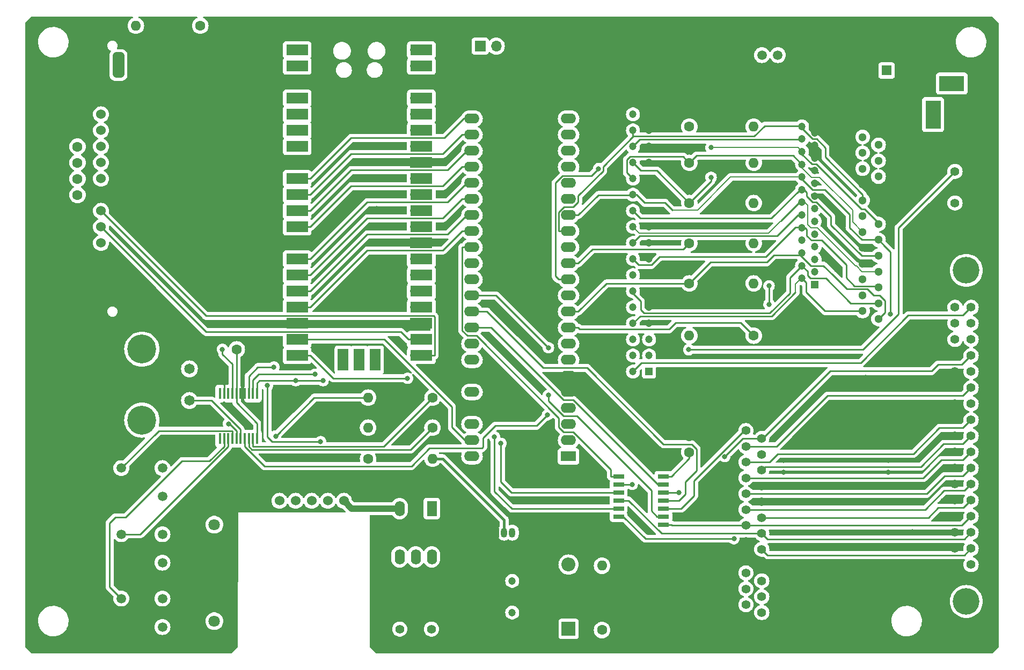
<source format=gtl>
%TF.GenerationSoftware,KiCad,Pcbnew,7.0.6*%
%TF.CreationDate,2023-07-16T08:24:51+09:00*%
%TF.ProjectId,FddPurserPcb,46646450-7572-4736-9572-5063622e6b69,R6*%
%TF.SameCoordinates,Original*%
%TF.FileFunction,Copper,L1,Top*%
%TF.FilePolarity,Positive*%
%FSLAX46Y46*%
G04 Gerber Fmt 4.6, Leading zero omitted, Abs format (unit mm)*
G04 Created by KiCad (PCBNEW 7.0.6) date 2023-07-16 08:24:51*
%MOMM*%
%LPD*%
G01*
G04 APERTURE LIST*
G04 Aperture macros list*
%AMRoundRect*
0 Rectangle with rounded corners*
0 $1 Rounding radius*
0 $2 $3 $4 $5 $6 $7 $8 $9 X,Y pos of 4 corners*
0 Add a 4 corners polygon primitive as box body*
4,1,4,$2,$3,$4,$5,$6,$7,$8,$9,$2,$3,0*
0 Add four circle primitives for the rounded corners*
1,1,$1+$1,$2,$3*
1,1,$1+$1,$4,$5*
1,1,$1+$1,$6,$7*
1,1,$1+$1,$8,$9*
0 Add four rect primitives between the rounded corners*
20,1,$1+$1,$2,$3,$4,$5,0*
20,1,$1+$1,$4,$5,$6,$7,0*
20,1,$1+$1,$6,$7,$8,$9,0*
20,1,$1+$1,$8,$9,$2,$3,0*%
G04 Aperture macros list end*
%TA.AperFunction,ComponentPad*%
%ADD10C,1.500000*%
%TD*%
%TA.AperFunction,ComponentPad*%
%ADD11R,1.800000X1.800000*%
%TD*%
%TA.AperFunction,ComponentPad*%
%ADD12C,1.800000*%
%TD*%
%TA.AperFunction,ComponentPad*%
%ADD13C,1.524000*%
%TD*%
%TA.AperFunction,ComponentPad*%
%ADD14RoundRect,0.450000X-0.450000X1.550000X-0.450000X-1.550000X0.450000X-1.550000X0.450000X1.550000X0*%
%TD*%
%TA.AperFunction,ComponentPad*%
%ADD15R,2.200000X2.200000*%
%TD*%
%TA.AperFunction,ComponentPad*%
%ADD16O,2.200000X2.200000*%
%TD*%
%TA.AperFunction,ComponentPad*%
%ADD17C,1.600000*%
%TD*%
%TA.AperFunction,ComponentPad*%
%ADD18O,1.600000X1.600000*%
%TD*%
%TA.AperFunction,ComponentPad*%
%ADD19R,2.400000X1.600000*%
%TD*%
%TA.AperFunction,ComponentPad*%
%ADD20O,2.400000X1.600000*%
%TD*%
%TA.AperFunction,SMDPad,CuDef*%
%ADD21R,0.450000X1.800000*%
%TD*%
%TA.AperFunction,ComponentPad*%
%ADD22R,1.050000X1.500000*%
%TD*%
%TA.AperFunction,ComponentPad*%
%ADD23O,1.050000X1.500000*%
%TD*%
%TA.AperFunction,ComponentPad*%
%ADD24C,1.400000*%
%TD*%
%TA.AperFunction,ComponentPad*%
%ADD25C,4.200000*%
%TD*%
%TA.AperFunction,ComponentPad*%
%ADD26R,1.200000X1.200000*%
%TD*%
%TA.AperFunction,ComponentPad*%
%ADD27C,1.200000*%
%TD*%
%TA.AperFunction,SMDPad,CuDef*%
%ADD28R,1.775000X0.700000*%
%TD*%
%TA.AperFunction,ComponentPad*%
%ADD29O,1.700000X1.700000*%
%TD*%
%TA.AperFunction,SMDPad,CuDef*%
%ADD30R,3.500000X1.700000*%
%TD*%
%TA.AperFunction,ComponentPad*%
%ADD31R,1.700000X1.700000*%
%TD*%
%TA.AperFunction,SMDPad,CuDef*%
%ADD32R,1.700000X3.500000*%
%TD*%
%TA.AperFunction,ComponentPad*%
%ADD33C,1.650000*%
%TD*%
%TA.AperFunction,ComponentPad*%
%ADD34C,4.562000*%
%TD*%
%TA.AperFunction,ComponentPad*%
%ADD35R,1.600000X1.600000*%
%TD*%
%TA.AperFunction,ComponentPad*%
%ADD36R,2.460000X4.500000*%
%TD*%
%TA.AperFunction,ComponentPad*%
%ADD37R,2.460000X4.000000*%
%TD*%
%TA.AperFunction,ComponentPad*%
%ADD38R,4.000000X2.460000*%
%TD*%
%TA.AperFunction,ComponentPad*%
%ADD39R,1.600000X2.400000*%
%TD*%
%TA.AperFunction,ComponentPad*%
%ADD40O,1.600000X2.400000*%
%TD*%
%TA.AperFunction,ComponentPad*%
%ADD41C,1.300000*%
%TD*%
%TA.AperFunction,ViaPad*%
%ADD42C,0.800000*%
%TD*%
%TA.AperFunction,Conductor*%
%ADD43C,0.250000*%
%TD*%
%TA.AperFunction,Conductor*%
%ADD44C,1.000000*%
%TD*%
%TA.AperFunction,Conductor*%
%ADD45C,0.200000*%
%TD*%
%TA.AperFunction,Conductor*%
%ADD46C,0.400000*%
%TD*%
G04 APERTURE END LIST*
D10*
%TO.P,S2,1,COM_1*%
%TO.N,Net-(IC2-GP1)*%
X75490000Y-123440000D03*
%TO.P,S2,2,COM_2*%
%TO.N,unconnected-(S2-COM_2-Pad2)*%
X81990000Y-123440000D03*
%TO.P,S2,3,NO_1*%
%TO.N,GND*%
X75490000Y-127940000D03*
%TO.P,S2,4,NO_2*%
%TO.N,unconnected-(S2-NO_2-Pad4)*%
X81990000Y-127940000D03*
%TD*%
D11*
%TO.P,D3,1,K*%
%TO.N,GND*%
X87630000Y-137160000D03*
D12*
%TO.P,D3,2,A*%
%TO.N,Net-(D3-A)*%
X90170000Y-137160000D03*
%TD*%
D13*
%TO.P,LCD1,1,V0*%
%TO.N,unconnected-(LCD1-V0-Pad1)*%
X72285000Y-57115000D03*
%TO.P,LCD1,2,VOUT*%
%TO.N,Net-(LCD1-VOUT)*%
X72285000Y-59655000D03*
%TO.P,LCD1,3,CAP1N*%
%TO.N,Net-(LCD1-CAP1N)*%
X72285000Y-62195000D03*
%TO.P,LCD1,4,CAP1P*%
%TO.N,Net-(LCD1-CAP1P)*%
X72285000Y-64735000D03*
%TO.P,LCD1,5,VDD*%
%TO.N,+5V*%
X72285000Y-67275000D03*
%TO.P,LCD1,6,VSS*%
%TO.N,GND*%
X72285000Y-69815000D03*
%TO.P,LCD1,7,SDA*%
%TO.N,/LCD_SDA*%
X72285000Y-72355000D03*
%TO.P,LCD1,8,SCL*%
%TO.N,/LCD_SCL*%
X72285000Y-74895000D03*
%TO.P,LCD1,9,~{RES}*%
%TO.N,Net-(LCD1-VOUT)*%
X72285000Y-77435000D03*
D14*
%TO.P,LCD1,A,A*%
%TO.N,Net-(LCD1-PadA)*%
X75045000Y-49305000D03*
%TO.P,LCD1,K,K*%
%TO.N,GND*%
X75035000Y-85285000D03*
%TD*%
D15*
%TO.P,D1,1,K*%
%TO.N,+5V*%
X146050000Y-138390000D03*
D16*
%TO.P,D1,2,A*%
%TO.N,Net-(D1-A)*%
X146050000Y-128230000D03*
%TD*%
D17*
%TO.P,R9,1*%
%TO.N,~{FD_READ_DATA}*%
X165100000Y-77470000D03*
D18*
%TO.P,R9,2*%
%TO.N,+5V*%
X175260000Y-77470000D03*
%TD*%
D19*
%TO.P,J6,1,Pin_1*%
%TO.N,+3V3*%
X146050000Y-111125000D03*
D20*
%TO.P,J6,2,Pin_2*%
X146050000Y-108585000D03*
%TO.P,J6,3,Pin_3*%
%TO.N,+5V*%
X146050000Y-106045000D03*
%TO.P,J6,4,Pin_4*%
X146050000Y-103505000D03*
%TO.P,J6,5,Pin_5*%
%TO.N,GND*%
X146050000Y-100965000D03*
%TO.P,J6,6,Pin_6*%
X146050000Y-98425000D03*
%TO.P,J6,7,Pin_7*%
%TO.N,unconnected-(J6-Pin_7-Pad7)*%
X146050000Y-95885000D03*
%TO.P,J6,8,Pin_8*%
%TO.N,unconnected-(J6-Pin_8-Pad8)*%
X146050000Y-93345000D03*
%TO.P,J6,9,Pin_9*%
%TO.N,~{FD_READY}*%
X146050000Y-90805000D03*
%TO.P,J6,10,Pin_10*%
%TO.N,~{FD_DISK_CHANGE}*%
X146050000Y-88265000D03*
%TO.P,J6,11,Pin_11*%
%TO.N,~{FD_WRITE_PROTECT}*%
X146050000Y-85725000D03*
%TO.P,J6,12,Pin_12*%
%TO.N,~{FD_TRACK00}*%
X146050000Y-83185000D03*
%TO.P,J6,13,Pin_13*%
%TO.N,~{FD_READ_DATA}*%
X146050000Y-80645000D03*
%TO.P,J6,14,Pin_14*%
%TO.N,~{FD_INDEX}*%
X146050000Y-78105000D03*
%TO.P,J6,15,Pin_15*%
%TO.N,~{FD_SIDE1}*%
X146050000Y-75565000D03*
%TO.P,J6,16,Pin_16*%
%TO.N,~{FD_WRITE_GATE}*%
X146050000Y-73025000D03*
%TO.P,J6,17,Pin_17*%
%TO.N,~{FD_WRITE_DATA}*%
X146050000Y-70485000D03*
%TO.P,J6,18,Pin_18*%
%TO.N,~{FD_STEP}*%
X146050000Y-67945000D03*
%TO.P,J6,19,Pin_19*%
%TO.N,~{FD_DIRECTION}*%
X146050000Y-65405000D03*
%TO.P,J6,20,Pin_20*%
%TO.N,~{FD_MOTOR_ON_1}*%
X146050000Y-62865000D03*
%TO.P,J6,21,Pin_21*%
%TO.N,~{FD_DRIVE_SELECT_1}*%
X146050000Y-60325000D03*
%TO.P,J6,22,Pin_22*%
%TO.N,~{FD_MODE_SELECT}*%
X146050000Y-57785000D03*
%TO.P,J6,23,Pin_23*%
%TO.N,GND*%
X146050000Y-55245000D03*
%TO.P,J6,24,Pin_24*%
X146050000Y-52705000D03*
%TO.P,J6,25,Pin_25*%
X130810000Y-52705000D03*
%TO.P,J6,26,Pin_26*%
X130810000Y-55245000D03*
%TO.P,J6,27,Pin_27*%
%TO.N,~{PICO_MODE_SELECT}*%
X130810000Y-57785000D03*
%TO.P,J6,28,Pin_28*%
%TO.N,~{PICO_DRIVE_SELECT_1}*%
X130810000Y-60325000D03*
%TO.P,J6,29,Pin_29*%
%TO.N,~{PICO_MOTOR_ON_1}*%
X130810000Y-62865000D03*
%TO.P,J6,30,Pin_30*%
%TO.N,~{PICO_DIRECTION}*%
X130810000Y-65405000D03*
%TO.P,J6,31,Pin_31*%
%TO.N,~{PICO_STEP}*%
X130810000Y-67945000D03*
%TO.P,J6,32,Pin_32*%
%TO.N,~{PICO_WRITE_DATA}*%
X130810000Y-70485000D03*
%TO.P,J6,33,Pin_33*%
%TO.N,~{PICO_WRITE_GATE}*%
X130810000Y-73025000D03*
%TO.P,J6,34,Pin_34*%
%TO.N,~{PICO_SIDE1}*%
X130810000Y-75565000D03*
%TO.P,J6,35,Pin_35*%
%TO.N,~{PICO_INDEX}*%
X130810000Y-78105000D03*
%TO.P,J6,36,Pin_36*%
%TO.N,~{PICO_READ_DATA}*%
X130810000Y-80645000D03*
%TO.P,J6,37,Pin_37*%
%TO.N,~{PICO_TRACK00}*%
X130810000Y-83185000D03*
%TO.P,J6,38,Pin_38*%
%TO.N,~{PICO_WRITE_PROTECT}*%
X130810000Y-85725000D03*
%TO.P,J6,39,Pin_39*%
%TO.N,~{PICO_DISK_CHANGE}*%
X130810000Y-88265000D03*
%TO.P,J6,40,Pin_40*%
%TO.N,~{PICO_READY}*%
X130810000Y-90805000D03*
%TO.P,J6,41,Pin_41*%
%TO.N,unconnected-(J6-Pin_41-Pad41)*%
X130810000Y-93345000D03*
%TO.P,J6,42,Pin_42*%
%TO.N,unconnected-(J6-Pin_42-Pad42)*%
X130810000Y-95885000D03*
%TO.P,J6,43,Pin_43*%
%TO.N,GND*%
X130810000Y-98425000D03*
%TO.P,J6,44,Pin_44*%
%TO.N,2DIR*%
X130810000Y-100965000D03*
%TO.P,J6,45,Pin_45*%
%TO.N,GND*%
X130810000Y-103505000D03*
%TO.P,J6,46,Pin_46*%
%TO.N,~{2OE}*%
X130810000Y-106045000D03*
%TO.P,J6,47,Pin_47*%
%TO.N,~{1OE}*%
X130810000Y-108585000D03*
%TO.P,J6,48,Pin_48*%
%TO.N,+3V3*%
X130810000Y-111125000D03*
%TD*%
D17*
%TO.P,R3,1*%
%TO.N,Net-(IC2-GP6)*%
X124587000Y-106604000D03*
D18*
%TO.P,R3,2*%
%TO.N,Net-(D3-A)*%
X114427000Y-106604000D03*
%TD*%
D10*
%TO.P,S1,1,COM_1*%
%TO.N,Net-(IC2-GP2)*%
X75490000Y-112990000D03*
%TO.P,S1,2,COM_2*%
%TO.N,unconnected-(S1-COM_2-Pad2)*%
X81990000Y-112990000D03*
%TO.P,S1,3,NO_1*%
%TO.N,GND*%
X75490000Y-117490000D03*
%TO.P,S1,4,NO_2*%
%TO.N,unconnected-(S1-NO_2-Pad4)*%
X81990000Y-117490000D03*
%TD*%
%TO.P,S3,1,COM_1*%
%TO.N,Net-(IC2-GP0)*%
X75490000Y-133600000D03*
%TO.P,S3,2,COM_2*%
%TO.N,unconnected-(S3-COM_2-Pad2)*%
X81990000Y-133600000D03*
%TO.P,S3,3,NO_1*%
%TO.N,GND*%
X75490000Y-138100000D03*
%TO.P,S3,4,NO_2*%
%TO.N,unconnected-(S3-NO_2-Pad4)*%
X81990000Y-138100000D03*
%TD*%
D21*
%TO.P,IC2,1,SCK*%
%TO.N,SPI_CLK*%
X96905000Y-101225000D03*
%TO.P,IC2,2,SI*%
%TO.N,SPI_MOSI*%
X96255000Y-101225000D03*
%TO.P,IC2,3,SO*%
%TO.N,SPI_MISO*%
X95605000Y-101225000D03*
%TO.P,IC2,4,A1*%
%TO.N,GND*%
X94955000Y-101225000D03*
%TO.P,IC2,5,A0*%
X94305000Y-101225000D03*
%TO.P,IC2,6,~{RESET}*%
%TO.N,+3V3*%
X93655000Y-101225000D03*
%TO.P,IC2,7,~{CS}*%
%TO.N,SPI_CS_IO*%
X93005000Y-101225000D03*
%TO.P,IC2,8,INT*%
%TO.N,unconnected-(IC2-INT-Pad8)*%
X92355000Y-101225000D03*
%TO.P,IC2,9,VSS*%
%TO.N,GND*%
X91705000Y-101225000D03*
%TO.P,IC2,10,N/C_1*%
%TO.N,unconnected-(IC2-N{slash}C_1-Pad10)*%
X91055000Y-101225000D03*
%TO.P,IC2,11,N/C_2*%
%TO.N,unconnected-(IC2-N{slash}C_2-Pad11)*%
X91055000Y-108325000D03*
%TO.P,IC2,12,GP0*%
%TO.N,Net-(IC2-GP0)*%
X91705000Y-108325000D03*
%TO.P,IC2,13,GP1*%
%TO.N,Net-(IC2-GP1)*%
X92355000Y-108325000D03*
%TO.P,IC2,14,GP2*%
%TO.N,Net-(IC2-GP2)*%
X93005000Y-108325000D03*
%TO.P,IC2,15,GP3*%
%TO.N,Net-(IC2-GP3)*%
X93655000Y-108325000D03*
%TO.P,IC2,16,GP4*%
%TO.N,Net-(IC2-GP4)*%
X94305000Y-108325000D03*
%TO.P,IC2,17,GP5*%
%TO.N,Net-(IC2-GP5)*%
X94955000Y-108325000D03*
%TO.P,IC2,18,GP6*%
%TO.N,Net-(IC2-GP6)*%
X95605000Y-108325000D03*
%TO.P,IC2,19,GP7*%
%TO.N,Net-(IC2-GP7)*%
X96255000Y-108325000D03*
%TO.P,IC2,20,VDD*%
%TO.N,+3V3*%
X96905000Y-108325000D03*
%TD*%
D22*
%TO.P,Q1,1,S*%
%TO.N,GND*%
X134620000Y-123190000D03*
D23*
%TO.P,Q1,2,G*%
%TO.N,Net-(Q1-G)*%
X135890000Y-123190000D03*
%TO.P,Q1,3,D*%
%TO.N,Net-(D1-A)*%
X137160000Y-123190000D03*
%TD*%
D24*
%TO.P,J1,1,1*%
%TO.N,unconnected-(J1-Pad1)*%
X207010000Y-87590000D03*
%TO.P,J1,2,2*%
%TO.N,~{FD_MODE_SELECT}*%
X209550000Y-87590000D03*
%TO.P,J1,3,3*%
%TO.N,unconnected-(J1-Pad3)*%
X207010000Y-90130000D03*
%TO.P,J1,4,4*%
%TO.N,unconnected-(J1-Pad4)*%
X209550000Y-90130000D03*
%TO.P,J1,5,5*%
%TO.N,unconnected-(J1-Pad5)*%
X207010000Y-92670000D03*
%TO.P,J1,6,6*%
%TO.N,unconnected-(J1-Pad6)*%
X209550000Y-92670000D03*
%TO.P,J1,7,7*%
%TO.N,GND*%
X207010000Y-95210000D03*
%TO.P,J1,8,8*%
%TO.N,~{FDC_INDEX}*%
X209550000Y-95210000D03*
%TO.P,J1,9,9*%
%TO.N,GND*%
X207010000Y-97750000D03*
%TO.P,J1,10,10*%
%TO.N,unconnected-(J1-Pad10)*%
X209550000Y-97750000D03*
%TO.P,J1,11,11*%
%TO.N,GND*%
X207010000Y-100290000D03*
%TO.P,J1,12,12*%
%TO.N,~{FD_DRIVE_SELECT_1}*%
X209550000Y-100290000D03*
%TO.P,J1,13,13*%
%TO.N,GND*%
X207010000Y-102830000D03*
%TO.P,J1,14,14*%
%TO.N,unconnected-(J1-Pad14)*%
X209550000Y-102830000D03*
%TO.P,J1,15,15*%
%TO.N,GND*%
X207010000Y-105370000D03*
%TO.P,J1,16,16*%
%TO.N,~{FD_MOTOR_ON_1}*%
X209550000Y-105370000D03*
%TO.P,J1,17,17*%
%TO.N,GND*%
X207010000Y-107910000D03*
%TO.P,J1,18,18*%
%TO.N,~{FD_DIRECTION}*%
X209550000Y-107910000D03*
%TO.P,J1,19,19*%
%TO.N,GND*%
X207010000Y-110450000D03*
%TO.P,J1,20,20*%
%TO.N,~{FD_STEP}*%
X209550000Y-110450000D03*
%TO.P,J1,21,21*%
%TO.N,GND*%
X207010000Y-112990000D03*
%TO.P,J1,22,22*%
%TO.N,~{FD_WRITE_DATA}*%
X209550000Y-112990000D03*
%TO.P,J1,23,23*%
%TO.N,GND*%
X207010000Y-115530000D03*
%TO.P,J1,24,24*%
%TO.N,~{FD_WRITE_GATE}*%
X209550000Y-115530000D03*
%TO.P,J1,25,25*%
%TO.N,GND*%
X207010000Y-118070000D03*
%TO.P,J1,26,26*%
%TO.N,~{FDC_TRACK00}*%
X209550000Y-118070000D03*
%TO.P,J1,27,27*%
%TO.N,GND*%
X207010000Y-120610000D03*
%TO.P,J1,28,28*%
%TO.N,~{FDC_WRITE_PROTECT}*%
X209550000Y-120610000D03*
%TO.P,J1,29,29*%
%TO.N,GND*%
X207010000Y-123150000D03*
%TO.P,J1,30,30*%
%TO.N,~{FDC_READ_DATA}*%
X209550000Y-123150000D03*
%TO.P,J1,31,31*%
%TO.N,GND*%
X207010000Y-125690000D03*
%TO.P,J1,32,32*%
%TO.N,~{FD_SIDE1}*%
X209550000Y-125690000D03*
%TO.P,J1,33,33*%
%TO.N,GND*%
X207010000Y-128230000D03*
%TO.P,J1,34,34*%
%TO.N,~{FDC_DISK_CHANGE}*%
X209550000Y-128230000D03*
D25*
%TO.P,J1,35,35*%
%TO.N,unconnected-(J1-Pad35)*%
X208790000Y-134060000D03*
%TO.P,J1,36,36*%
%TO.N,unconnected-(J1-Pad36)*%
X208790000Y-81760000D03*
%TD*%
D24*
%TO.P,S5,1,NC*%
%TO.N,unconnected-(S5-NC-Pad1)*%
X124420000Y-138430000D03*
%TO.P,S5,2,COM*%
%TO.N,GND*%
X121920000Y-138430000D03*
%TO.P,S5,3,NO*%
%TO.N,Net-(S5-NO)*%
X119420000Y-138430000D03*
%TD*%
D17*
%TO.P,R4,1*%
%TO.N,Net-(IC2-GP7)*%
X124587000Y-101854000D03*
D18*
%TO.P,R4,2*%
%TO.N,Net-(D2-A)*%
X114427000Y-101854000D03*
%TD*%
D26*
%TO.P,J2,1,1*%
%TO.N,unconnected-(J2-Pad1)*%
X158750000Y-97750000D03*
D27*
%TO.P,J2,2,2*%
%TO.N,~{FD_MODE_SELECT}*%
X156210000Y-97750000D03*
%TO.P,J2,3,3*%
%TO.N,unconnected-(J2-Pad3)*%
X158750000Y-95210000D03*
%TO.P,J2,4,4*%
%TO.N,unconnected-(J2-Pad4)*%
X156210000Y-95210000D03*
%TO.P,J2,5,5*%
%TO.N,unconnected-(J2-Pad5)*%
X158750000Y-92670000D03*
%TO.P,J2,6,6*%
%TO.N,unconnected-(J2-Pad6)*%
X156210000Y-92670000D03*
%TO.P,J2,7,7*%
%TO.N,GND*%
X158750000Y-90130000D03*
%TO.P,J2,8,8*%
%TO.N,~{FD_INDEX}*%
X156210000Y-90130000D03*
%TO.P,J2,9,9*%
%TO.N,GND*%
X158750000Y-87590000D03*
%TO.P,J2,10,10*%
%TO.N,unconnected-(J2-Pad10)*%
X156210000Y-87590000D03*
%TO.P,J2,11,11*%
%TO.N,GND*%
X158750000Y-85050000D03*
%TO.P,J2,12,12*%
%TO.N,~{FD_DRIVE_SELECT_1}*%
X156210000Y-85050000D03*
%TO.P,J2,13,13*%
%TO.N,GND*%
X158750000Y-82510000D03*
%TO.P,J2,14,14*%
%TO.N,unconnected-(J2-Pad14)*%
X156210000Y-82510000D03*
%TO.P,J2,15,15*%
%TO.N,GND*%
X158750000Y-79970000D03*
%TO.P,J2,16,16*%
%TO.N,~{FD_MOTOR_ON_1}*%
X156210000Y-79970000D03*
%TO.P,J2,17,17*%
%TO.N,GND*%
X158750000Y-77430000D03*
%TO.P,J2,18,18*%
%TO.N,~{FD_DIRECTION}*%
X156210000Y-77430000D03*
%TO.P,J2,19,19*%
%TO.N,GND*%
X158750000Y-74890000D03*
%TO.P,J2,20,20*%
%TO.N,~{FD_STEP}*%
X156210000Y-74890000D03*
%TO.P,J2,21,21*%
%TO.N,GND*%
X158750000Y-72350000D03*
%TO.P,J2,22,22*%
%TO.N,~{FD_WRITE_DATA}*%
X156210000Y-72350000D03*
%TO.P,J2,23,23*%
%TO.N,GND*%
X158750000Y-69810000D03*
%TO.P,J2,24,24*%
%TO.N,~{FD_WRITE_GATE}*%
X156210000Y-69810000D03*
%TO.P,J2,25,25*%
%TO.N,GND*%
X158750000Y-67270000D03*
%TO.P,J2,26,26*%
%TO.N,~{FD_TRACK00}*%
X156210000Y-67270000D03*
%TO.P,J2,27,27*%
%TO.N,GND*%
X158750000Y-64730000D03*
%TO.P,J2,28,28*%
%TO.N,~{FD_WRITE_PROTECT}*%
X156210000Y-64730000D03*
%TO.P,J2,29,29*%
%TO.N,GND*%
X158750000Y-62190000D03*
%TO.P,J2,30,30*%
%TO.N,~{FD_READ_DATA}*%
X156210000Y-62190000D03*
%TO.P,J2,31,31*%
%TO.N,GND*%
X158750000Y-59650000D03*
%TO.P,J2,32,32*%
%TO.N,~{FD_SIDE1}*%
X156210000Y-59650000D03*
%TO.P,J2,33,33*%
%TO.N,GND*%
X158750000Y-57110000D03*
%TO.P,J2,34,34*%
%TO.N,~{FD_DISK_CHANGE}*%
X156210000Y-57110000D03*
%TD*%
D26*
%TO.P,J4,1,1*%
%TO.N,+5V*%
X184880000Y-84010000D03*
D27*
%TO.P,J4,2,2*%
%TO.N,~{FD_INDEX}*%
X182880000Y-83010000D03*
%TO.P,J4,3,3*%
%TO.N,+5V*%
X184880000Y-82010000D03*
%TO.P,J4,4,4*%
%TO.N,~{FD_DRIVE_SELECT_1}*%
X182880000Y-81010000D03*
%TO.P,J4,5,5*%
%TO.N,+5V*%
X184880000Y-80010000D03*
%TO.P,J4,6,6*%
%TO.N,~{FD_DISK_CHANGE}*%
X182880000Y-79010000D03*
%TO.P,J4,7,7*%
%TO.N,unconnected-(J4-Pad7)*%
X184880000Y-78010000D03*
%TO.P,J4,8,8*%
%TO.N,~{FD_READY}*%
X182880000Y-77010000D03*
%TO.P,J4,9,9*%
%TO.N,/HIGH DENSITY*%
X184880000Y-76010000D03*
%TO.P,J4,10,10*%
%TO.N,~{FD_MOTOR_ON_1}*%
X182880000Y-75010000D03*
%TO.P,J4,11,11*%
%TO.N,unconnected-(J4-Pad11)*%
X184880000Y-74010000D03*
%TO.P,J4,12,12*%
%TO.N,~{FD_DIRECTION}*%
X182880000Y-73010000D03*
%TO.P,J4,13,13*%
%TO.N,~{FD_MODE_SELECT}*%
X184880000Y-72010000D03*
%TO.P,J4,14,14*%
%TO.N,~{FD_STEP}*%
X182880000Y-71010000D03*
%TO.P,J4,15,15*%
%TO.N,GND*%
X184880000Y-70010000D03*
%TO.P,J4,16,16*%
%TO.N,~{FD_WRITE_DATA}*%
X182880000Y-69010000D03*
%TO.P,J4,17,17*%
%TO.N,GND*%
X184880000Y-68010000D03*
%TO.P,J4,18,18*%
%TO.N,~{FD_WRITE_GATE}*%
X182880000Y-67010000D03*
%TO.P,J4,19,19*%
%TO.N,GND*%
X184880000Y-66010000D03*
%TO.P,J4,20,20*%
%TO.N,~{FD_TRACK00}*%
X182880000Y-65010000D03*
%TO.P,J4,21,21*%
%TO.N,GND*%
X184880000Y-64010000D03*
%TO.P,J4,22,22*%
%TO.N,~{FD_WRITE_PROTECT}*%
X182880000Y-63010000D03*
%TO.P,J4,23,23*%
%TO.N,GND*%
X184880000Y-62010000D03*
%TO.P,J4,24,24*%
%TO.N,~{FD_READ_DATA}*%
X182880000Y-61010000D03*
%TO.P,J4,25,25*%
%TO.N,GND*%
X184880000Y-60010000D03*
%TO.P,J4,26,26*%
%TO.N,~{FD_SIDE1}*%
X182880000Y-59010000D03*
%TD*%
D28*
%TO.P,IC1,1,1A*%
%TO.N,~{PICO_INDEX}*%
X153942000Y-114300000D03*
%TO.P,IC1,2,1Y*%
%TO.N,~{FDC_INDEX}*%
X153942000Y-115570000D03*
%TO.P,IC1,3,2A*%
%TO.N,~{PICO_READ_DATA}*%
X153942000Y-116840000D03*
%TO.P,IC1,4,2Y*%
%TO.N,~{FDC_READ_DATA}*%
X153942000Y-118110000D03*
%TO.P,IC1,5,3A*%
%TO.N,~{PICO_TRACK00}*%
X153942000Y-119380000D03*
%TO.P,IC1,6,3Y*%
%TO.N,~{FDC_TRACK00}*%
X153942000Y-120650000D03*
%TO.P,IC1,7,GND*%
%TO.N,GND*%
X153942000Y-121920000D03*
%TO.P,IC1,8,4Y*%
%TO.N,~{FDC_WRITE_PROTECT}*%
X161018000Y-121920000D03*
%TO.P,IC1,9,4A*%
%TO.N,~{PICO_WRITE_PROTECT}*%
X161018000Y-120650000D03*
%TO.P,IC1,10,5Y*%
%TO.N,~{FDC_DISK_CHANGE}*%
X161018000Y-119380000D03*
%TO.P,IC1,11,5A*%
%TO.N,~{PICO_DISK_CHANGE}*%
X161018000Y-118110000D03*
%TO.P,IC1,12,6Y*%
%TO.N,~{FDC_READY}*%
X161018000Y-116840000D03*
%TO.P,IC1,13,6A*%
%TO.N,~{PICO_READY}*%
X161018000Y-115570000D03*
%TO.P,IC1,14,VCC*%
%TO.N,+5V*%
X161018000Y-114300000D03*
%TD*%
D13*
%TO.P,U3,1,3V3*%
%TO.N,+3V3*%
X110600000Y-118160000D03*
%TO.P,U3,2,CS*%
%TO.N,SPI_CS_SD*%
X108060000Y-118160000D03*
%TO.P,U3,3,MOSI*%
%TO.N,SPI_MOSI*%
X105520000Y-118160000D03*
%TO.P,U3,4,CLK*%
%TO.N,SPI_CLK*%
X102980000Y-118160000D03*
%TO.P,U3,5,MISO*%
%TO.N,SPI_MISO*%
X100440000Y-118160000D03*
%TO.P,U3,6,GND*%
%TO.N,GND*%
X97900000Y-118160000D03*
%TD*%
D17*
%TO.P,C3,1*%
%TO.N,Net-(LCD1-VOUT)*%
X68580000Y-69850000D03*
%TO.P,C3,2*%
%TO.N,+5V*%
X68580000Y-67310000D03*
%TD*%
D29*
%TO.P,U1,1,GPIO0*%
%TO.N,Net-(U1-GPIO0)*%
X104140000Y-46950000D03*
D30*
X103240000Y-46950000D03*
D29*
%TO.P,U1,2,GPIO1*%
%TO.N,SPI_CS_IO*%
X104140000Y-49490000D03*
D30*
X103240000Y-49490000D03*
D31*
%TO.P,U1,3,GND*%
%TO.N,GND*%
X104140000Y-52030000D03*
D30*
X103240000Y-52030000D03*
D29*
%TO.P,U1,4,GPIO2*%
%TO.N,SPI_CLK*%
X104140000Y-54570000D03*
D30*
X103240000Y-54570000D03*
D29*
%TO.P,U1,5,GPIO3*%
%TO.N,SPI_MOSI*%
X104140000Y-57110000D03*
D30*
X103240000Y-57110000D03*
D29*
%TO.P,U1,6,GPIO4*%
%TO.N,SPI_MISO*%
X104140000Y-59650000D03*
D30*
X103240000Y-59650000D03*
D29*
%TO.P,U1,7,GPIO5*%
%TO.N,SPI_CS_SD*%
X104140000Y-62190000D03*
D30*
X103240000Y-62190000D03*
D31*
%TO.P,U1,8,GND*%
%TO.N,GND*%
X104140000Y-64730000D03*
D30*
X103240000Y-64730000D03*
D29*
%TO.P,U1,9,GPIO6*%
%TO.N,~{PICO_MODE_SELECT}*%
X104140000Y-67270000D03*
D30*
X103240000Y-67270000D03*
D29*
%TO.P,U1,10,GPIO7*%
%TO.N,~{PICO_DRIVE_SELECT_1}*%
X104140000Y-69810000D03*
D30*
X103240000Y-69810000D03*
D29*
%TO.P,U1,11,GPIO8*%
%TO.N,~{PICO_MOTOR_ON_1}*%
X104140000Y-72350000D03*
D30*
X103240000Y-72350000D03*
D29*
%TO.P,U1,12,GPIO9*%
%TO.N,~{PICO_DIRECTION}*%
X104140000Y-74890000D03*
D30*
X103240000Y-74890000D03*
D31*
%TO.P,U1,13,GND*%
%TO.N,GND*%
X104140000Y-77430000D03*
D30*
X103240000Y-77430000D03*
D29*
%TO.P,U1,14,GPIO10*%
%TO.N,~{PICO_STEP}*%
X104140000Y-79970000D03*
D30*
X103240000Y-79970000D03*
D29*
%TO.P,U1,15,GPIO11*%
%TO.N,~{PICO_WRITE_DATA}*%
X104140000Y-82510000D03*
D30*
X103240000Y-82510000D03*
D29*
%TO.P,U1,16,GPIO12*%
%TO.N,~{PICO_WRITE_GATE}*%
X104140000Y-85050000D03*
D30*
X103240000Y-85050000D03*
D29*
%TO.P,U1,17,GPIO13*%
%TO.N,~{PICO_SIDE1}*%
X104140000Y-87590000D03*
D30*
X103240000Y-87590000D03*
D31*
%TO.P,U1,18,GND*%
%TO.N,GND*%
X104140000Y-90130000D03*
D30*
X103240000Y-90130000D03*
D29*
%TO.P,U1,19,GPIO14*%
%TO.N,~{1OE}*%
X104140000Y-92670000D03*
D30*
X103240000Y-92670000D03*
D29*
%TO.P,U1,20,GPIO15*%
%TO.N,~{2OE}*%
X104140000Y-95210000D03*
D30*
X103240000Y-95210000D03*
D29*
%TO.P,U1,21,GPIO16*%
%TO.N,/LCD_SDA*%
X121920000Y-95210000D03*
D30*
X122820000Y-95210000D03*
D29*
%TO.P,U1,22,GPIO17*%
%TO.N,/LCD_SCL*%
X121920000Y-92670000D03*
D30*
X122820000Y-92670000D03*
D31*
%TO.P,U1,23,GND*%
%TO.N,GND*%
X121920000Y-90130000D03*
D30*
X122820000Y-90130000D03*
D29*
%TO.P,U1,24,GPIO18*%
%TO.N,Net-(S5-NO)*%
X121920000Y-87590000D03*
D30*
X122820000Y-87590000D03*
D29*
%TO.P,U1,25,GPIO19*%
%TO.N,2DIR*%
X121920000Y-85050000D03*
D30*
X122820000Y-85050000D03*
D29*
%TO.P,U1,26,GPIO20*%
%TO.N,~{PICO_DISK_CHANGE}*%
X121920000Y-82510000D03*
D30*
X122820000Y-82510000D03*
D29*
%TO.P,U1,27,GPIO21*%
%TO.N,~{PICO_WRITE_PROTECT}*%
X121920000Y-79970000D03*
D30*
X122820000Y-79970000D03*
D31*
%TO.P,U1,28,GND*%
%TO.N,GND*%
X121920000Y-77430000D03*
D30*
X122820000Y-77430000D03*
D29*
%TO.P,U1,29,GPIO22*%
%TO.N,~{PICO_TRACK00}*%
X121920000Y-74890000D03*
D30*
X122820000Y-74890000D03*
D29*
%TO.P,U1,30,RUN*%
%TO.N,unconnected-(U1-RUN-Pad30)*%
X121920000Y-72350000D03*
D30*
X122820000Y-72350000D03*
D29*
%TO.P,U1,31,GPIO26_ADC0*%
%TO.N,~{PICO_READ_DATA}*%
X121920000Y-69810000D03*
D30*
X122820000Y-69810000D03*
D29*
%TO.P,U1,32,GPIO27_ADC1*%
%TO.N,~{PICO_INDEX}*%
X121920000Y-67270000D03*
D30*
X122820000Y-67270000D03*
D31*
%TO.P,U1,33,AGND*%
%TO.N,GND*%
X121920000Y-64730000D03*
D30*
X122820000Y-64730000D03*
D29*
%TO.P,U1,34,GPIO28_ADC2*%
%TO.N,~{PICO_READY}*%
X121920000Y-62190000D03*
D30*
X122820000Y-62190000D03*
D29*
%TO.P,U1,35,ADC_VREF*%
%TO.N,unconnected-(U1-ADC_VREF-Pad35)*%
X121920000Y-59650000D03*
D30*
X122820000Y-59650000D03*
D29*
%TO.P,U1,36,3V3*%
%TO.N,Net-(JP1-A)*%
X121920000Y-57110000D03*
D30*
X122820000Y-57110000D03*
D29*
%TO.P,U1,37,3V3_EN*%
%TO.N,unconnected-(U1-3V3_EN-Pad37)*%
X121920000Y-54570000D03*
D30*
X122820000Y-54570000D03*
D31*
%TO.P,U1,38,GND*%
%TO.N,GND*%
X121920000Y-52030000D03*
D30*
X122820000Y-52030000D03*
D29*
%TO.P,U1,39,VSYS*%
%TO.N,unconnected-(U1-VSYS-Pad39)*%
X121920000Y-49490000D03*
D30*
X122820000Y-49490000D03*
D29*
%TO.P,U1,40,VBUS*%
%TO.N,+5V*%
X121920000Y-46950000D03*
D30*
X122820000Y-46950000D03*
D29*
%TO.P,U1,41,SWCLK*%
%TO.N,unconnected-(U1-SWCLK-Pad41)*%
X110490000Y-94980000D03*
D32*
X110490000Y-95880000D03*
D31*
%TO.P,U1,42,GND*%
%TO.N,unconnected-(U1-GND-Pad42)*%
X113030000Y-94980000D03*
D32*
X113030000Y-95880000D03*
D29*
%TO.P,U1,43,SWDIO*%
%TO.N,unconnected-(U1-SWDIO-Pad43)*%
X115570000Y-94980000D03*
D32*
X115570000Y-95880000D03*
%TD*%
D17*
%TO.P,R5,1*%
%TO.N,+5V*%
X87950000Y-43100000D03*
D18*
%TO.P,R5,2*%
%TO.N,Net-(LCD1-PadA)*%
X77790000Y-43100000D03*
%TD*%
D33*
%TO.P,U2,1,A*%
%TO.N,Net-(IC2-GP4)*%
X86240000Y-102310000D03*
%TO.P,U2,2,B*%
%TO.N,Net-(IC2-GP3)*%
X86240000Y-97310000D03*
%TO.P,U2,3,C*%
%TO.N,GND*%
X86240000Y-99810000D03*
D34*
%TO.P,U2,MH1,MH1*%
%TO.N,unconnected-(U2-PadMH1)*%
X78740000Y-105410000D03*
%TO.P,U2,MH2,MH2*%
%TO.N,unconnected-(U2-PadMH2)*%
X78740000Y-94210000D03*
%TD*%
D24*
%TO.P,J5,1,1*%
%TO.N,unconnected-(J5-Pad1)*%
X176530000Y-135810000D03*
%TO.P,J5,2,2*%
%TO.N,unconnected-(J5-Pad2)*%
X174030000Y-134560000D03*
%TO.P,J5,3,3*%
%TO.N,unconnected-(J5-Pad3)*%
X176530000Y-133310000D03*
%TO.P,J5,4,4*%
%TO.N,unconnected-(J5-Pad4)*%
X174030000Y-132060000D03*
%TO.P,J5,5,5*%
%TO.N,unconnected-(J5-Pad5)*%
X176530000Y-130810000D03*
%TO.P,J5,6,6*%
%TO.N,~{FDC_READY}*%
X174030000Y-129560000D03*
%TO.P,J5,7,7*%
%TO.N,GND*%
X176530000Y-128310000D03*
%TO.P,J5,8,8*%
X174030000Y-127060000D03*
%TO.P,J5,9,9*%
%TO.N,~{FD_SIDE1}*%
X176530000Y-125810000D03*
%TO.P,J5,10,10*%
%TO.N,GND*%
X174030000Y-124560000D03*
%TO.P,J5,11,11*%
%TO.N,~{FDC_READ_DATA}*%
X176530000Y-123310000D03*
%TO.P,J5,12,12*%
%TO.N,~{FDC_WRITE_PROTECT}*%
X174030000Y-122060000D03*
%TO.P,J5,13,13*%
%TO.N,~{FDC_TRACK00}*%
X176530000Y-120810000D03*
%TO.P,J5,14,14*%
%TO.N,~{FD_WRITE_GATE}*%
X174030000Y-119560000D03*
%TO.P,J5,15,15*%
%TO.N,GND*%
X176530000Y-118310000D03*
%TO.P,J5,16,16*%
%TO.N,~{FD_WRITE_DATA}*%
X174030000Y-117060000D03*
%TO.P,J5,17,17*%
%TO.N,GND*%
X176530000Y-115810000D03*
%TO.P,J5,18,18*%
%TO.N,~{FD_STEP}*%
X174030000Y-114560000D03*
%TO.P,J5,19,19*%
%TO.N,~{FD_DIRECTION}*%
X176530000Y-113310000D03*
%TO.P,J5,20,20*%
%TO.N,~{FD_MOTOR_ON_1}*%
X174030000Y-112060000D03*
%TO.P,J5,21,21*%
%TO.N,unconnected-(J5-Pad21)*%
X176530000Y-110810000D03*
%TO.P,J5,22,22*%
%TO.N,~{FD_DRIVE_SELECT_1}*%
X174030000Y-109560000D03*
%TO.P,J5,23,23*%
%TO.N,~{FDC_INDEX}*%
X176530000Y-108310000D03*
%TO.P,J5,24,24*%
%TO.N,~{FDC_DISK_CHANGE}*%
X174030000Y-107060000D03*
%TD*%
D35*
%TO.P,C5,1*%
%TO.N,+5V*%
X196215000Y-50165000D03*
D17*
%TO.P,C5,2*%
%TO.N,GND*%
X196215000Y-46665000D03*
%TD*%
D27*
%TO.P,LS1,1,+*%
%TO.N,+5V*%
X137160000Y-135810000D03*
%TO.P,LS1,2,-*%
%TO.N,Net-(D1-A)*%
X137160000Y-130810000D03*
%TD*%
D17*
%TO.P,C4,1*%
%TO.N,GND*%
X165100000Y-107950000D03*
%TO.P,C4,2*%
%TO.N,+5V*%
X165100000Y-110490000D03*
%TD*%
%TO.P,R7,1*%
%TO.N,~{FD_TRACK00}*%
X165100000Y-64770000D03*
D18*
%TO.P,R7,2*%
%TO.N,+5V*%
X175260000Y-64770000D03*
%TD*%
D36*
%TO.P,J7,1,1*%
%TO.N,+5V*%
X203550000Y-57150000D03*
D37*
%TO.P,J7,2,2*%
%TO.N,GND*%
X209550000Y-57150000D03*
D38*
%TO.P,J7,3,3*%
%TO.N,unconnected-(J7-Pad3)*%
X206500000Y-52250000D03*
%TD*%
D17*
%TO.P,R8,1*%
%TO.N,~{FD_WRITE_PROTECT}*%
X165100000Y-71120000D03*
D18*
%TO.P,R8,2*%
%TO.N,+5V*%
X175260000Y-71120000D03*
%TD*%
D31*
%TO.P,JP1,1,A*%
%TO.N,Net-(JP1-A)*%
X132100000Y-46330000D03*
D29*
%TO.P,JP1,2,B*%
%TO.N,+3V3*%
X134640000Y-46330000D03*
%TD*%
D17*
%TO.P,R11,1*%
%TO.N,~{FD_READY}*%
X175260000Y-92075000D03*
D18*
%TO.P,R11,2*%
%TO.N,+5V*%
X165100000Y-92075000D03*
%TD*%
D17*
%TO.P,R1,1*%
%TO.N,+5V*%
X151330000Y-138570000D03*
D18*
%TO.P,R1,2*%
%TO.N,Net-(D1-A)*%
X151330000Y-128410000D03*
%TD*%
D24*
%TO.P,S4,1,NC*%
%TO.N,unconnected-(S4-NC-Pad1)*%
X207010000Y-71120000D03*
%TO.P,S4,2,COM*%
%TO.N,GND*%
X207010000Y-68620000D03*
%TO.P,S4,3,NO*%
%TO.N,Net-(IC2-GP5)*%
X207010000Y-66120000D03*
%TD*%
D17*
%TO.P,R6,1*%
%TO.N,~{FD_INDEX}*%
X165100000Y-59055000D03*
D18*
%TO.P,R6,2*%
%TO.N,+5V*%
X175260000Y-59055000D03*
%TD*%
D17*
%TO.P,R10,1*%
%TO.N,~{FD_DISK_CHANGE}*%
X165100000Y-83820000D03*
D18*
%TO.P,R10,2*%
%TO.N,+5V*%
X175260000Y-83820000D03*
%TD*%
D10*
%TO.P,J8,1,1*%
%TO.N,+5V*%
X179070000Y-47752000D03*
%TO.P,J8,2,2*%
%TO.N,unconnected-(J8-Pad2)*%
X176570000Y-47752000D03*
%TO.P,J8,3,3*%
%TO.N,GND*%
X174070000Y-47752000D03*
%TD*%
D17*
%TO.P,C2,1*%
%TO.N,Net-(LCD1-CAP1P)*%
X68580000Y-64750000D03*
%TO.P,C2,2*%
%TO.N,Net-(LCD1-CAP1N)*%
X68580000Y-62210000D03*
%TD*%
%TO.P,C1,1*%
%TO.N,GND*%
X96246000Y-94234000D03*
%TO.P,C1,2*%
%TO.N,+3V3*%
X93706000Y-94234000D03*
%TD*%
D39*
%TO.P,U4,1,IN*%
%TO.N,+5V*%
X124470000Y-119390000D03*
D40*
%TO.P,U4,2,GND*%
%TO.N,GND*%
X121930000Y-119390000D03*
%TO.P,U4,3,OUT*%
%TO.N,+3V3*%
X119390000Y-119390000D03*
%TO.P,U4,4,Trim*%
%TO.N,unconnected-(U4-Trim-Pad4)*%
X119390000Y-127010000D03*
%TO.P,U4,5,GND2*%
%TO.N,unconnected-(U4-GND2-Pad5)*%
X121930000Y-127010000D03*
%TO.P,U4,6,ON*%
%TO.N,unconnected-(U4-ON-Pad6)*%
X124470000Y-127010000D03*
%TD*%
D11*
%TO.P,D2,1,K*%
%TO.N,GND*%
X87630000Y-121920000D03*
D12*
%TO.P,D2,2,A*%
%TO.N,Net-(D2-A)*%
X90170000Y-121920000D03*
%TD*%
D17*
%TO.P,R2,1*%
%TO.N,Net-(U1-GPIO0)*%
X114427000Y-111506000D03*
D18*
%TO.P,R2,2*%
%TO.N,Net-(Q1-G)*%
X124587000Y-111506000D03*
%TD*%
D41*
%TO.P,J3,1,1*%
%TO.N,+5V*%
X192445000Y-60690000D03*
%TO.P,J3,2,2*%
X194945000Y-61940000D03*
%TO.P,J3,3,3*%
%TO.N,unconnected-(J3-Pad3)*%
X192445000Y-63190000D03*
%TO.P,J3,4,4*%
%TO.N,+5V*%
X194945000Y-64440000D03*
%TO.P,J3,5,5*%
X192445000Y-65690000D03*
%TO.P,J3,6,6*%
%TO.N,~{FD_READY}*%
X194945000Y-66940000D03*
%TO.P,J3,7,7*%
%TO.N,GND*%
X192445000Y-68190000D03*
%TO.P,J3,8,8*%
X194945000Y-69440000D03*
%TO.P,J3,9,9*%
%TO.N,~{FD_SIDE1}*%
X192445000Y-70690000D03*
%TO.P,J3,10,10*%
%TO.N,GND*%
X194945000Y-71940000D03*
%TO.P,J3,11,11*%
%TO.N,~{FD_READ_DATA}*%
X192445000Y-73190000D03*
%TO.P,J3,12,12*%
%TO.N,~{FD_WRITE_PROTECT}*%
X194945000Y-74440000D03*
%TO.P,J3,13,13*%
%TO.N,~{FD_TRACK00}*%
X192445000Y-75690000D03*
%TO.P,J3,14,14*%
%TO.N,~{FD_WRITE_GATE}*%
X194945000Y-76940000D03*
%TO.P,J3,15,15*%
%TO.N,GND*%
X192445000Y-78190000D03*
%TO.P,J3,16,16*%
%TO.N,~{FD_WRITE_DATA}*%
X194945000Y-79440000D03*
%TO.P,J3,17,17*%
%TO.N,GND*%
X192445000Y-80690000D03*
%TO.P,J3,18,18*%
%TO.N,~{FD_STEP}*%
X194945000Y-81940000D03*
%TO.P,J3,19,19*%
%TO.N,~{FD_DIRECTION}*%
X192445000Y-83190000D03*
%TO.P,J3,20,20*%
%TO.N,~{FD_MOTOR_ON_1}*%
X194945000Y-84440000D03*
%TO.P,J3,21,21*%
%TO.N,unconnected-(J3-Pad21)*%
X192445000Y-85690000D03*
%TO.P,J3,22,22*%
%TO.N,~{FD_DRIVE_SELECT_1}*%
X194945000Y-86940000D03*
%TO.P,J3,23,23*%
%TO.N,~{FD_INDEX}*%
X192445000Y-88190000D03*
%TO.P,J3,24,24*%
%TO.N,~{FD_DISK_CHANGE}*%
X194945000Y-89440000D03*
%TD*%
D42*
%TO.N,+3V3*%
X106934000Y-108827400D03*
X98552000Y-99949000D03*
%TO.N,GND*%
X127889000Y-63373000D03*
X109601000Y-90297000D03*
X61087000Y-80772000D03*
X133223000Y-78613000D03*
X87503000Y-109601000D03*
X107061000Y-87630000D03*
X196469000Y-113665000D03*
X181483000Y-98806000D03*
X137668000Y-53213000D03*
X119253000Y-114427000D03*
X174498000Y-101092000D03*
X109601000Y-107442000D03*
X188595000Y-104902000D03*
X154051000Y-104902000D03*
X100584000Y-100965000D03*
X185039000Y-95377000D03*
X154051000Y-92964000D03*
X157607000Y-121920000D03*
X164465000Y-120777000D03*
X124206000Y-114046000D03*
X205105000Y-120777000D03*
X128270000Y-73279000D03*
X133477000Y-59055000D03*
X140462000Y-99187000D03*
X118999000Y-77343000D03*
X150114000Y-76454000D03*
X177673000Y-77597000D03*
X96520000Y-103505000D03*
X137668000Y-64770000D03*
X201041000Y-98933000D03*
X149479000Y-118110000D03*
X133223000Y-99822000D03*
X212471000Y-122682000D03*
X113030000Y-114427000D03*
X115824000Y-90170000D03*
X212344000Y-101219000D03*
X168148000Y-86487000D03*
X71120000Y-43180000D03*
X106934000Y-60833000D03*
X172974000Y-95377000D03*
X137668000Y-96393000D03*
X128651000Y-116840000D03*
X179959000Y-118364000D03*
X115824000Y-69850000D03*
X163957000Y-67183000D03*
X200279000Y-123063000D03*
X192913000Y-98679000D03*
X178181000Y-102235000D03*
X196469000Y-115824000D03*
X109601000Y-104394000D03*
X180340000Y-95377000D03*
X192913000Y-104902000D03*
X171831000Y-71120000D03*
X171831000Y-77724000D03*
X177038000Y-98552000D03*
X179959000Y-113665000D03*
X198247000Y-64516000D03*
X212217000Y-78232000D03*
X124460000Y-123063000D03*
X200914000Y-106426000D03*
X157607000Y-117729000D03*
X152400000Y-67437000D03*
X201295000Y-83185000D03*
X115824000Y-84963000D03*
X149225000Y-61214000D03*
X96012000Y-115443000D03*
X171831000Y-74803000D03*
X212344000Y-87122000D03*
X118364000Y-95504000D03*
X107696000Y-111379000D03*
X61087000Y-97790000D03*
X181864000Y-109093000D03*
X112141000Y-111379000D03*
X181356000Y-136017000D03*
X109601000Y-58420000D03*
X169164000Y-117983000D03*
X150368000Y-45593000D03*
X212344000Y-94488000D03*
X149860000Y-80645000D03*
X141986000Y-45466000D03*
X149860000Y-88519000D03*
X95123000Y-105918000D03*
X149479000Y-121793000D03*
X163957000Y-74676000D03*
X164719000Y-81026000D03*
X163195000Y-45466000D03*
X138684000Y-108331000D03*
X188468000Y-125603000D03*
X169291000Y-45466000D03*
X160782000Y-93726000D03*
X61849000Y-115570000D03*
X121539000Y-106680000D03*
X126746000Y-108458000D03*
X133223000Y-84328000D03*
X143002000Y-121793000D03*
X99187000Y-114935000D03*
X149352000Y-69723000D03*
X104521000Y-111379000D03*
X107061000Y-94615000D03*
X169799000Y-102489000D03*
X93853000Y-60833000D03*
X119253000Y-123063000D03*
X87503000Y-105156000D03*
X137668000Y-90805000D03*
X203200000Y-76581000D03*
X181356000Y-129286000D03*
X135636000Y-104521000D03*
X121920000Y-123063000D03*
X127508000Y-82550000D03*
X125984000Y-81026000D03*
X200279000Y-125476000D03*
X151511000Y-71247000D03*
X196469000Y-118237000D03*
X114427000Y-104267000D03*
X108077000Y-115824000D03*
X109601000Y-100330000D03*
X131953000Y-114173000D03*
X137668000Y-100457000D03*
X179959000Y-111760000D03*
X196469000Y-111760000D03*
X176911000Y-74676000D03*
X177546000Y-68707000D03*
X198247000Y-70739000D03*
X172085000Y-91948000D03*
X187071000Y-80264000D03*
X109474000Y-86741000D03*
X137668000Y-77216000D03*
X154178000Y-73660000D03*
X179451000Y-82550000D03*
X149860000Y-94615000D03*
X188468000Y-123190000D03*
X179959000Y-115697000D03*
X127889000Y-68326000D03*
X93726000Y-111379000D03*
X95123000Y-90297000D03*
X184785000Y-90678000D03*
X115824000Y-80518000D03*
X201041000Y-92964000D03*
X115824000Y-67183000D03*
X133350000Y-96266000D03*
X133604000Y-69850000D03*
X109474000Y-73152000D03*
X212344000Y-115951000D03*
X104521000Y-106426000D03*
X171831000Y-58928000D03*
X189484000Y-90678000D03*
X104521000Y-100838000D03*
X164084000Y-102489000D03*
X194818000Y-96012000D03*
X115824000Y-62103000D03*
X212344000Y-129286000D03*
X106934000Y-75692000D03*
X106680000Y-56769000D03*
X172339000Y-83820000D03*
X212344000Y-108331000D03*
X98933000Y-111379000D03*
X121285000Y-111252000D03*
X93853000Y-74549000D03*
X191135000Y-95377000D03*
X205105000Y-118110000D03*
X163957000Y-62357000D03*
X200279000Y-129159000D03*
X115824000Y-72009000D03*
X119634000Y-93472000D03*
X107696000Y-104394000D03*
X115824000Y-64643000D03*
X115824000Y-74676000D03*
X62738000Y-52324000D03*
X90297000Y-97536000D03*
X115824000Y-58547000D03*
X138684000Y-114935000D03*
X171831000Y-65151000D03*
X198628000Y-103886000D03*
%TO.N,Net-(D2-A)*%
X99842500Y-107931100D03*
%TO.N,~{FDC_INDEX}*%
X156083000Y-115570000D03*
X170691000Y-111173000D03*
%TO.N,~{PICO_READ_DATA}*%
X135382000Y-109093000D03*
%TO.N,~{PICO_TRACK00}*%
X134366000Y-108077000D03*
%TO.N,~{FDC_TRACK00}*%
X172152000Y-124142000D03*
%TO.N,~{PICO_WRITE_PROTECT}*%
X142875000Y-101473000D03*
X142875000Y-93980000D03*
%TO.N,~{FDC_READY}*%
X163449000Y-116840000D03*
%TO.N,SPI_CLK*%
X107315000Y-99187000D03*
X102997000Y-99187000D03*
%TO.N,SPI_MOSI*%
X106045000Y-98171000D03*
%TO.N,SPI_MISO*%
X99568000Y-97028000D03*
%TO.N,SPI_CS_IO*%
X91440000Y-94234000D03*
%TO.N,Net-(IC2-GP3)*%
X92385000Y-106002100D03*
%TO.N,Net-(IC2-GP5)*%
X165007000Y-94285600D03*
X142718000Y-104594000D03*
%TO.N,~{FD_WRITE_GATE}*%
X196850000Y-88646000D03*
%TO.N,~{FD_TRACK00}*%
X150791000Y-65682000D03*
%TO.N,~{FD_WRITE_PROTECT}*%
X168529000Y-62357000D03*
X168529000Y-67056000D03*
%TO.N,~{FD_READY}*%
X177673000Y-84201000D03*
X177673000Y-87122000D03*
%TO.N,~{2OE}*%
X120650000Y-98806000D03*
%TD*%
D43*
%TO.N,+3V3*%
X98552000Y-108077000D02*
X98552000Y-99949000D01*
X93655000Y-101225000D02*
X93655000Y-94325000D01*
X106922400Y-108839000D02*
X99314000Y-108839000D01*
X96905000Y-108325000D02*
X96905000Y-105922000D01*
D44*
X119390000Y-119390000D02*
X111830000Y-119390000D01*
D43*
X93655000Y-102672000D02*
X93655000Y-101225000D01*
X99314000Y-108839000D02*
X98552000Y-108077000D01*
X106934000Y-108827400D02*
X106922400Y-108839000D01*
X96905000Y-105922000D02*
X93655000Y-102672000D01*
D44*
X111830000Y-119390000D02*
X110600000Y-118160000D01*
D43*
%TO.N,GND*%
X91705000Y-101225000D02*
X91705000Y-99706000D01*
X91705000Y-99706000D02*
X91694000Y-99695000D01*
%TO.N,+5V*%
X165100000Y-111432000D02*
X165100000Y-110490000D01*
X161018000Y-114300000D02*
X162232000Y-114300000D01*
X162232000Y-114300000D02*
X165100000Y-111432000D01*
%TO.N,Net-(D2-A)*%
X105919600Y-101854000D02*
X99842500Y-107931100D01*
X114427000Y-101854000D02*
X105919600Y-101854000D01*
%TO.N,~{PICO_INDEX}*%
X131540000Y-92076500D02*
X144523000Y-105059000D01*
X130810000Y-78105000D02*
X129283000Y-78105000D01*
X129283000Y-91272100D02*
X130088000Y-92076500D01*
X152728000Y-114300000D02*
X153942000Y-114300000D01*
X146805000Y-107315000D02*
X152728000Y-113237000D01*
X130088000Y-92076500D02*
X131540000Y-92076500D01*
X144523000Y-105059000D02*
X144523000Y-106553000D01*
X144523000Y-106553000D02*
X145285000Y-107315000D01*
X145285000Y-107315000D02*
X146805000Y-107315000D01*
X129283000Y-78105000D02*
X129283000Y-91272100D01*
X152728000Y-113237000D02*
X152728000Y-114300000D01*
%TO.N,~{FDC_INDEX}*%
X209550000Y-95210000D02*
X208113000Y-96647000D01*
X203327000Y-97663000D02*
X187325000Y-97663000D01*
X208113000Y-96647000D02*
X204343000Y-96647000D01*
X156083000Y-115570000D02*
X153942000Y-115570000D01*
X204343000Y-96647000D02*
X203327000Y-97663000D01*
X187325000Y-97663000D02*
X176678000Y-108310000D01*
X176530000Y-108310000D02*
X173554000Y-108310000D01*
X173554000Y-108310000D02*
X170691000Y-111173000D01*
X176678000Y-108310000D02*
X176530000Y-108310000D01*
%TO.N,~{PICO_READ_DATA}*%
X135382000Y-109093000D02*
X135382000Y-115189000D01*
X135382000Y-115189000D02*
X137033000Y-116840000D01*
X137033000Y-116840000D02*
X153942000Y-116840000D01*
%TO.N,~{FDC_READ_DATA}*%
X153942000Y-118110000D02*
X155508000Y-118110000D01*
X177453000Y-124233000D02*
X176530000Y-123310000D01*
X209550000Y-123150000D02*
X208467000Y-124233000D01*
X208467000Y-124233000D02*
X177453000Y-124233000D01*
X160708000Y-123310000D02*
X176530000Y-123310000D01*
X155508000Y-118110000D02*
X160708000Y-123310000D01*
%TO.N,~{PICO_TRACK00}*%
X137087000Y-119380000D02*
X153942000Y-119380000D01*
X134366000Y-116659000D02*
X137087000Y-119380000D01*
X134366000Y-108077000D02*
X134366000Y-116659000D01*
%TO.N,~{FDC_TRACK00}*%
X158178000Y-124142000D02*
X154686000Y-120650000D01*
X209550000Y-118070000D02*
X208367000Y-119253000D01*
X154686000Y-120650000D02*
X153942000Y-120650000D01*
X202815000Y-120810000D02*
X176530000Y-120810000D01*
X172152000Y-124142000D02*
X158178000Y-124142000D01*
X204372000Y-119253000D02*
X202815000Y-120810000D01*
X208367000Y-119253000D02*
X204372000Y-119253000D01*
%TO.N,~{FDC_DISK_CHANGE}*%
X165862000Y-117348000D02*
X165862000Y-114974000D01*
X163830000Y-119380000D02*
X165862000Y-117348000D01*
X165862000Y-114974000D02*
X173776000Y-107060000D01*
X173776000Y-107060000D02*
X174030000Y-107060000D01*
X161018000Y-119380000D02*
X163830000Y-119380000D01*
%TO.N,~{PICO_DISK_CHANGE}*%
X142060000Y-97155000D02*
X133170000Y-88265000D01*
X161018000Y-118110000D02*
X163449000Y-118110000D01*
X165487000Y-109220000D02*
X161028000Y-109220000D01*
X164465000Y-115149000D02*
X166251000Y-113363000D01*
X166251000Y-113363000D02*
X166251000Y-109984000D01*
X166251000Y-109984000D02*
X165487000Y-109220000D01*
X133170000Y-88265000D02*
X130810000Y-88265000D01*
X161028000Y-109220000D02*
X148963000Y-97155000D01*
X164465000Y-117094000D02*
X164465000Y-115149000D01*
X148963000Y-97155000D02*
X142060000Y-97155000D01*
X163449000Y-118110000D02*
X164465000Y-117094000D01*
%TO.N,~{FDC_WRITE_PROTECT}*%
X162372000Y-122060000D02*
X174030000Y-122060000D01*
X209550000Y-120610000D02*
X208100000Y-122060000D01*
X208100000Y-122060000D02*
X174030000Y-122060000D01*
X162232000Y-121920000D02*
X162372000Y-122060000D01*
X161018000Y-121920000D02*
X162232000Y-121920000D01*
%TO.N,~{PICO_WRITE_PROTECT}*%
X142875000Y-102365000D02*
X145285000Y-104775000D01*
X159131000Y-116562936D02*
X159131000Y-119761000D01*
X160020000Y-120650000D02*
X161018000Y-120650000D01*
X159131000Y-119761000D02*
X160020000Y-120650000D01*
X134620000Y-85725000D02*
X130810000Y-85725000D01*
X142875000Y-101473000D02*
X142875000Y-102365000D01*
X145285000Y-104775000D02*
X147343064Y-104775000D01*
X147343064Y-104775000D02*
X159131000Y-116562936D01*
X142875000Y-93980000D02*
X134620000Y-85725000D01*
%TO.N,~{FDC_READY}*%
X163449000Y-116840000D02*
X161018000Y-116840000D01*
%TO.N,~{PICO_READY}*%
X146806000Y-102235000D02*
X145257000Y-102235000D01*
X145257000Y-102235000D02*
X133827000Y-90805000D01*
X161018000Y-115570000D02*
X160141000Y-115570000D01*
X133827000Y-90805000D02*
X130810000Y-90805000D01*
X160141000Y-115570000D02*
X146806000Y-102235000D01*
%TO.N,SPI_CLK*%
X107315000Y-99187000D02*
X102997000Y-99187000D01*
X102997000Y-99187000D02*
X97282000Y-99187000D01*
X97282000Y-99187000D02*
X96905000Y-99564000D01*
X96905000Y-99564000D02*
X96905000Y-101225000D01*
%TO.N,SPI_MOSI*%
X96255000Y-99071000D02*
X96255000Y-101225000D01*
X97155000Y-98171000D02*
X96255000Y-99071000D01*
X106045000Y-98171000D02*
X97155000Y-98171000D01*
%TO.N,SPI_MISO*%
X99568000Y-97028000D02*
X97028000Y-97028000D01*
X97028000Y-97028000D02*
X95605000Y-98451000D01*
X95605000Y-98451000D02*
X95605000Y-101225000D01*
%TO.N,SPI_CS_IO*%
X91440000Y-94234000D02*
X91440000Y-94996000D01*
X93005000Y-96561000D02*
X93005000Y-101225000D01*
X91440000Y-94996000D02*
X93005000Y-96561000D01*
%TO.N,Net-(IC2-GP0)*%
X73660000Y-121666000D02*
X74549000Y-120777000D01*
X74549000Y-120777000D02*
X76200000Y-120777000D01*
X85090000Y-111887000D02*
X89383504Y-111887000D01*
X75490000Y-133600000D02*
X73660000Y-131770000D01*
X73660000Y-131770000D02*
X73660000Y-121666000D01*
X89383504Y-111887000D02*
X91705000Y-109565504D01*
X76200000Y-120777000D02*
X85090000Y-111887000D01*
X91705000Y-109565504D02*
X91705000Y-108325000D01*
%TO.N,Net-(IC2-GP1)*%
X92355000Y-109551900D02*
X78466900Y-123440000D01*
X92355000Y-108325000D02*
X92355000Y-109551900D01*
X78466900Y-123440000D02*
X75490000Y-123440000D01*
%TO.N,Net-(IC2-GP2)*%
X75490000Y-112990000D02*
X81381900Y-107098100D01*
X81381900Y-107098100D02*
X93005000Y-107098100D01*
X93005000Y-108325000D02*
X93005000Y-107098100D01*
%TO.N,Net-(IC2-GP3)*%
X93655000Y-107098100D02*
X92559000Y-106002100D01*
X92559000Y-106002100D02*
X92385000Y-106002100D01*
X93655000Y-108325000D02*
X93655000Y-107098100D01*
%TO.N,Net-(IC2-GP4)*%
X94305000Y-107098100D02*
X94305000Y-106891900D01*
X94305000Y-108325000D02*
X94305000Y-107098100D01*
X89723100Y-102310000D02*
X86240000Y-102310000D01*
X94305000Y-106891900D02*
X89723100Y-102310000D01*
%TO.N,Net-(IC2-GP5)*%
X207010000Y-66120000D02*
X198120000Y-75010000D01*
X132365100Y-109855000D02*
X124068600Y-109855000D01*
X121250700Y-112672900D02*
X98072100Y-112672900D01*
X94955000Y-109555800D02*
X94955000Y-108325000D01*
X134493000Y-106299000D02*
X132586500Y-108205500D01*
X141013000Y-106299000D02*
X134493000Y-106299000D01*
X132586500Y-109633500D02*
X132438000Y-109782000D01*
X98072100Y-112672900D02*
X94955000Y-109555800D01*
X198120000Y-88646000D02*
X192480400Y-94285600D01*
X132586500Y-108205500D02*
X132586500Y-109633500D01*
X198120000Y-75010000D02*
X198120000Y-88646000D01*
X142718000Y-104594000D02*
X141013000Y-106299000D01*
X124068600Y-109855000D02*
X121250700Y-112672900D01*
X192480400Y-94285600D02*
X165007000Y-94285600D01*
X132586500Y-109633600D02*
X132365100Y-109855000D01*
X132586500Y-109633500D02*
X132586500Y-109633600D01*
%TO.N,Net-(IC2-GP6)*%
X121138400Y-110052600D02*
X96091300Y-110052600D01*
X124587000Y-106604000D02*
X121138400Y-110052600D01*
X96091300Y-110052600D02*
X95605000Y-109566300D01*
X95605000Y-109566300D02*
X95605000Y-108325000D01*
%TO.N,Net-(IC2-GP7)*%
X96255000Y-108325000D02*
X96255000Y-109551900D01*
X116889100Y-109551900D02*
X96255000Y-109551900D01*
X124587000Y-101854000D02*
X116889100Y-109551900D01*
%TO.N,~{FD_MODE_SELECT}*%
X157567000Y-96393000D02*
X156210000Y-97750000D01*
X192118000Y-96393000D02*
X157567000Y-96393000D01*
X209550000Y-87590000D02*
X208280000Y-88860000D01*
X199651000Y-88860000D02*
X192118000Y-96393000D01*
X208280000Y-88860000D02*
X199651000Y-88860000D01*
%TO.N,~{FD_DRIVE_SELECT_1}*%
X157984000Y-88515000D02*
X177804000Y-88515000D01*
X183769000Y-81899000D02*
X182880000Y-81010000D01*
X186642100Y-83010100D02*
X184229100Y-83010100D01*
X157441852Y-86639352D02*
X157441852Y-87972852D01*
X156210000Y-85407500D02*
X157441852Y-86639352D01*
X184229100Y-83010100D02*
X183769000Y-82550000D01*
X156210000Y-85050000D02*
X156210000Y-85407500D01*
X177804000Y-88515000D02*
X180975000Y-85344000D01*
X180975000Y-82915000D02*
X182880000Y-81010000D01*
X180975000Y-85344000D02*
X180975000Y-82915000D01*
X157441852Y-87972852D02*
X157984000Y-88515000D01*
X186898000Y-101560000D02*
X178898000Y-109560000D01*
X190572000Y-86940000D02*
X186642100Y-83010100D01*
X183769000Y-82550000D02*
X183769000Y-81899000D01*
X209550000Y-100290000D02*
X208280000Y-101560000D01*
X178898000Y-109560000D02*
X174030000Y-109560000D01*
X208280000Y-101560000D02*
X186898000Y-101560000D01*
X194945000Y-86940000D02*
X190572000Y-86940000D01*
%TO.N,~{FD_MOTOR_ON_1}*%
X177187500Y-79606500D02*
X160424000Y-79606500D01*
X182800000Y-74930000D02*
X181864000Y-74930000D01*
X183642000Y-75311000D02*
X183341000Y-75010000D01*
X208280000Y-106640000D02*
X209550000Y-105370000D01*
X181864000Y-74930000D02*
X177187500Y-79606500D01*
X157137000Y-80896900D02*
X156210000Y-79970000D01*
X189865000Y-80899000D02*
X185978600Y-77012600D01*
X194945000Y-84245200D02*
X191179200Y-84245200D01*
X189865000Y-82931000D02*
X189865000Y-80899000D01*
X183642000Y-76327000D02*
X183642000Y-75311000D01*
X204530000Y-106640000D02*
X208280000Y-106640000D01*
X183341000Y-75010000D02*
X182880000Y-75010000D01*
X200426000Y-110744000D02*
X204530000Y-106640000D01*
X185978600Y-77012600D02*
X184327600Y-77012600D01*
X160424000Y-79606500D02*
X159134000Y-80896900D01*
X179070000Y-110744000D02*
X200426000Y-110744000D01*
X177754000Y-112060000D02*
X179070000Y-110744000D01*
X184327600Y-77012600D02*
X183642000Y-76327000D01*
X174030000Y-112060000D02*
X177754000Y-112060000D01*
X194945000Y-84440000D02*
X194945000Y-84245200D01*
X159134000Y-80896900D02*
X157137000Y-80896900D01*
X191179200Y-84245200D02*
X189865000Y-82931000D01*
%TO.N,~{FD_DIRECTION}*%
X208280000Y-109180000D02*
X209550000Y-107910000D01*
X182260000Y-73010000D02*
X182880000Y-73010000D01*
X178943000Y-76327000D02*
X182260000Y-73010000D01*
X156210000Y-77430000D02*
X157313000Y-76327000D01*
X201639000Y-112776000D02*
X205235000Y-109180000D01*
X157313000Y-76327000D02*
X178943000Y-76327000D01*
X176530000Y-113310000D02*
X177064000Y-112776000D01*
X205235000Y-109180000D02*
X208280000Y-109180000D01*
X177064000Y-112776000D02*
X201639000Y-112776000D01*
%TO.N,~{FD_STEP}*%
X182880000Y-71010000D02*
X182482000Y-71010000D01*
D45*
X194945000Y-81940000D02*
X192351497Y-81940000D01*
X183278000Y-71010000D02*
X182880000Y-71010000D01*
X192351497Y-81940000D02*
X191495000Y-81083503D01*
X156210000Y-74890000D02*
X157222000Y-75902000D01*
D43*
X202016000Y-114560000D02*
X204856000Y-111720000D01*
X208280000Y-111720000D02*
X209550000Y-110450000D01*
D45*
X183780000Y-74560000D02*
X183780000Y-71512000D01*
X191495000Y-81083503D02*
X191319503Y-81083503D01*
D43*
X174030000Y-114560000D02*
X202016000Y-114560000D01*
X182482000Y-71010000D02*
X179528900Y-73963100D01*
D45*
X183780000Y-71512000D02*
X183278000Y-71010000D01*
D43*
X204856000Y-111720000D02*
X208280000Y-111720000D01*
D45*
X191319503Y-81083503D02*
X185293000Y-75057000D01*
X157222000Y-75902000D02*
X177590000Y-75902000D01*
X185293000Y-75057000D02*
X184277000Y-75057000D01*
X184277000Y-75057000D02*
X183780000Y-74560000D01*
X177590000Y-75902000D02*
X179528900Y-73963100D01*
D43*
%TO.N,~{FD_WRITE_DATA}*%
X183642000Y-69469000D02*
X183642000Y-70080148D01*
X208280000Y-114260000D02*
X205343000Y-114260000D01*
X192316141Y-79440000D02*
X194945000Y-79440000D01*
X202543000Y-117060000D02*
X174030000Y-117060000D01*
X187452000Y-74575859D02*
X192316141Y-79440000D01*
X157393000Y-73533000D02*
X156210000Y-72350000D01*
X187452000Y-73273852D02*
X187452000Y-74575859D01*
X183642000Y-70080148D02*
X184496852Y-70935000D01*
X182577000Y-69010000D02*
X178054000Y-73533000D01*
X178054000Y-73533000D02*
X157393000Y-73533000D01*
X184496852Y-70935000D02*
X185113148Y-70935000D01*
X209550000Y-112990000D02*
X208280000Y-114260000D01*
X205343000Y-114260000D02*
X202543000Y-117060000D01*
X182880000Y-69010000D02*
X183183000Y-69010000D01*
X185113148Y-70935000D02*
X187452000Y-73273852D01*
X183183000Y-69010000D02*
X183642000Y-69469000D01*
X182880000Y-69010000D02*
X182577000Y-69010000D01*
%TO.N,~{FD_WRITE_GATE}*%
X202280000Y-119560000D02*
X174030000Y-119560000D01*
X196850000Y-78844900D02*
X195922000Y-77916900D01*
X192316141Y-76940000D02*
X190373000Y-74996859D01*
X147577000Y-73025000D02*
X146050000Y-73025000D01*
X195922000Y-77916900D02*
X194945000Y-76940000D01*
D45*
X166384200Y-72248800D02*
X171623000Y-67010000D01*
D43*
X150752000Y-69850000D02*
X147577000Y-73025000D01*
X158075000Y-71080000D02*
X156805000Y-69810000D01*
X190373000Y-72898000D02*
X186487600Y-69012600D01*
X196850000Y-88646000D02*
X196850000Y-78844900D01*
D45*
X171623000Y-67010000D02*
X182880000Y-67010000D01*
D43*
X162464000Y-72248800D02*
X161295000Y-71080000D01*
X209550000Y-115530000D02*
X208515000Y-116565000D01*
X155634400Y-69850000D02*
X150752000Y-69850000D01*
X161295000Y-71080000D02*
X158075000Y-71080000D01*
X205275000Y-116565000D02*
X202280000Y-119560000D01*
X190373000Y-74996859D02*
X190373000Y-72898000D01*
D45*
X162464000Y-72248800D02*
X166384200Y-72248800D01*
D43*
X184574452Y-69012600D02*
X182880000Y-67318148D01*
X208515000Y-116565000D02*
X205275000Y-116565000D01*
X194945000Y-76940000D02*
X192316141Y-76940000D01*
X156805000Y-69810000D02*
X156210000Y-69810000D01*
X186487600Y-69012600D02*
X184574452Y-69012600D01*
%TO.N,~{FD_SIDE1}*%
X185194000Y-61012600D02*
X184574452Y-61012600D01*
X176530000Y-125810000D02*
X177464000Y-126744000D01*
X192445000Y-69763000D02*
X186563000Y-63881000D01*
X192445000Y-70690000D02*
X192445000Y-69763000D01*
X146770990Y-71755000D02*
X147575000Y-70950990D01*
X151518000Y-66033000D02*
X151518000Y-65351900D01*
X186563000Y-62381600D02*
X185194000Y-61012600D01*
X156282000Y-60587000D02*
X156210000Y-60514500D01*
X147575000Y-70950990D02*
X147575000Y-69976000D01*
X177464000Y-126744000D02*
X208496000Y-126744000D01*
X182798000Y-58928000D02*
X176981000Y-58928000D01*
X184574452Y-61012600D02*
X182880000Y-59318148D01*
X151518000Y-65351900D02*
X156282000Y-60587000D01*
X176981000Y-58928000D02*
X175322000Y-60587000D01*
X147575000Y-69976000D02*
X151518000Y-66033000D01*
X175322000Y-60587000D02*
X156282000Y-60587000D01*
X186563000Y-63881000D02*
X186563000Y-62381600D01*
X144523000Y-75565000D02*
X144523000Y-72557100D01*
X182880000Y-59318148D02*
X182880000Y-59010000D01*
X144523000Y-72557100D02*
X145325000Y-71755000D01*
X156210000Y-60514500D02*
X156210000Y-59650000D01*
X146050000Y-75565000D02*
X144523000Y-75565000D01*
X145325000Y-71755000D02*
X146770990Y-71755000D01*
X208496000Y-126744000D02*
X209550000Y-125690000D01*
%TO.N,~{FD_INDEX}*%
X183515000Y-83645000D02*
X182880000Y-83010000D01*
X181864000Y-85217000D02*
X178094000Y-88987000D01*
X157353000Y-88987000D02*
X156210000Y-90130000D01*
X183515000Y-83947000D02*
X183515000Y-83645000D01*
X192445000Y-88190000D02*
X186488000Y-88190000D01*
D45*
X182801000Y-83010000D02*
X182880000Y-83010000D01*
D43*
X183515000Y-85217000D02*
X183515000Y-83947000D01*
X186488000Y-88190000D02*
X183515000Y-85217000D01*
D45*
X181864000Y-85217000D02*
X181864000Y-83947000D01*
D43*
X178094000Y-88987000D02*
X157353000Y-88987000D01*
D45*
X181864000Y-83947000D02*
X182801000Y-83010000D01*
%TO.N,~{FD_TRACK00}*%
X185674000Y-67056000D02*
X184404000Y-67056000D01*
D43*
X166246000Y-63624200D02*
X181494000Y-63624200D01*
X146050000Y-83185000D02*
X144523000Y-83185000D01*
D45*
X184404000Y-67056000D02*
X182880000Y-65532000D01*
X192445000Y-75690000D02*
X190881000Y-74126000D01*
D43*
X144523000Y-83185000D02*
X144012000Y-82673600D01*
X155249000Y-66309400D02*
X155249000Y-64307100D01*
D45*
X182880000Y-65532000D02*
X182880000Y-65010000D01*
D43*
X144012000Y-67931300D02*
X145125000Y-66818100D01*
X149655000Y-66818100D02*
X150791000Y-65682000D01*
X164108000Y-63777700D02*
X165100000Y-64770000D01*
X145125000Y-66818100D02*
X149655000Y-66818100D01*
X181494000Y-63624200D02*
X182880000Y-65010000D01*
X155249000Y-64307100D02*
X155779000Y-63777700D01*
X155779000Y-63777700D02*
X164108000Y-63777700D01*
X144012000Y-82673600D02*
X144012000Y-67931300D01*
D45*
X190881000Y-72263000D02*
X185674000Y-67056000D01*
D43*
X156210000Y-67270000D02*
X155249000Y-66309400D01*
X165100000Y-64770000D02*
X166246000Y-63624200D01*
D45*
X190881000Y-74126000D02*
X190881000Y-72263000D01*
D43*
%TO.N,~{FD_WRITE_PROTECT}*%
X185133000Y-64951900D02*
X184433000Y-64951900D01*
X168529000Y-67691000D02*
X165100000Y-71120000D01*
X184433000Y-64951900D02*
X184384000Y-64903300D01*
X184384000Y-64903300D02*
X182880000Y-63399100D01*
X194945000Y-74308400D02*
X192736000Y-72099300D01*
D45*
X182227000Y-62357000D02*
X168529000Y-62357000D01*
D43*
X156210000Y-64730000D02*
X157480000Y-66000000D01*
D45*
X182880000Y-63010000D02*
X182227000Y-62357000D01*
D43*
X168529000Y-67056000D02*
X168529000Y-67691000D01*
X192280000Y-72099300D02*
X185133000Y-64951900D01*
X182880000Y-63399100D02*
X182880000Y-63010000D01*
X157480000Y-66000000D02*
X159980000Y-66000000D01*
X194945000Y-74440000D02*
X194945000Y-74308400D01*
X159980000Y-66000000D02*
X165100000Y-71120000D01*
X192736000Y-72099300D02*
X192280000Y-72099300D01*
%TO.N,~{FD_READ_DATA}*%
X182796000Y-61094100D02*
X157306000Y-61094100D01*
X149792000Y-78430000D02*
X164140000Y-78430000D01*
X182880000Y-61010000D02*
X182796000Y-61094100D01*
X157306000Y-61094100D02*
X156210000Y-62190000D01*
X146050000Y-80645000D02*
X147577000Y-80645000D01*
X147577000Y-80645000D02*
X149792000Y-78430000D01*
X164140000Y-78430000D02*
X165100000Y-77470000D01*
%TO.N,~{FD_DISK_CHANGE}*%
X177323100Y-80486900D02*
X178454400Y-79355600D01*
X146050000Y-88265000D02*
X147577000Y-88265000D01*
X187636400Y-82390400D02*
X189955000Y-84709000D01*
X182630000Y-79260100D02*
X182880000Y-79010000D01*
X193185000Y-84709000D02*
X194166000Y-85690000D01*
X168433000Y-80487000D02*
X168433000Y-80486900D01*
X147577000Y-88265000D02*
X152022000Y-83820000D01*
X182630000Y-79355600D02*
X182630000Y-79260100D01*
X165100000Y-83820000D02*
X168433000Y-80487000D01*
X195969000Y-86524800D02*
X195969000Y-88416300D01*
X168433000Y-80486900D02*
X177323100Y-80486900D01*
X189955000Y-84709000D02*
X193185000Y-84709000D01*
X186256000Y-81010000D02*
X187636000Y-82390400D01*
X195134000Y-85690000D02*
X195969000Y-86524800D01*
X195969000Y-88416300D02*
X194945000Y-89440000D01*
X182630000Y-79355600D02*
X184284000Y-81010000D01*
X194166000Y-85690000D02*
X195134000Y-85690000D01*
X152022000Y-83820000D02*
X165100000Y-83820000D01*
X187636000Y-82390400D02*
X187636400Y-82390400D01*
X178454400Y-79355600D02*
X182630000Y-79355600D01*
X184284000Y-81010000D02*
X186256000Y-81010000D01*
%TO.N,~{FD_READY}*%
X177673000Y-87122000D02*
X177673000Y-84201000D01*
X146050000Y-90805000D02*
X147577000Y-90805000D01*
X147577000Y-90805000D02*
X147834000Y-91062200D01*
X173228000Y-90043000D02*
X175260000Y-92075000D01*
X162941000Y-90043000D02*
X173228000Y-90043000D01*
X147834000Y-91062200D02*
X161921800Y-91062200D01*
X161921800Y-91062200D02*
X162941000Y-90043000D01*
%TO.N,~{PICO_MODE_SELECT}*%
X129532500Y-57785000D02*
X126490600Y-60826900D01*
X111760000Y-60826900D02*
X105316900Y-67270000D01*
X126490600Y-60826900D02*
X111760000Y-60826900D01*
X104140000Y-67270000D02*
X105316900Y-67270000D01*
X130810000Y-57785000D02*
X129532500Y-57785000D01*
%TO.N,~{PICO_DRIVE_SELECT_1}*%
X126241100Y-63366900D02*
X111760000Y-63366900D01*
X130810000Y-60325000D02*
X129283000Y-60325000D01*
X111760000Y-63366900D02*
X105316900Y-69810000D01*
X104140000Y-69810000D02*
X105316900Y-69810000D01*
X129283000Y-60325000D02*
X126241100Y-63366900D01*
%TO.N,~{PICO_MOTOR_ON_1}*%
X104140000Y-72350000D02*
X105316900Y-72350000D01*
X111760000Y-65906900D02*
X105316900Y-72350000D01*
X130046500Y-62865000D02*
X127004600Y-65906900D01*
X130810000Y-62865000D02*
X130046500Y-62865000D01*
X127004600Y-65906900D02*
X111760000Y-65906900D01*
%TO.N,~{PICO_DIRECTION}*%
X130810000Y-65405000D02*
X129283000Y-65405000D01*
X104140000Y-74890000D02*
X105316900Y-74890000D01*
X111760000Y-68446900D02*
X105316900Y-74890000D01*
X126241100Y-68446900D02*
X111760000Y-68446900D01*
X129283000Y-65405000D02*
X126241100Y-68446900D01*
%TO.N,~{PICO_STEP}*%
X114300000Y-70986900D02*
X105316900Y-79970000D01*
X127004600Y-70986900D02*
X114300000Y-70986900D01*
X130046500Y-67945000D02*
X127004600Y-70986900D01*
X104140000Y-79970000D02*
X105316900Y-79970000D01*
X130810000Y-67945000D02*
X130046500Y-67945000D01*
%TO.N,~{PICO_WRITE_DATA}*%
X129283000Y-70485000D02*
X126241100Y-73526900D01*
X104140000Y-82510000D02*
X105316900Y-82510000D01*
X126241100Y-73526900D02*
X114300000Y-73526900D01*
X114300000Y-73526900D02*
X105316900Y-82510000D01*
X130810000Y-70485000D02*
X129283000Y-70485000D01*
%TO.N,~{PICO_WRITE_GATE}*%
X127004600Y-76066900D02*
X114300000Y-76066900D01*
X130046500Y-73025000D02*
X127004600Y-76066900D01*
X130810000Y-73025000D02*
X130046500Y-73025000D01*
X114300000Y-76066900D02*
X105316900Y-85050000D01*
X104140000Y-85050000D02*
X105316900Y-85050000D01*
%TO.N,~{PICO_SIDE1}*%
X130810000Y-75565000D02*
X129283000Y-75565000D01*
X114300000Y-78606900D02*
X105316900Y-87590000D01*
X126241100Y-78606900D02*
X114300000Y-78606900D01*
X129283000Y-75565000D02*
X126241100Y-78606900D01*
X104140000Y-87590000D02*
X105316900Y-87590000D01*
%TO.N,~{1OE}*%
X127635000Y-106553000D02*
X127635000Y-103311009D01*
X130810000Y-108585000D02*
X129667000Y-108585000D01*
X116993991Y-92670000D02*
X104140000Y-92670000D01*
X127635000Y-103311009D02*
X116993991Y-92670000D01*
X129667000Y-108585000D02*
X127635000Y-106553000D01*
%TO.N,~{2OE}*%
X105316900Y-95210000D02*
X104140000Y-95210000D01*
X108912900Y-98806000D02*
X105316900Y-95210000D01*
X120777000Y-98806000D02*
X108912900Y-98806000D01*
D46*
%TO.N,Net-(Q1-G)*%
X126238000Y-111506000D02*
X135890000Y-121158000D01*
X124587000Y-111506000D02*
X126238000Y-111506000D01*
X135890000Y-121158000D02*
X135890000Y-123190000D01*
D43*
%TO.N,/LCD_SDA*%
X124896900Y-94415000D02*
X124896900Y-95210000D01*
X124897000Y-89076200D02*
X124774000Y-88953100D01*
X124897000Y-94415000D02*
X124896900Y-94415000D01*
X124774000Y-88953000D02*
X124774000Y-88953100D01*
X72285000Y-72355000D02*
X88883000Y-88953000D01*
X124897000Y-94415000D02*
X124897000Y-89076200D01*
X124897000Y-95210000D02*
X124897000Y-94415000D01*
X121920000Y-95210000D02*
X124896900Y-95210000D01*
X88883000Y-88953000D02*
X124774000Y-88953000D01*
%TO.N,/LCD_SCL*%
X119566200Y-91493100D02*
X120743100Y-92670000D01*
X88883100Y-91493100D02*
X119566200Y-91493100D01*
X121920000Y-92670000D02*
X120743100Y-92670000D01*
X72285000Y-74895000D02*
X88883100Y-91493100D01*
%TD*%
%TA.AperFunction,Conductor*%
%TO.N,GND*%
G36*
X208399877Y-124860224D02*
G01*
X208399904Y-124859939D01*
X208407663Y-124860672D01*
X208407667Y-124860673D01*
X208419326Y-124860306D01*
X208486949Y-124877874D01*
X208534341Y-124929213D01*
X208546454Y-124998025D01*
X208526067Y-125049267D01*
X208527959Y-125050439D01*
X208524938Y-125055316D01*
X208425775Y-125254461D01*
X208425769Y-125254476D01*
X208364885Y-125468462D01*
X208364884Y-125468464D01*
X208344356Y-125689999D01*
X208344356Y-125690000D01*
X208364885Y-125911536D01*
X208365315Y-125913837D01*
X208365201Y-125914955D01*
X208365414Y-125917245D01*
X208364966Y-125917286D01*
X208358283Y-125983352D01*
X208331108Y-126024300D01*
X208273229Y-126082180D01*
X208211906Y-126115666D01*
X208185547Y-126118500D01*
X177843078Y-126118500D01*
X177776039Y-126098815D01*
X177730284Y-126046011D01*
X177719607Y-125983059D01*
X177735643Y-125810000D01*
X177735643Y-125809999D01*
X177715115Y-125588464D01*
X177715114Y-125588462D01*
X177684092Y-125479432D01*
X177654229Y-125374472D01*
X177654224Y-125374461D01*
X177555061Y-125175316D01*
X177555056Y-125175308D01*
X177465885Y-125057227D01*
X177441193Y-124991866D01*
X177455758Y-124923531D01*
X177504955Y-124873918D01*
X177564839Y-124858500D01*
X208384257Y-124858500D01*
X208399877Y-124860224D01*
G37*
%TD.AperFunction*%
%TA.AperFunction,Conductor*%
G36*
X208327828Y-122681536D02*
G01*
X208379837Y-122728192D01*
X208398366Y-122795560D01*
X208393651Y-122827360D01*
X208364884Y-122928466D01*
X208344356Y-123149999D01*
X208344356Y-123150000D01*
X208364886Y-123371546D01*
X208365317Y-123373854D01*
X208365203Y-123374973D01*
X208365414Y-123377244D01*
X208364969Y-123377285D01*
X208358275Y-123443368D01*
X208331107Y-123484300D01*
X208244229Y-123571180D01*
X208182906Y-123604666D01*
X208156547Y-123607500D01*
X177844097Y-123607500D01*
X177777058Y-123587815D01*
X177731303Y-123535011D01*
X177720626Y-123472059D01*
X177721246Y-123465376D01*
X177735643Y-123310000D01*
X177715115Y-123088464D01*
X177654229Y-122874472D01*
X177649399Y-122864773D01*
X177637137Y-122795990D01*
X177664009Y-122731494D01*
X177721484Y-122691765D01*
X177760399Y-122685500D01*
X208017257Y-122685500D01*
X208032877Y-122687224D01*
X208032904Y-122686939D01*
X208040660Y-122687671D01*
X208040667Y-122687673D01*
X208109814Y-122685500D01*
X208139350Y-122685500D01*
X208146228Y-122684630D01*
X208152041Y-122684172D01*
X208198627Y-122682709D01*
X208217869Y-122677117D01*
X208236912Y-122673174D01*
X208256792Y-122670664D01*
X208256792Y-122670663D01*
X208258851Y-122670404D01*
X208327828Y-122681536D01*
G37*
%TD.AperFunction*%
%TA.AperFunction,Conductor*%
G36*
X155535202Y-119022238D02*
G01*
X155541680Y-119028270D01*
X159818229Y-123304819D01*
X159851714Y-123366142D01*
X159846730Y-123435834D01*
X159804858Y-123491767D01*
X159739394Y-123516184D01*
X159730548Y-123516500D01*
X158488452Y-123516500D01*
X158421413Y-123496815D01*
X158400771Y-123480181D01*
X155366318Y-120445727D01*
X155332833Y-120384404D01*
X155329999Y-120358046D01*
X155329999Y-120252129D01*
X155329998Y-120252123D01*
X155329997Y-120252116D01*
X155324799Y-120203757D01*
X155323591Y-120192516D01*
X155273543Y-120058332D01*
X155268559Y-119988641D01*
X155273537Y-119971682D01*
X155323591Y-119837483D01*
X155330000Y-119777873D01*
X155329999Y-119115950D01*
X155349683Y-119048912D01*
X155402487Y-119003157D01*
X155471646Y-118993213D01*
X155535202Y-119022238D01*
G37*
%TD.AperFunction*%
%TA.AperFunction,Conductor*%
G36*
X172864160Y-109986942D02*
G01*
X172920093Y-110028814D01*
X172931825Y-110047852D01*
X172931937Y-110048076D01*
X173004936Y-110194679D01*
X173004943Y-110194691D01*
X173139020Y-110372238D01*
X173303437Y-110522123D01*
X173303439Y-110522125D01*
X173492595Y-110639245D01*
X173492596Y-110639245D01*
X173492599Y-110639247D01*
X173634898Y-110694374D01*
X173690298Y-110736946D01*
X173713889Y-110802713D01*
X173698178Y-110870793D01*
X173648154Y-110919572D01*
X173634906Y-110925622D01*
X173528693Y-110966769D01*
X173492601Y-110980752D01*
X173492595Y-110980754D01*
X173303439Y-111097874D01*
X173303437Y-111097876D01*
X173139020Y-111247761D01*
X173004943Y-111425308D01*
X173004938Y-111425316D01*
X172905775Y-111624461D01*
X172905769Y-111624476D01*
X172844885Y-111838462D01*
X172844884Y-111838464D01*
X172824356Y-112059999D01*
X172824356Y-112060000D01*
X172844884Y-112281535D01*
X172844885Y-112281537D01*
X172905769Y-112495523D01*
X172905775Y-112495538D01*
X173004938Y-112694683D01*
X173004943Y-112694691D01*
X173139020Y-112872238D01*
X173303437Y-113022123D01*
X173303439Y-113022125D01*
X173492595Y-113139245D01*
X173492596Y-113139245D01*
X173492599Y-113139247D01*
X173634898Y-113194374D01*
X173690298Y-113236946D01*
X173713889Y-113302713D01*
X173698178Y-113370793D01*
X173648154Y-113419572D01*
X173634906Y-113425622D01*
X173528693Y-113466769D01*
X173492601Y-113480752D01*
X173492595Y-113480754D01*
X173303439Y-113597874D01*
X173303437Y-113597876D01*
X173139020Y-113747761D01*
X173004943Y-113925308D01*
X173004938Y-113925316D01*
X172905775Y-114124461D01*
X172905769Y-114124476D01*
X172844885Y-114338462D01*
X172844884Y-114338464D01*
X172824356Y-114559999D01*
X172824356Y-114560000D01*
X172844884Y-114781535D01*
X172844885Y-114781537D01*
X172905768Y-114995518D01*
X172905775Y-114995538D01*
X173004938Y-115194683D01*
X173004943Y-115194691D01*
X173139020Y-115372238D01*
X173303437Y-115522123D01*
X173303439Y-115522125D01*
X173492595Y-115639245D01*
X173492596Y-115639245D01*
X173492599Y-115639247D01*
X173634898Y-115694374D01*
X173690298Y-115736946D01*
X173713889Y-115802713D01*
X173698178Y-115870793D01*
X173648154Y-115919572D01*
X173634906Y-115925622D01*
X173540872Y-115962052D01*
X173492601Y-115980752D01*
X173492595Y-115980754D01*
X173303439Y-116097874D01*
X173303437Y-116097876D01*
X173139020Y-116247761D01*
X173004943Y-116425308D01*
X173004938Y-116425316D01*
X172905775Y-116624461D01*
X172905769Y-116624476D01*
X172844885Y-116838462D01*
X172844884Y-116838464D01*
X172824356Y-117059999D01*
X172824356Y-117060000D01*
X172844884Y-117281535D01*
X172844885Y-117281537D01*
X172905769Y-117495523D01*
X172905775Y-117495538D01*
X173004938Y-117694683D01*
X173004943Y-117694691D01*
X173139020Y-117872238D01*
X173303437Y-118022123D01*
X173303439Y-118022125D01*
X173492595Y-118139245D01*
X173492596Y-118139245D01*
X173492599Y-118139247D01*
X173634898Y-118194374D01*
X173690298Y-118236946D01*
X173713889Y-118302713D01*
X173698178Y-118370793D01*
X173648154Y-118419572D01*
X173634906Y-118425622D01*
X173567857Y-118451598D01*
X173492601Y-118480752D01*
X173492595Y-118480754D01*
X173303439Y-118597874D01*
X173303437Y-118597876D01*
X173139020Y-118747761D01*
X173004943Y-118925308D01*
X173004938Y-118925316D01*
X172905775Y-119124461D01*
X172905769Y-119124476D01*
X172844885Y-119338462D01*
X172844884Y-119338464D01*
X172824356Y-119559999D01*
X172824356Y-119560000D01*
X172844884Y-119781535D01*
X172844885Y-119781537D01*
X172905769Y-119995523D01*
X172905775Y-119995538D01*
X173004938Y-120194683D01*
X173004943Y-120194691D01*
X173139020Y-120372238D01*
X173303437Y-120522123D01*
X173303439Y-120522125D01*
X173492595Y-120639245D01*
X173492596Y-120639245D01*
X173492599Y-120639247D01*
X173634898Y-120694374D01*
X173690298Y-120736946D01*
X173713889Y-120802713D01*
X173698178Y-120870793D01*
X173648154Y-120919572D01*
X173634906Y-120925622D01*
X173528693Y-120966769D01*
X173492601Y-120980752D01*
X173492595Y-120980754D01*
X173303439Y-121097874D01*
X173303437Y-121097876D01*
X173139020Y-121247761D01*
X173035212Y-121385227D01*
X172979103Y-121426863D01*
X172936258Y-121434500D01*
X162676679Y-121434500D01*
X162609640Y-121414815D01*
X162603792Y-121410817D01*
X162602579Y-121409936D01*
X162585029Y-121400288D01*
X162568763Y-121389604D01*
X162567492Y-121388618D01*
X162552936Y-121377327D01*
X162552935Y-121377326D01*
X162552933Y-121377325D01*
X162510168Y-121358818D01*
X162504922Y-121356248D01*
X162464093Y-121333803D01*
X162464095Y-121333803D01*
X162461708Y-121333191D01*
X162460042Y-121332199D01*
X162456841Y-121330932D01*
X162457045Y-121330415D01*
X162401671Y-121297452D01*
X162370486Y-121234928D01*
X162376364Y-121169755D01*
X162399591Y-121107483D01*
X162406000Y-121047873D01*
X162405999Y-120252128D01*
X162400799Y-120203757D01*
X162399591Y-120192516D01*
X162392861Y-120174472D01*
X162392249Y-120172834D01*
X162387264Y-120103144D01*
X162420749Y-120041820D01*
X162482071Y-120008334D01*
X162508431Y-120005500D01*
X163747257Y-120005500D01*
X163762877Y-120007224D01*
X163762904Y-120006939D01*
X163770660Y-120007671D01*
X163770667Y-120007673D01*
X163839814Y-120005500D01*
X163869350Y-120005500D01*
X163876228Y-120004630D01*
X163882041Y-120004172D01*
X163928627Y-120002709D01*
X163947869Y-119997117D01*
X163966912Y-119993174D01*
X163986792Y-119990664D01*
X164030122Y-119973507D01*
X164035646Y-119971617D01*
X164039396Y-119970527D01*
X164080390Y-119958618D01*
X164097629Y-119948422D01*
X164115103Y-119939862D01*
X164133727Y-119932488D01*
X164133727Y-119932487D01*
X164133732Y-119932486D01*
X164171449Y-119905082D01*
X164176305Y-119901892D01*
X164216420Y-119878170D01*
X164230589Y-119863999D01*
X164245379Y-119851368D01*
X164261587Y-119839594D01*
X164291299Y-119803676D01*
X164295212Y-119799376D01*
X166245788Y-117848801D01*
X166258042Y-117838986D01*
X166257859Y-117838764D01*
X166263866Y-117833792D01*
X166263877Y-117833786D01*
X166294775Y-117800882D01*
X166311227Y-117783364D01*
X166321671Y-117772918D01*
X166332120Y-117762471D01*
X166336379Y-117756978D01*
X166340152Y-117752561D01*
X166372062Y-117718582D01*
X166381715Y-117701020D01*
X166392389Y-117684770D01*
X166404673Y-117668936D01*
X166423180Y-117626167D01*
X166425749Y-117620924D01*
X166440327Y-117594407D01*
X166448197Y-117580092D01*
X166453177Y-117560691D01*
X166459478Y-117542288D01*
X166467438Y-117523896D01*
X166474730Y-117477849D01*
X166475911Y-117472152D01*
X166487500Y-117427019D01*
X166487500Y-117406974D01*
X166489025Y-117387591D01*
X166492160Y-117367804D01*
X166490483Y-117350062D01*
X166487775Y-117321415D01*
X166487500Y-117315577D01*
X166487500Y-115284451D01*
X166507185Y-115217412D01*
X166523814Y-115196775D01*
X169893033Y-111827555D01*
X169954354Y-111794072D01*
X170024046Y-111799056D01*
X170072860Y-111832264D01*
X170085121Y-111845881D01*
X170085130Y-111845889D01*
X170238265Y-111957148D01*
X170238270Y-111957151D01*
X170411192Y-112034142D01*
X170411197Y-112034144D01*
X170596354Y-112073500D01*
X170596355Y-112073500D01*
X170785644Y-112073500D01*
X170785646Y-112073500D01*
X170970803Y-112034144D01*
X171143730Y-111957151D01*
X171296871Y-111845888D01*
X171423533Y-111705216D01*
X171518179Y-111541284D01*
X171576674Y-111361256D01*
X171594321Y-111193344D01*
X171620904Y-111128734D01*
X171629951Y-111118638D01*
X172733147Y-110015441D01*
X172794468Y-109981958D01*
X172864160Y-109986942D01*
G37*
%TD.AperFunction*%
%TA.AperFunction,Conductor*%
G36*
X208299877Y-119880224D02*
G01*
X208299904Y-119879939D01*
X208307661Y-119880671D01*
X208307667Y-119880673D01*
X208368894Y-119878748D01*
X208436515Y-119896316D01*
X208483907Y-119947657D01*
X208496019Y-120016469D01*
X208483787Y-120057959D01*
X208425775Y-120174461D01*
X208425769Y-120174476D01*
X208364885Y-120388462D01*
X208364884Y-120388464D01*
X208344356Y-120609999D01*
X208344356Y-120610000D01*
X208364885Y-120831536D01*
X208365315Y-120833837D01*
X208365201Y-120834955D01*
X208365414Y-120837245D01*
X208364966Y-120837286D01*
X208358283Y-120903352D01*
X208331107Y-120944301D01*
X207877228Y-121398181D01*
X207815905Y-121431666D01*
X207789547Y-121434500D01*
X203374451Y-121434500D01*
X203307412Y-121414815D01*
X203261657Y-121362011D01*
X203251713Y-121292853D01*
X203280738Y-121229297D01*
X203286770Y-121222819D01*
X204594771Y-119914819D01*
X204656094Y-119881334D01*
X204682452Y-119878500D01*
X208284257Y-119878500D01*
X208299877Y-119880224D01*
G37*
%TD.AperFunction*%
%TA.AperFunction,Conductor*%
G36*
X157197490Y-115514016D02*
G01*
X157723376Y-116039902D01*
X158469181Y-116785707D01*
X158502666Y-116847030D01*
X158505500Y-116873388D01*
X158505500Y-119678255D01*
X158503775Y-119693872D01*
X158504061Y-119693899D01*
X158503326Y-119701665D01*
X158505500Y-119770814D01*
X158505500Y-119800343D01*
X158505501Y-119800360D01*
X158506368Y-119807231D01*
X158506826Y-119813050D01*
X158508290Y-119859624D01*
X158508291Y-119859627D01*
X158513880Y-119878866D01*
X158517826Y-119897922D01*
X158521207Y-119924698D01*
X158510076Y-119993675D01*
X158463420Y-120045685D01*
X158396052Y-120064214D01*
X158329361Y-120043379D01*
X158310503Y-120027913D01*
X157813344Y-119530754D01*
X156008803Y-117726212D01*
X155998980Y-117713950D01*
X155998759Y-117714134D01*
X155993786Y-117708123D01*
X155986234Y-117701031D01*
X155943364Y-117660773D01*
X155932919Y-117650328D01*
X155922475Y-117639883D01*
X155916986Y-117635625D01*
X155912561Y-117631847D01*
X155878582Y-117599938D01*
X155878580Y-117599936D01*
X155878577Y-117599935D01*
X155861029Y-117590288D01*
X155844763Y-117579604D01*
X155828933Y-117567325D01*
X155786168Y-117548818D01*
X155780922Y-117546248D01*
X155740093Y-117523803D01*
X155740092Y-117523802D01*
X155720693Y-117518822D01*
X155702281Y-117512518D01*
X155683898Y-117504562D01*
X155683892Y-117504560D01*
X155637874Y-117497272D01*
X155632152Y-117496087D01*
X155587021Y-117484500D01*
X155587019Y-117484500D01*
X155566984Y-117484500D01*
X155547586Y-117482973D01*
X155540162Y-117481797D01*
X155527805Y-117479840D01*
X155527804Y-117479840D01*
X155481416Y-117484225D01*
X155475578Y-117484500D01*
X155432431Y-117484500D01*
X155365392Y-117464815D01*
X155319637Y-117412011D01*
X155309693Y-117342853D01*
X155316250Y-117317165D01*
X155317296Y-117314362D01*
X155323591Y-117297483D01*
X155330000Y-117237873D01*
X155329999Y-116442128D01*
X155324164Y-116387852D01*
X155336570Y-116319095D01*
X155384181Y-116267958D01*
X155451880Y-116250679D01*
X155518174Y-116272744D01*
X155520339Y-116274282D01*
X155630265Y-116354148D01*
X155630270Y-116354151D01*
X155803192Y-116431142D01*
X155803197Y-116431144D01*
X155988354Y-116470500D01*
X155988355Y-116470500D01*
X156177644Y-116470500D01*
X156177646Y-116470500D01*
X156362803Y-116431144D01*
X156535730Y-116354151D01*
X156688871Y-116242888D01*
X156815533Y-116102216D01*
X156910179Y-115938284D01*
X156968674Y-115758256D01*
X156986490Y-115588736D01*
X157013074Y-115524123D01*
X157070372Y-115484138D01*
X157140191Y-115481478D01*
X157197490Y-115514016D01*
G37*
%TD.AperFunction*%
%TA.AperFunction,Conductor*%
G36*
X208322685Y-114885500D02*
G01*
X208323248Y-114885500D01*
X208323248Y-114885627D01*
X208390102Y-114900760D01*
X208439090Y-114950578D01*
X208453368Y-115018973D01*
X208440764Y-115064358D01*
X208425778Y-115094455D01*
X208425769Y-115094476D01*
X208364885Y-115308462D01*
X208364884Y-115308464D01*
X208344356Y-115529999D01*
X208344356Y-115530000D01*
X208364885Y-115751536D01*
X208365315Y-115753837D01*
X208365201Y-115754955D01*
X208365414Y-115757245D01*
X208364966Y-115757286D01*
X208358283Y-115823352D01*
X208331108Y-115864300D01*
X208292229Y-115903180D01*
X208230907Y-115936666D01*
X208204547Y-115939500D01*
X205357743Y-115939500D01*
X205342122Y-115937775D01*
X205342095Y-115938061D01*
X205334333Y-115937326D01*
X205265172Y-115939500D01*
X205235649Y-115939500D01*
X205228778Y-115940367D01*
X205222959Y-115940825D01*
X205176374Y-115942289D01*
X205176368Y-115942290D01*
X205157126Y-115947880D01*
X205138087Y-115951823D01*
X205118217Y-115954334D01*
X205118203Y-115954337D01*
X205074883Y-115971488D01*
X205069358Y-115973380D01*
X205024613Y-115986380D01*
X205024610Y-115986381D01*
X205007366Y-115996579D01*
X204989905Y-116005133D01*
X204971274Y-116012510D01*
X204971262Y-116012517D01*
X204933570Y-116039902D01*
X204928687Y-116043109D01*
X204888580Y-116066829D01*
X204874414Y-116080995D01*
X204859624Y-116093627D01*
X204843414Y-116105404D01*
X204843411Y-116105407D01*
X204813710Y-116141309D01*
X204809777Y-116145631D01*
X202057228Y-118898181D01*
X201995905Y-118931666D01*
X201969547Y-118934500D01*
X175123742Y-118934500D01*
X175056703Y-118914815D01*
X175024788Y-118885227D01*
X174920979Y-118747761D01*
X174756562Y-118597876D01*
X174756560Y-118597874D01*
X174567404Y-118480754D01*
X174567395Y-118480750D01*
X174492143Y-118451598D01*
X174425101Y-118425625D01*
X174369701Y-118383054D01*
X174346110Y-118317288D01*
X174361821Y-118249207D01*
X174411844Y-118200428D01*
X174425093Y-118194377D01*
X174567401Y-118139247D01*
X174756562Y-118022124D01*
X174920981Y-117872236D01*
X175024788Y-117734772D01*
X175080897Y-117693137D01*
X175123742Y-117685500D01*
X202460257Y-117685500D01*
X202475877Y-117687224D01*
X202475904Y-117686939D01*
X202483660Y-117687671D01*
X202483667Y-117687673D01*
X202552814Y-117685500D01*
X202582350Y-117685500D01*
X202589228Y-117684630D01*
X202595041Y-117684172D01*
X202641627Y-117682709D01*
X202660869Y-117677117D01*
X202679912Y-117673174D01*
X202699792Y-117670664D01*
X202743122Y-117653507D01*
X202748646Y-117651617D01*
X202752396Y-117650527D01*
X202793390Y-117638618D01*
X202810629Y-117628422D01*
X202828103Y-117619862D01*
X202846727Y-117612488D01*
X202846727Y-117612487D01*
X202846732Y-117612486D01*
X202884449Y-117585082D01*
X202889305Y-117581892D01*
X202929420Y-117558170D01*
X202943589Y-117543999D01*
X202958379Y-117531368D01*
X202974587Y-117519594D01*
X203004299Y-117483676D01*
X203008212Y-117479376D01*
X205565771Y-114921819D01*
X205627095Y-114888334D01*
X205653453Y-114885500D01*
X208197257Y-114885500D01*
X208212877Y-114887224D01*
X208212904Y-114886939D01*
X208220660Y-114887671D01*
X208220667Y-114887673D01*
X208289814Y-114885500D01*
X208319350Y-114885500D01*
X208319359Y-114885498D01*
X208321956Y-114885335D01*
X208322685Y-114885500D01*
G37*
%TD.AperFunction*%
%TA.AperFunction,Conductor*%
G36*
X135196703Y-115888739D02*
G01*
X135203181Y-115894771D01*
X136532194Y-117223784D01*
X136542019Y-117236048D01*
X136542240Y-117235866D01*
X136547210Y-117241873D01*
X136547213Y-117241876D01*
X136547214Y-117241877D01*
X136597651Y-117289241D01*
X136618530Y-117310120D01*
X136624004Y-117314366D01*
X136628442Y-117318156D01*
X136662418Y-117350062D01*
X136662422Y-117350064D01*
X136679973Y-117359713D01*
X136696231Y-117370392D01*
X136712064Y-117382674D01*
X136732112Y-117391349D01*
X136754837Y-117401183D01*
X136760081Y-117403752D01*
X136800908Y-117426197D01*
X136820312Y-117431179D01*
X136838710Y-117437478D01*
X136857105Y-117445438D01*
X136903129Y-117452726D01*
X136908832Y-117453907D01*
X136953981Y-117465500D01*
X136974016Y-117465500D01*
X136993413Y-117467026D01*
X137013196Y-117470160D01*
X137059583Y-117465775D01*
X137065422Y-117465500D01*
X152451568Y-117465500D01*
X152518607Y-117485185D01*
X152564362Y-117537989D01*
X152574306Y-117607147D01*
X152567751Y-117632831D01*
X152560408Y-117652517D01*
X152554001Y-117712116D01*
X152554000Y-117712135D01*
X152554000Y-118507870D01*
X152554001Y-118507876D01*
X152560408Y-118567483D01*
X152567750Y-118587165D01*
X152572736Y-118656856D01*
X152539251Y-118718180D01*
X152477929Y-118751666D01*
X152451569Y-118754500D01*
X137397452Y-118754500D01*
X137330413Y-118734815D01*
X137309771Y-118718181D01*
X135027819Y-116436228D01*
X134994334Y-116374905D01*
X134991500Y-116348547D01*
X134991500Y-115982452D01*
X135011185Y-115915413D01*
X135063989Y-115869658D01*
X135133147Y-115859714D01*
X135196703Y-115888739D01*
G37*
%TD.AperFunction*%
%TA.AperFunction,Conductor*%
G36*
X208447877Y-117192224D02*
G01*
X208447904Y-117191939D01*
X208463438Y-117193408D01*
X208463309Y-117194770D01*
X208522904Y-117210247D01*
X208570300Y-117261582D01*
X208582418Y-117330393D01*
X208558140Y-117391349D01*
X208524943Y-117435309D01*
X208524938Y-117435316D01*
X208425775Y-117634461D01*
X208425769Y-117634476D01*
X208364885Y-117848462D01*
X208364884Y-117848464D01*
X208344356Y-118069999D01*
X208344356Y-118070000D01*
X208364885Y-118291536D01*
X208365315Y-118293837D01*
X208365201Y-118294955D01*
X208365414Y-118297245D01*
X208364966Y-118297286D01*
X208358283Y-118363352D01*
X208331107Y-118404301D01*
X208144228Y-118591181D01*
X208082905Y-118624666D01*
X208056547Y-118627500D01*
X204454743Y-118627500D01*
X204439122Y-118625775D01*
X204439095Y-118626061D01*
X204431331Y-118625326D01*
X204401518Y-118626263D01*
X204333893Y-118608692D01*
X204286504Y-118557350D01*
X204274395Y-118488538D01*
X204301411Y-118424102D01*
X204309930Y-118414658D01*
X205497770Y-117226819D01*
X205559094Y-117193334D01*
X205585452Y-117190500D01*
X208432257Y-117190500D01*
X208447877Y-117192224D01*
G37*
%TD.AperFunction*%
%TA.AperFunction,Conductor*%
G36*
X208322685Y-112345500D02*
G01*
X208323248Y-112345500D01*
X208323248Y-112345627D01*
X208390102Y-112360760D01*
X208439090Y-112410578D01*
X208453368Y-112478973D01*
X208440764Y-112524358D01*
X208425778Y-112554455D01*
X208425769Y-112554476D01*
X208364885Y-112768462D01*
X208364884Y-112768464D01*
X208344356Y-112989999D01*
X208344356Y-112990000D01*
X208364886Y-113211546D01*
X208365317Y-113213854D01*
X208365203Y-113214973D01*
X208365414Y-113217244D01*
X208364969Y-113217285D01*
X208358275Y-113283368D01*
X208331106Y-113324301D01*
X208057226Y-113598182D01*
X207995906Y-113631666D01*
X207969547Y-113634500D01*
X205425743Y-113634500D01*
X205410122Y-113632775D01*
X205410096Y-113633061D01*
X205402334Y-113632327D01*
X205402333Y-113632327D01*
X205333186Y-113634500D01*
X205303649Y-113634500D01*
X205296766Y-113635369D01*
X205290949Y-113635826D01*
X205244373Y-113637290D01*
X205225129Y-113642881D01*
X205206079Y-113646825D01*
X205186211Y-113649334D01*
X205142884Y-113666488D01*
X205137358Y-113668379D01*
X205092614Y-113681379D01*
X205092610Y-113681381D01*
X205075366Y-113691579D01*
X205057905Y-113700133D01*
X205039274Y-113707510D01*
X205039262Y-113707517D01*
X205001570Y-113734902D01*
X204996687Y-113738109D01*
X204956580Y-113761829D01*
X204942414Y-113775995D01*
X204927624Y-113788627D01*
X204911414Y-113800404D01*
X204911411Y-113800407D01*
X204881710Y-113836309D01*
X204877777Y-113840631D01*
X202320228Y-116398181D01*
X202258905Y-116431666D01*
X202232547Y-116434500D01*
X175123742Y-116434500D01*
X175056703Y-116414815D01*
X175024788Y-116385227D01*
X174920979Y-116247761D01*
X174756562Y-116097876D01*
X174756560Y-116097874D01*
X174567404Y-115980754D01*
X174567395Y-115980750D01*
X174482546Y-115947880D01*
X174425101Y-115925625D01*
X174369701Y-115883054D01*
X174346110Y-115817288D01*
X174361821Y-115749207D01*
X174411844Y-115700428D01*
X174425093Y-115694377D01*
X174567401Y-115639247D01*
X174756562Y-115522124D01*
X174920981Y-115372236D01*
X175024788Y-115234772D01*
X175080897Y-115193137D01*
X175123742Y-115185500D01*
X201933257Y-115185500D01*
X201948877Y-115187224D01*
X201948904Y-115186939D01*
X201956660Y-115187671D01*
X201956667Y-115187673D01*
X202025814Y-115185500D01*
X202055350Y-115185500D01*
X202062228Y-115184630D01*
X202068041Y-115184172D01*
X202114627Y-115182709D01*
X202133869Y-115177117D01*
X202152912Y-115173174D01*
X202172792Y-115170664D01*
X202216122Y-115153507D01*
X202221646Y-115151617D01*
X202225396Y-115150527D01*
X202266390Y-115138618D01*
X202283629Y-115128422D01*
X202301103Y-115119862D01*
X202319727Y-115112488D01*
X202319727Y-115112487D01*
X202319732Y-115112486D01*
X202357449Y-115085082D01*
X202362305Y-115081892D01*
X202402420Y-115058170D01*
X202416589Y-115043999D01*
X202431379Y-115031368D01*
X202447587Y-115019594D01*
X202477299Y-114983676D01*
X202481212Y-114979376D01*
X205078770Y-112381819D01*
X205140094Y-112348334D01*
X205166452Y-112345500D01*
X208197257Y-112345500D01*
X208212877Y-112347224D01*
X208212904Y-112346939D01*
X208220660Y-112347671D01*
X208220667Y-112347673D01*
X208289814Y-112345500D01*
X208319350Y-112345500D01*
X208319359Y-112345498D01*
X208321956Y-112345335D01*
X208322685Y-112345500D01*
G37*
%TD.AperFunction*%
%TA.AperFunction,Conductor*%
G36*
X143647134Y-105068982D02*
G01*
X143658159Y-105078767D01*
X143784047Y-105204649D01*
X143861180Y-105281779D01*
X143894666Y-105343102D01*
X143897500Y-105369462D01*
X143897500Y-106470255D01*
X143895775Y-106485872D01*
X143896061Y-106485899D01*
X143895326Y-106493665D01*
X143897500Y-106562814D01*
X143897500Y-106592343D01*
X143897501Y-106592360D01*
X143898368Y-106599231D01*
X143898826Y-106605050D01*
X143900290Y-106651624D01*
X143900291Y-106651627D01*
X143905880Y-106670867D01*
X143909824Y-106689911D01*
X143912336Y-106709792D01*
X143916551Y-106720437D01*
X143929490Y-106753119D01*
X143931382Y-106758647D01*
X143944381Y-106803388D01*
X143954580Y-106820634D01*
X143963136Y-106838100D01*
X143970514Y-106856732D01*
X143985688Y-106877618D01*
X143997898Y-106894423D01*
X144001106Y-106899307D01*
X144024827Y-106939416D01*
X144024833Y-106939424D01*
X144038990Y-106953580D01*
X144051627Y-106968375D01*
X144054261Y-106972000D01*
X144063405Y-106984586D01*
X144063406Y-106984587D01*
X144099309Y-107014288D01*
X144103620Y-107018210D01*
X144387229Y-107301819D01*
X144652930Y-107567520D01*
X144686415Y-107628843D01*
X144681431Y-107698535D01*
X144652937Y-107742876D01*
X144649953Y-107745860D01*
X144519432Y-107932265D01*
X144519431Y-107932267D01*
X144423261Y-108138502D01*
X144423258Y-108138511D01*
X144364366Y-108358302D01*
X144364364Y-108358313D01*
X144344532Y-108584998D01*
X144344532Y-108585001D01*
X144364364Y-108811686D01*
X144364366Y-108811697D01*
X144423258Y-109031488D01*
X144423261Y-109031497D01*
X144519431Y-109237732D01*
X144519432Y-109237734D01*
X144649954Y-109424141D01*
X144810858Y-109585045D01*
X144835462Y-109602273D01*
X144879087Y-109656849D01*
X144886281Y-109726348D01*
X144854758Y-109788703D01*
X144794529Y-109824117D01*
X144777593Y-109827138D01*
X144742516Y-109830908D01*
X144607671Y-109881202D01*
X144607664Y-109881206D01*
X144492455Y-109967452D01*
X144492452Y-109967455D01*
X144406206Y-110082664D01*
X144406202Y-110082671D01*
X144355908Y-110217517D01*
X144350985Y-110263313D01*
X144349501Y-110277123D01*
X144349500Y-110277135D01*
X144349500Y-111972870D01*
X144349501Y-111972876D01*
X144355908Y-112032483D01*
X144406202Y-112167328D01*
X144406206Y-112167335D01*
X144492452Y-112282544D01*
X144492455Y-112282547D01*
X144607664Y-112368793D01*
X144607671Y-112368797D01*
X144742517Y-112419091D01*
X144742516Y-112419091D01*
X144749444Y-112419835D01*
X144802127Y-112425500D01*
X147297872Y-112425499D01*
X147357483Y-112419091D01*
X147492331Y-112368796D01*
X147607546Y-112282546D01*
X147693796Y-112167331D01*
X147744091Y-112032483D01*
X147750500Y-111972873D01*
X147750499Y-110277128D01*
X147744091Y-110217517D01*
X147739491Y-110205185D01*
X147693797Y-110082671D01*
X147693793Y-110082664D01*
X147607547Y-109967455D01*
X147607544Y-109967452D01*
X147492335Y-109881206D01*
X147492328Y-109881202D01*
X147357482Y-109830908D01*
X147357483Y-109830908D01*
X147322404Y-109827137D01*
X147257853Y-109800399D01*
X147218005Y-109743006D01*
X147215512Y-109673181D01*
X147251165Y-109613092D01*
X147264539Y-109602272D01*
X147289140Y-109585046D01*
X147450045Y-109424141D01*
X147450044Y-109424141D01*
X147450047Y-109424139D01*
X147580568Y-109237734D01*
X147589305Y-109218995D01*
X147635474Y-109166558D01*
X147702667Y-109147404D01*
X147769549Y-109167618D01*
X147789361Y-109183711D01*
X149733544Y-111127565D01*
X152010036Y-113403673D01*
X152066174Y-113459801D01*
X152099664Y-113521122D01*
X152102500Y-113547490D01*
X152102500Y-114229152D01*
X152100305Y-114252379D01*
X152098773Y-114260412D01*
X152102378Y-114317724D01*
X152102500Y-114321595D01*
X152102500Y-114339356D01*
X152104725Y-114356968D01*
X152105091Y-114360843D01*
X152108696Y-114418138D01*
X152111222Y-114425914D01*
X152116309Y-114448672D01*
X152117334Y-114456784D01*
X152117336Y-114456792D01*
X152138469Y-114510170D01*
X152139788Y-114513833D01*
X152157532Y-114568440D01*
X152161907Y-114575333D01*
X152172503Y-114596129D01*
X152175511Y-114603726D01*
X152175513Y-114603731D01*
X152209265Y-114650187D01*
X152211455Y-114653409D01*
X152242213Y-114701876D01*
X152248164Y-114707464D01*
X152263604Y-114724978D01*
X152268403Y-114731585D01*
X152312647Y-114768187D01*
X152315567Y-114770761D01*
X152357418Y-114810062D01*
X152364578Y-114813998D01*
X152383879Y-114827114D01*
X152390177Y-114832324D01*
X152390178Y-114832324D01*
X152390179Y-114832325D01*
X152442125Y-114856769D01*
X152445597Y-114858538D01*
X152495902Y-114886194D01*
X152495903Y-114886194D01*
X152495908Y-114886197D01*
X152498280Y-114886806D01*
X152499937Y-114887792D01*
X152503160Y-114889068D01*
X152502954Y-114889587D01*
X152558318Y-114922536D01*
X152589511Y-114985057D01*
X152583634Y-115050244D01*
X152560409Y-115112514D01*
X152560408Y-115112516D01*
X152554157Y-115170664D01*
X152554001Y-115172123D01*
X152554000Y-115172135D01*
X152554000Y-115967870D01*
X152554001Y-115967876D01*
X152560408Y-116027482D01*
X152567751Y-116047169D01*
X152572734Y-116116860D01*
X152539248Y-116178183D01*
X152477924Y-116211667D01*
X152451568Y-116214500D01*
X137343452Y-116214500D01*
X137276413Y-116194815D01*
X137255771Y-116178181D01*
X136043819Y-114966228D01*
X136010334Y-114904905D01*
X136007500Y-114878547D01*
X136007500Y-109791687D01*
X136027185Y-109724648D01*
X136039350Y-109708715D01*
X136071338Y-109673188D01*
X136114533Y-109625216D01*
X136209179Y-109461284D01*
X136267674Y-109281256D01*
X136287460Y-109093000D01*
X136267674Y-108904744D01*
X136209179Y-108724716D01*
X136114533Y-108560784D01*
X135987871Y-108420112D01*
X135987870Y-108420111D01*
X135834734Y-108308851D01*
X135834729Y-108308848D01*
X135661807Y-108231857D01*
X135661802Y-108231855D01*
X135505316Y-108198594D01*
X135476646Y-108192500D01*
X135395250Y-108192500D01*
X135328211Y-108172815D01*
X135282456Y-108120011D01*
X135271929Y-108081462D01*
X135267913Y-108043251D01*
X135251674Y-107888744D01*
X135193179Y-107708716D01*
X135098533Y-107544784D01*
X134971871Y-107404112D01*
X134942627Y-107382865D01*
X134818734Y-107292851D01*
X134818732Y-107292850D01*
X134682569Y-107232225D01*
X134629333Y-107186974D01*
X134609012Y-107120125D01*
X134628058Y-107052902D01*
X134645318Y-107031271D01*
X134715773Y-106960816D01*
X134777096Y-106927334D01*
X134803453Y-106924500D01*
X140930257Y-106924500D01*
X140945877Y-106926224D01*
X140945904Y-106925939D01*
X140953660Y-106926671D01*
X140953667Y-106926673D01*
X141022814Y-106924500D01*
X141052350Y-106924500D01*
X141059228Y-106923630D01*
X141065041Y-106923172D01*
X141111627Y-106921709D01*
X141130869Y-106916117D01*
X141149912Y-106912174D01*
X141169792Y-106909664D01*
X141213122Y-106892507D01*
X141218646Y-106890617D01*
X141222396Y-106889527D01*
X141263390Y-106877618D01*
X141280629Y-106867422D01*
X141298103Y-106858862D01*
X141316727Y-106851488D01*
X141316727Y-106851487D01*
X141316732Y-106851486D01*
X141354449Y-106824082D01*
X141359305Y-106820892D01*
X141399420Y-106797170D01*
X141413589Y-106782999D01*
X141428379Y-106770368D01*
X141444587Y-106758594D01*
X141474299Y-106722676D01*
X141478212Y-106718376D01*
X142665771Y-105530819D01*
X142727095Y-105497334D01*
X142753453Y-105494500D01*
X142812644Y-105494500D01*
X142812646Y-105494500D01*
X142997803Y-105455144D01*
X143170730Y-105378151D01*
X143323871Y-105266888D01*
X143450533Y-105126216D01*
X143463096Y-105104455D01*
X143513662Y-105056239D01*
X143582269Y-105043015D01*
X143647134Y-105068982D01*
G37*
%TD.AperFunction*%
%TA.AperFunction,Conductor*%
G36*
X142020413Y-97782026D02*
G01*
X142040196Y-97785160D01*
X142086583Y-97780775D01*
X142092422Y-97780500D01*
X148652548Y-97780500D01*
X148719587Y-97800185D01*
X148740229Y-97816819D01*
X160527194Y-109603784D01*
X160537019Y-109616048D01*
X160537240Y-109615866D01*
X160542210Y-109621873D01*
X160542213Y-109621876D01*
X160542214Y-109621877D01*
X160592651Y-109669241D01*
X160613530Y-109690120D01*
X160619004Y-109694366D01*
X160623442Y-109698156D01*
X160657418Y-109730062D01*
X160674973Y-109739713D01*
X160691231Y-109750392D01*
X160707064Y-109762674D01*
X160729015Y-109772172D01*
X160749837Y-109781183D01*
X160755081Y-109783752D01*
X160795908Y-109806197D01*
X160815312Y-109811179D01*
X160833710Y-109817478D01*
X160852105Y-109825438D01*
X160898129Y-109832726D01*
X160903832Y-109833907D01*
X160948981Y-109845500D01*
X160969016Y-109845500D01*
X160988413Y-109847026D01*
X161008196Y-109850160D01*
X161054583Y-109845775D01*
X161060422Y-109845500D01*
X163770951Y-109845500D01*
X163837990Y-109865185D01*
X163883745Y-109917989D01*
X163893689Y-109987147D01*
X163883333Y-110021905D01*
X163873262Y-110043502D01*
X163873258Y-110043511D01*
X163814366Y-110263302D01*
X163814364Y-110263313D01*
X163794532Y-110489998D01*
X163794532Y-110490001D01*
X163814364Y-110716686D01*
X163814366Y-110716697D01*
X163873258Y-110936488D01*
X163873261Y-110936497D01*
X163969431Y-111142732D01*
X163969432Y-111142734D01*
X164099954Y-111329141D01*
X164121429Y-111350616D01*
X164154914Y-111411939D01*
X164149930Y-111481631D01*
X164121429Y-111525978D01*
X162199353Y-113448054D01*
X162138030Y-113481539D01*
X162068339Y-113476555D01*
X162012987Y-113455910D01*
X162012980Y-113455908D01*
X161953383Y-113449501D01*
X161953381Y-113449500D01*
X161953373Y-113449500D01*
X161953364Y-113449500D01*
X160082629Y-113449500D01*
X160082623Y-113449501D01*
X160023016Y-113455908D01*
X159888171Y-113506202D01*
X159888164Y-113506206D01*
X159772955Y-113592452D01*
X159772952Y-113592455D01*
X159686706Y-113707664D01*
X159686702Y-113707671D01*
X159636408Y-113842516D01*
X159631272Y-113890288D01*
X159604533Y-113954839D01*
X159547140Y-113994686D01*
X159477315Y-113997179D01*
X159420302Y-113964712D01*
X153463535Y-108007945D01*
X147306803Y-101851212D01*
X147296980Y-101838950D01*
X147296759Y-101839134D01*
X147291786Y-101833123D01*
X147283167Y-101825029D01*
X147241364Y-101785773D01*
X147230919Y-101775328D01*
X147220475Y-101764883D01*
X147214986Y-101760625D01*
X147210561Y-101756847D01*
X147176582Y-101724938D01*
X147176580Y-101724936D01*
X147176577Y-101724935D01*
X147159029Y-101715288D01*
X147142763Y-101704604D01*
X147142709Y-101704562D01*
X147126936Y-101692327D01*
X147126935Y-101692326D01*
X147126933Y-101692325D01*
X147084168Y-101673818D01*
X147078922Y-101671248D01*
X147038093Y-101648803D01*
X147038092Y-101648802D01*
X147018693Y-101643822D01*
X147000281Y-101637518D01*
X146981898Y-101629562D01*
X146981892Y-101629560D01*
X146935874Y-101622272D01*
X146930152Y-101621087D01*
X146885021Y-101609500D01*
X146885019Y-101609500D01*
X146864984Y-101609500D01*
X146845586Y-101607973D01*
X146838162Y-101606797D01*
X146825805Y-101604840D01*
X146825804Y-101604840D01*
X146779416Y-101609225D01*
X146773578Y-101609500D01*
X145567452Y-101609500D01*
X145500413Y-101589815D01*
X145479771Y-101573181D01*
X141898771Y-97992181D01*
X141865286Y-97930858D01*
X141870270Y-97861166D01*
X141912142Y-97805233D01*
X141977606Y-97780816D01*
X141986452Y-97780500D01*
X142001016Y-97780500D01*
X142020413Y-97782026D01*
G37*
%TD.AperFunction*%
%TA.AperFunction,Conductor*%
G36*
X208322685Y-109805500D02*
G01*
X208323248Y-109805500D01*
X208323248Y-109805627D01*
X208390102Y-109820760D01*
X208439090Y-109870578D01*
X208453368Y-109938973D01*
X208440764Y-109984358D01*
X208425778Y-110014455D01*
X208425769Y-110014476D01*
X208364885Y-110228462D01*
X208364884Y-110228464D01*
X208344356Y-110449999D01*
X208344356Y-110450000D01*
X208361149Y-110631217D01*
X208364118Y-110663264D01*
X208364886Y-110671546D01*
X208365317Y-110673854D01*
X208365203Y-110674973D01*
X208365414Y-110677244D01*
X208364969Y-110677285D01*
X208358275Y-110743368D01*
X208331106Y-110784301D01*
X208057226Y-111058182D01*
X207995906Y-111091666D01*
X207969547Y-111094500D01*
X204938743Y-111094500D01*
X204923122Y-111092775D01*
X204923095Y-111093061D01*
X204915333Y-111092326D01*
X204846172Y-111094500D01*
X204816649Y-111094500D01*
X204809778Y-111095367D01*
X204803959Y-111095825D01*
X204757374Y-111097289D01*
X204757368Y-111097290D01*
X204738126Y-111102880D01*
X204719087Y-111106823D01*
X204699217Y-111109334D01*
X204699200Y-111109338D01*
X204655882Y-111126488D01*
X204650358Y-111128379D01*
X204605607Y-111141383D01*
X204605604Y-111141384D01*
X204588358Y-111151583D01*
X204570893Y-111160139D01*
X204565010Y-111162468D01*
X204552266Y-111167514D01*
X204514572Y-111194899D01*
X204509691Y-111198105D01*
X204469580Y-111221828D01*
X204455408Y-111236000D01*
X204440623Y-111248628D01*
X204425282Y-111259775D01*
X204424412Y-111260407D01*
X204394709Y-111296310D01*
X204390776Y-111300631D01*
X203075409Y-112616000D01*
X201793228Y-113898181D01*
X201731905Y-113931666D01*
X201705547Y-113934500D01*
X177760399Y-113934500D01*
X177693360Y-113914815D01*
X177647605Y-113862011D01*
X177637661Y-113792853D01*
X177649400Y-113755225D01*
X177654229Y-113745528D01*
X177715115Y-113531536D01*
X177716734Y-113514060D01*
X177742519Y-113449123D01*
X177799319Y-113408435D01*
X177840205Y-113401500D01*
X201556257Y-113401500D01*
X201571877Y-113403224D01*
X201571904Y-113402939D01*
X201579660Y-113403671D01*
X201579667Y-113403673D01*
X201648814Y-113401500D01*
X201678350Y-113401500D01*
X201685228Y-113400630D01*
X201691041Y-113400172D01*
X201737627Y-113398709D01*
X201756869Y-113393117D01*
X201775912Y-113389174D01*
X201795792Y-113386664D01*
X201839122Y-113369507D01*
X201844646Y-113367617D01*
X201848396Y-113366527D01*
X201889390Y-113354618D01*
X201906629Y-113344422D01*
X201924103Y-113335862D01*
X201942727Y-113328488D01*
X201942727Y-113328487D01*
X201942732Y-113328486D01*
X201980449Y-113301082D01*
X201985305Y-113297892D01*
X202025420Y-113274170D01*
X202039589Y-113259999D01*
X202054379Y-113247368D01*
X202070587Y-113235594D01*
X202100299Y-113199676D01*
X202104212Y-113195376D01*
X205457771Y-109841819D01*
X205519095Y-109808334D01*
X205545453Y-109805500D01*
X208197257Y-109805500D01*
X208212877Y-109807224D01*
X208212904Y-109806939D01*
X208220660Y-109807671D01*
X208220667Y-109807673D01*
X208289814Y-109805500D01*
X208319350Y-109805500D01*
X208319359Y-109805498D01*
X208321956Y-109805335D01*
X208322685Y-109805500D01*
G37*
%TD.AperFunction*%
%TA.AperFunction,Conductor*%
G36*
X164546715Y-90688185D02*
G01*
X164592470Y-90740989D01*
X164602414Y-90810147D01*
X164573389Y-90873703D01*
X164532081Y-90904882D01*
X164447267Y-90944431D01*
X164447265Y-90944432D01*
X164260858Y-91074954D01*
X164099954Y-91235858D01*
X163969432Y-91422265D01*
X163969431Y-91422267D01*
X163873261Y-91628502D01*
X163873258Y-91628511D01*
X163814366Y-91848302D01*
X163814364Y-91848313D01*
X163794532Y-92074998D01*
X163794532Y-92075001D01*
X163814364Y-92301686D01*
X163814366Y-92301697D01*
X163873258Y-92521488D01*
X163873261Y-92521497D01*
X163969431Y-92727732D01*
X163969432Y-92727734D01*
X164099954Y-92914141D01*
X164260858Y-93075045D01*
X164301398Y-93103431D01*
X164447266Y-93205568D01*
X164577527Y-93266310D01*
X164629965Y-93312481D01*
X164649117Y-93379675D01*
X164628901Y-93446556D01*
X164575736Y-93491890D01*
X164575562Y-93491968D01*
X164554270Y-93501448D01*
X164554265Y-93501451D01*
X164401129Y-93612711D01*
X164274466Y-93753385D01*
X164179821Y-93917315D01*
X164179818Y-93917322D01*
X164121327Y-94097340D01*
X164121326Y-94097344D01*
X164101540Y-94285600D01*
X164121326Y-94473856D01*
X164121327Y-94473859D01*
X164179818Y-94653877D01*
X164179821Y-94653884D01*
X164274467Y-94817816D01*
X164395401Y-94952126D01*
X164401129Y-94958488D01*
X164554265Y-95069748D01*
X164554270Y-95069751D01*
X164727192Y-95146742D01*
X164727197Y-95146744D01*
X164912354Y-95186100D01*
X164912355Y-95186100D01*
X165101644Y-95186100D01*
X165101646Y-95186100D01*
X165286803Y-95146744D01*
X165459730Y-95069751D01*
X165612871Y-94958488D01*
X165615788Y-94955247D01*
X165618600Y-94952126D01*
X165678087Y-94915479D01*
X165710748Y-94911100D01*
X192397657Y-94911100D01*
X192413276Y-94912824D01*
X192413303Y-94912539D01*
X192425571Y-94913699D01*
X192490460Y-94939607D01*
X192531041Y-94996483D01*
X192534430Y-95066271D01*
X192501579Y-95124829D01*
X191895228Y-95731181D01*
X191833905Y-95764666D01*
X191807547Y-95767500D01*
X159899758Y-95767500D01*
X159832719Y-95747815D01*
X159786964Y-95695011D01*
X159777020Y-95625853D01*
X159780492Y-95609565D01*
X159780583Y-95609247D01*
X159836397Y-95413083D01*
X159855215Y-95210000D01*
X159850143Y-95155268D01*
X159836397Y-95006917D01*
X159822618Y-94958489D01*
X159780582Y-94810750D01*
X159762512Y-94774461D01*
X159736272Y-94721764D01*
X159689673Y-94628179D01*
X159602102Y-94512216D01*
X159566762Y-94465418D01*
X159416041Y-94328019D01*
X159416039Y-94328017D01*
X159242642Y-94220655D01*
X159242635Y-94220651D01*
X159107386Y-94168256D01*
X159052456Y-94146976D01*
X158851976Y-94109500D01*
X158648024Y-94109500D01*
X158447544Y-94146976D01*
X158447541Y-94146976D01*
X158447541Y-94146977D01*
X158257364Y-94220651D01*
X158257357Y-94220655D01*
X158083960Y-94328017D01*
X158083958Y-94328019D01*
X157933237Y-94465418D01*
X157810327Y-94628178D01*
X157719422Y-94810739D01*
X157719417Y-94810752D01*
X157663602Y-95006917D01*
X157644785Y-95209999D01*
X157644785Y-95210000D01*
X157663602Y-95413082D01*
X157689752Y-95504987D01*
X157709123Y-95573069D01*
X157719109Y-95608163D01*
X157718523Y-95678031D01*
X157680256Y-95736489D01*
X157616459Y-95764980D01*
X157603739Y-95766037D01*
X157557186Y-95767500D01*
X157527649Y-95767500D01*
X157520766Y-95768369D01*
X157514949Y-95768826D01*
X157468373Y-95770290D01*
X157449129Y-95775881D01*
X157430079Y-95779825D01*
X157410211Y-95782334D01*
X157410204Y-95782336D01*
X157392473Y-95789356D01*
X157322895Y-95795730D01*
X157260916Y-95763475D01*
X157226215Y-95702832D01*
X157229808Y-95633055D01*
X157235827Y-95618798D01*
X157240582Y-95609250D01*
X157296397Y-95413083D01*
X157315215Y-95210000D01*
X157310143Y-95155268D01*
X157296397Y-95006917D01*
X157282618Y-94958489D01*
X157240582Y-94810750D01*
X157222512Y-94774461D01*
X157196272Y-94721764D01*
X157149673Y-94628179D01*
X157062102Y-94512216D01*
X157026762Y-94465418D01*
X156876041Y-94328019D01*
X156876039Y-94328017D01*
X156702642Y-94220655D01*
X156702635Y-94220651D01*
X156567386Y-94168256D01*
X156512456Y-94146976D01*
X156311976Y-94109500D01*
X156108024Y-94109500D01*
X155907544Y-94146976D01*
X155907541Y-94146976D01*
X155907541Y-94146977D01*
X155717364Y-94220651D01*
X155717357Y-94220655D01*
X155543960Y-94328017D01*
X155543958Y-94328019D01*
X155393237Y-94465418D01*
X155270327Y-94628178D01*
X155179422Y-94810739D01*
X155179417Y-94810752D01*
X155123602Y-95006917D01*
X155104785Y-95209999D01*
X155104785Y-95210000D01*
X155123602Y-95413082D01*
X155179417Y-95609247D01*
X155179422Y-95609260D01*
X155270327Y-95791821D01*
X155393237Y-95954581D01*
X155543958Y-96091980D01*
X155543960Y-96091982D01*
X155601324Y-96127500D01*
X155717363Y-96199348D01*
X155907544Y-96273024D01*
X156108024Y-96310500D01*
X156108026Y-96310500D01*
X156311974Y-96310500D01*
X156311976Y-96310500D01*
X156475429Y-96279945D01*
X156544941Y-96286976D01*
X156599619Y-96330473D01*
X156622102Y-96396627D01*
X156605249Y-96464434D01*
X156585892Y-96489515D01*
X156454182Y-96621225D01*
X156392859Y-96654710D01*
X156343719Y-96655433D01*
X156311979Y-96649500D01*
X156311976Y-96649500D01*
X156108024Y-96649500D01*
X155907544Y-96686976D01*
X155907541Y-96686976D01*
X155907541Y-96686977D01*
X155717364Y-96760651D01*
X155717357Y-96760655D01*
X155543960Y-96868017D01*
X155543958Y-96868019D01*
X155393237Y-97005418D01*
X155270327Y-97168178D01*
X155179422Y-97350739D01*
X155179417Y-97350752D01*
X155123602Y-97546917D01*
X155104785Y-97749999D01*
X155104785Y-97750000D01*
X155123602Y-97953082D01*
X155179417Y-98149247D01*
X155179422Y-98149260D01*
X155270327Y-98331821D01*
X155393237Y-98494581D01*
X155543958Y-98631980D01*
X155543960Y-98631982D01*
X155557819Y-98640563D01*
X155717363Y-98739348D01*
X155907544Y-98813024D01*
X156108024Y-98850500D01*
X156108026Y-98850500D01*
X156311974Y-98850500D01*
X156311976Y-98850500D01*
X156512456Y-98813024D01*
X156702637Y-98739348D01*
X156876041Y-98631981D01*
X157026764Y-98494579D01*
X157149673Y-98331821D01*
X157240582Y-98149250D01*
X157296397Y-97953083D01*
X157315215Y-97750000D01*
X157301875Y-97606043D01*
X157315290Y-97537477D01*
X157337662Y-97506927D01*
X157437821Y-97406768D01*
X157499142Y-97373285D01*
X157568834Y-97378269D01*
X157624767Y-97420141D01*
X157649184Y-97485605D01*
X157649500Y-97494451D01*
X157649500Y-98397870D01*
X157649501Y-98397876D01*
X157655908Y-98457483D01*
X157706202Y-98592328D01*
X157706206Y-98592335D01*
X157792452Y-98707544D01*
X157792455Y-98707547D01*
X157907664Y-98793793D01*
X157907671Y-98793797D01*
X158042517Y-98844091D01*
X158042516Y-98844091D01*
X158049444Y-98844835D01*
X158102127Y-98850500D01*
X159397872Y-98850499D01*
X159457483Y-98844091D01*
X159592331Y-98793796D01*
X159707546Y-98707546D01*
X159793796Y-98592331D01*
X159844091Y-98457483D01*
X159850500Y-98397873D01*
X159850499Y-97142499D01*
X159870184Y-97075461D01*
X159922987Y-97029706D01*
X159974499Y-97018500D01*
X186782867Y-97018500D01*
X186849906Y-97038185D01*
X186895661Y-97090989D01*
X186905605Y-97160147D01*
X186878407Y-97221544D01*
X186863708Y-97239311D01*
X186859777Y-97243632D01*
X176983934Y-107119473D01*
X176922611Y-107152958D01*
X176865625Y-107151164D01*
X176865575Y-107151436D01*
X176863819Y-107151107D01*
X176862329Y-107151061D01*
X176859951Y-107150384D01*
X176831335Y-107145034D01*
X176641243Y-107109500D01*
X176418757Y-107109500D01*
X176200060Y-107150382D01*
X176091377Y-107192486D01*
X175992601Y-107230752D01*
X175992595Y-107230754D01*
X175803439Y-107347874D01*
X175803437Y-107347876D01*
X175639020Y-107497761D01*
X175535212Y-107635227D01*
X175479103Y-107676863D01*
X175436258Y-107684500D01*
X175260399Y-107684500D01*
X175193360Y-107664815D01*
X175147605Y-107612011D01*
X175137661Y-107542853D01*
X175149400Y-107505225D01*
X175154229Y-107495528D01*
X175215115Y-107281536D01*
X175235643Y-107060000D01*
X175234762Y-107050497D01*
X175215115Y-106838464D01*
X175215114Y-106838462D01*
X175212903Y-106830692D01*
X175154229Y-106624472D01*
X175154125Y-106624263D01*
X175055061Y-106425316D01*
X175055056Y-106425308D01*
X174920979Y-106247761D01*
X174756562Y-106097876D01*
X174756560Y-106097874D01*
X174567404Y-105980754D01*
X174567398Y-105980752D01*
X174359940Y-105900382D01*
X174141243Y-105859500D01*
X173918757Y-105859500D01*
X173700060Y-105900382D01*
X173669547Y-105912203D01*
X173492601Y-105980752D01*
X173492595Y-105980754D01*
X173303439Y-106097874D01*
X173303437Y-106097876D01*
X173139020Y-106247761D01*
X173004943Y-106425308D01*
X173004938Y-106425316D01*
X172905775Y-106624461D01*
X172905769Y-106624476D01*
X172844885Y-106838462D01*
X172844884Y-106838464D01*
X172824357Y-107059999D01*
X172824357Y-107060006D01*
X172824672Y-107063407D01*
X172824357Y-107065016D01*
X172824357Y-107065732D01*
X172824217Y-107065732D01*
X172811255Y-107131977D01*
X172788882Y-107162525D01*
X167088181Y-112863227D01*
X167026858Y-112896712D01*
X166957166Y-112891728D01*
X166901233Y-112849856D01*
X166876816Y-112784392D01*
X166876500Y-112775546D01*
X166876500Y-110066738D01*
X166878224Y-110051124D01*
X166877938Y-110051097D01*
X166878672Y-110043334D01*
X166878494Y-110037684D01*
X166876500Y-109974203D01*
X166876500Y-109944650D01*
X166875629Y-109937759D01*
X166875172Y-109931945D01*
X166874373Y-109906524D01*
X166873709Y-109885373D01*
X166872498Y-109881206D01*
X166868122Y-109866144D01*
X166864174Y-109847084D01*
X166863509Y-109841819D01*
X166861664Y-109827208D01*
X166844507Y-109783875D01*
X166842619Y-109778359D01*
X166829619Y-109733612D01*
X166819418Y-109716363D01*
X166810860Y-109698894D01*
X166803486Y-109680268D01*
X166803483Y-109680264D01*
X166803483Y-109680263D01*
X166776098Y-109642571D01*
X166772890Y-109637687D01*
X166749172Y-109597582D01*
X166749163Y-109597571D01*
X166735005Y-109583413D01*
X166722370Y-109568620D01*
X166710593Y-109552412D01*
X166674693Y-109522713D01*
X166670381Y-109518790D01*
X165987803Y-108836212D01*
X165977980Y-108823950D01*
X165977759Y-108824134D01*
X165972786Y-108818123D01*
X165956043Y-108802400D01*
X165922364Y-108770773D01*
X165906816Y-108755225D01*
X165901475Y-108749883D01*
X165895986Y-108745625D01*
X165891561Y-108741847D01*
X165857582Y-108709938D01*
X165857580Y-108709936D01*
X165857577Y-108709935D01*
X165840029Y-108700288D01*
X165823763Y-108689604D01*
X165807933Y-108677325D01*
X165765168Y-108658818D01*
X165759922Y-108656248D01*
X165719093Y-108633803D01*
X165719092Y-108633802D01*
X165699693Y-108628822D01*
X165681281Y-108622518D01*
X165662898Y-108614562D01*
X165662892Y-108614560D01*
X165616874Y-108607272D01*
X165611152Y-108606087D01*
X165566021Y-108594500D01*
X165566019Y-108594500D01*
X165545984Y-108594500D01*
X165526586Y-108592973D01*
X165519162Y-108591797D01*
X165506805Y-108589840D01*
X165506804Y-108589840D01*
X165460416Y-108594225D01*
X165454578Y-108594500D01*
X161338452Y-108594500D01*
X161271413Y-108574815D01*
X161250771Y-108558181D01*
X155358451Y-102665861D01*
X149463803Y-96771212D01*
X149453980Y-96758950D01*
X149453759Y-96759134D01*
X149448786Y-96753123D01*
X149448785Y-96753122D01*
X149398364Y-96705773D01*
X149387919Y-96695328D01*
X149377475Y-96684883D01*
X149371986Y-96680625D01*
X149367561Y-96676847D01*
X149333582Y-96644938D01*
X149333580Y-96644936D01*
X149333577Y-96644935D01*
X149316029Y-96635288D01*
X149299763Y-96624604D01*
X149283933Y-96612325D01*
X149241168Y-96593818D01*
X149235922Y-96591248D01*
X149195093Y-96568803D01*
X149195092Y-96568802D01*
X149175693Y-96563822D01*
X149157281Y-96557518D01*
X149138898Y-96549562D01*
X149138892Y-96549560D01*
X149092874Y-96542272D01*
X149087152Y-96541087D01*
X149042021Y-96529500D01*
X149042019Y-96529500D01*
X149021984Y-96529500D01*
X149002586Y-96527973D01*
X148995162Y-96526797D01*
X148982805Y-96524840D01*
X148982804Y-96524840D01*
X148936416Y-96529225D01*
X148930578Y-96529500D01*
X147779049Y-96529500D01*
X147712010Y-96509815D01*
X147666255Y-96457011D01*
X147656311Y-96387853D01*
X147666667Y-96353095D01*
X147667380Y-96351566D01*
X147676739Y-96331496D01*
X147735635Y-96111692D01*
X147755468Y-95885000D01*
X147735635Y-95658308D01*
X147677701Y-95442095D01*
X147676741Y-95438511D01*
X147676738Y-95438502D01*
X147664089Y-95411376D01*
X147580568Y-95232266D01*
X147477958Y-95085722D01*
X147450045Y-95045858D01*
X147289141Y-94884954D01*
X147102734Y-94754432D01*
X147102728Y-94754429D01*
X147071527Y-94739880D01*
X147044724Y-94727381D01*
X146992285Y-94681210D01*
X146973133Y-94614017D01*
X146993348Y-94547135D01*
X147044725Y-94502618D01*
X147102734Y-94475568D01*
X147289139Y-94345047D01*
X147450047Y-94184139D01*
X147580568Y-93997734D01*
X147676739Y-93791496D01*
X147735635Y-93571692D01*
X147755468Y-93345000D01*
X147735635Y-93118308D01*
X147676739Y-92898504D01*
X147580568Y-92692266D01*
X147450047Y-92505861D01*
X147450045Y-92505858D01*
X147289141Y-92344954D01*
X147102734Y-92214432D01*
X147102728Y-92214429D01*
X147044725Y-92187382D01*
X146992285Y-92141210D01*
X146973133Y-92074017D01*
X146993348Y-92007135D01*
X147044725Y-91962618D01*
X147102734Y-91935568D01*
X147289139Y-91805047D01*
X147435338Y-91658847D01*
X147496660Y-91625364D01*
X147566351Y-91630348D01*
X147582755Y-91637868D01*
X147594166Y-91644141D01*
X147601908Y-91648397D01*
X147621175Y-91653343D01*
X147639611Y-91659659D01*
X147657869Y-91667569D01*
X147704025Y-91674897D01*
X147709711Y-91676076D01*
X147754981Y-91687700D01*
X147774870Y-91687700D01*
X147794314Y-91689234D01*
X147813951Y-91692352D01*
X147860469Y-91687972D01*
X147866279Y-91687700D01*
X155333922Y-91687700D01*
X155400961Y-91707385D01*
X155446716Y-91760189D01*
X155456660Y-91829347D01*
X155427635Y-91892903D01*
X155417461Y-91903337D01*
X155393235Y-91925421D01*
X155270327Y-92088178D01*
X155179422Y-92270739D01*
X155179417Y-92270752D01*
X155123602Y-92466917D01*
X155104785Y-92669999D01*
X155104785Y-92670000D01*
X155123602Y-92873082D01*
X155179417Y-93069247D01*
X155179422Y-93069260D01*
X155270327Y-93251821D01*
X155393237Y-93414581D01*
X155543958Y-93551980D01*
X155543960Y-93551982D01*
X155640433Y-93611715D01*
X155717363Y-93659348D01*
X155907544Y-93733024D01*
X156108024Y-93770500D01*
X156108026Y-93770500D01*
X156311974Y-93770500D01*
X156311976Y-93770500D01*
X156512456Y-93733024D01*
X156702637Y-93659348D01*
X156876041Y-93551981D01*
X157004122Y-93435219D01*
X157026762Y-93414581D01*
X157041654Y-93394861D01*
X157149673Y-93251821D01*
X157240582Y-93069250D01*
X157296397Y-92873083D01*
X157315215Y-92670000D01*
X157296397Y-92466917D01*
X157240582Y-92270750D01*
X157222512Y-92234461D01*
X157196272Y-92181764D01*
X157149673Y-92088179D01*
X157026764Y-91925421D01*
X157002539Y-91903337D01*
X156966258Y-91843625D01*
X156968019Y-91773778D01*
X157007263Y-91715970D01*
X157071530Y-91688556D01*
X157086078Y-91687700D01*
X157873922Y-91687700D01*
X157940961Y-91707385D01*
X157986716Y-91760189D01*
X157996660Y-91829347D01*
X157967635Y-91892903D01*
X157957461Y-91903337D01*
X157933235Y-91925421D01*
X157810327Y-92088178D01*
X157719422Y-92270739D01*
X157719417Y-92270752D01*
X157663602Y-92466917D01*
X157644785Y-92669999D01*
X157644785Y-92670000D01*
X157663602Y-92873082D01*
X157719417Y-93069247D01*
X157719422Y-93069260D01*
X157810327Y-93251821D01*
X157933237Y-93414581D01*
X158083958Y-93551980D01*
X158083960Y-93551982D01*
X158180433Y-93611715D01*
X158257363Y-93659348D01*
X158447544Y-93733024D01*
X158648024Y-93770500D01*
X158648026Y-93770500D01*
X158851974Y-93770500D01*
X158851976Y-93770500D01*
X159052456Y-93733024D01*
X159242637Y-93659348D01*
X159416041Y-93551981D01*
X159544122Y-93435219D01*
X159566762Y-93414581D01*
X159581654Y-93394861D01*
X159689673Y-93251821D01*
X159780582Y-93069250D01*
X159836397Y-92873083D01*
X159855215Y-92670000D01*
X159836397Y-92466917D01*
X159780582Y-92270750D01*
X159762512Y-92234461D01*
X159736272Y-92181764D01*
X159689673Y-92088179D01*
X159566764Y-91925421D01*
X159542539Y-91903337D01*
X159506258Y-91843625D01*
X159508019Y-91773778D01*
X159547263Y-91715970D01*
X159611530Y-91688556D01*
X159626078Y-91687700D01*
X161839057Y-91687700D01*
X161854677Y-91689424D01*
X161854704Y-91689139D01*
X161862460Y-91689871D01*
X161862467Y-91689873D01*
X161931614Y-91687700D01*
X161961150Y-91687700D01*
X161968028Y-91686830D01*
X161973841Y-91686372D01*
X162020427Y-91684909D01*
X162039669Y-91679317D01*
X162058712Y-91675374D01*
X162078592Y-91672864D01*
X162121922Y-91655707D01*
X162127446Y-91653817D01*
X162131196Y-91652727D01*
X162172190Y-91640818D01*
X162189429Y-91630622D01*
X162206903Y-91622062D01*
X162225527Y-91614688D01*
X162225527Y-91614687D01*
X162225532Y-91614686D01*
X162263249Y-91587282D01*
X162268105Y-91584092D01*
X162308220Y-91560370D01*
X162322389Y-91546199D01*
X162337179Y-91533568D01*
X162353387Y-91521794D01*
X162383099Y-91485876D01*
X162387012Y-91481576D01*
X163163771Y-90704819D01*
X163225095Y-90671334D01*
X163251453Y-90668500D01*
X164479676Y-90668500D01*
X164546715Y-90688185D01*
G37*
%TD.AperFunction*%
%TA.AperFunction,Conductor*%
G36*
X208322685Y-107265500D02*
G01*
X208323248Y-107265500D01*
X208323248Y-107265627D01*
X208390102Y-107280760D01*
X208439090Y-107330578D01*
X208453368Y-107398973D01*
X208440764Y-107444358D01*
X208425778Y-107474455D01*
X208425769Y-107474476D01*
X208364885Y-107688462D01*
X208364884Y-107688464D01*
X208344356Y-107909999D01*
X208344356Y-107910000D01*
X208364886Y-108131546D01*
X208365317Y-108133854D01*
X208365203Y-108134973D01*
X208365414Y-108137244D01*
X208364969Y-108137285D01*
X208358275Y-108203368D01*
X208331106Y-108244301D01*
X208057226Y-108518182D01*
X207995906Y-108551666D01*
X207969547Y-108554500D01*
X205317743Y-108554500D01*
X205302122Y-108552775D01*
X205302096Y-108553061D01*
X205294334Y-108552327D01*
X205294333Y-108552327D01*
X205225186Y-108554500D01*
X205195649Y-108554500D01*
X205188766Y-108555369D01*
X205182949Y-108555826D01*
X205136373Y-108557290D01*
X205117129Y-108562881D01*
X205098079Y-108566825D01*
X205078211Y-108569334D01*
X205034884Y-108586488D01*
X205029358Y-108588379D01*
X204984614Y-108601379D01*
X204984610Y-108601381D01*
X204967366Y-108611579D01*
X204949905Y-108620133D01*
X204931274Y-108627510D01*
X204931262Y-108627517D01*
X204893570Y-108654902D01*
X204888687Y-108658109D01*
X204848580Y-108681829D01*
X204834414Y-108695995D01*
X204819624Y-108708627D01*
X204803414Y-108720404D01*
X204803411Y-108720407D01*
X204773710Y-108756309D01*
X204769777Y-108760631D01*
X201416228Y-112114181D01*
X201354905Y-112147666D01*
X201328547Y-112150500D01*
X178847452Y-112150500D01*
X178780413Y-112130815D01*
X178734658Y-112078011D01*
X178724714Y-112008853D01*
X178753739Y-111945297D01*
X178759771Y-111938819D01*
X178944798Y-111753793D01*
X179292771Y-111405819D01*
X179354095Y-111372334D01*
X179380453Y-111369500D01*
X200343257Y-111369500D01*
X200358877Y-111371224D01*
X200358904Y-111370939D01*
X200366660Y-111371671D01*
X200366667Y-111371673D01*
X200435814Y-111369500D01*
X200465350Y-111369500D01*
X200472228Y-111368630D01*
X200478041Y-111368172D01*
X200524627Y-111366709D01*
X200543869Y-111361117D01*
X200562912Y-111357174D01*
X200582792Y-111354664D01*
X200626122Y-111337507D01*
X200631646Y-111335617D01*
X200635456Y-111334510D01*
X200676390Y-111322618D01*
X200693629Y-111312422D01*
X200711103Y-111303862D01*
X200729727Y-111296488D01*
X200729727Y-111296487D01*
X200729732Y-111296486D01*
X200767449Y-111269082D01*
X200772305Y-111265892D01*
X200812420Y-111242170D01*
X200826589Y-111227999D01*
X200841379Y-111215368D01*
X200857587Y-111203594D01*
X200887299Y-111167676D01*
X200891212Y-111163376D01*
X204752771Y-107301819D01*
X204814095Y-107268334D01*
X204840453Y-107265500D01*
X208197257Y-107265500D01*
X208212877Y-107267224D01*
X208212904Y-107266939D01*
X208220660Y-107267671D01*
X208220667Y-107267673D01*
X208289814Y-107265500D01*
X208319350Y-107265500D01*
X208319359Y-107265498D01*
X208321956Y-107265335D01*
X208322685Y-107265500D01*
G37*
%TD.AperFunction*%
%TA.AperFunction,Conductor*%
G36*
X113250512Y-110697785D02*
G01*
X113296267Y-110750589D01*
X113306211Y-110819747D01*
X113295856Y-110854500D01*
X113255814Y-110940371D01*
X113200261Y-111059502D01*
X113200258Y-111059511D01*
X113141366Y-111279302D01*
X113141364Y-111279313D01*
X113121532Y-111505998D01*
X113121532Y-111506001D01*
X113141364Y-111732686D01*
X113141366Y-111732697D01*
X113183865Y-111891307D01*
X113182202Y-111961157D01*
X113143039Y-112019019D01*
X113078811Y-112046523D01*
X113064090Y-112047400D01*
X98382552Y-112047400D01*
X98315513Y-112027715D01*
X98294871Y-112011081D01*
X97173572Y-110889781D01*
X97140087Y-110828458D01*
X97145071Y-110758766D01*
X97186943Y-110702833D01*
X97252407Y-110678416D01*
X97261253Y-110678100D01*
X113183473Y-110678100D01*
X113250512Y-110697785D01*
G37*
%TD.AperFunction*%
%TA.AperFunction,Conductor*%
G36*
X125895275Y-102459726D02*
G01*
X125915476Y-102476076D01*
X126973181Y-103533780D01*
X127006666Y-103595103D01*
X127009500Y-103621461D01*
X127009499Y-106470255D01*
X127007776Y-106485872D01*
X127008061Y-106485899D01*
X127007326Y-106493665D01*
X127009500Y-106562814D01*
X127009500Y-106592343D01*
X127009501Y-106592360D01*
X127010368Y-106599231D01*
X127010826Y-106605050D01*
X127012290Y-106651624D01*
X127012291Y-106651627D01*
X127017880Y-106670867D01*
X127021824Y-106689911D01*
X127024336Y-106709792D01*
X127028551Y-106720437D01*
X127041490Y-106753119D01*
X127043382Y-106758647D01*
X127056381Y-106803388D01*
X127066580Y-106820634D01*
X127075136Y-106838100D01*
X127082514Y-106856732D01*
X127097688Y-106877618D01*
X127109898Y-106894423D01*
X127113106Y-106899307D01*
X127136827Y-106939416D01*
X127136833Y-106939424D01*
X127150990Y-106953580D01*
X127163627Y-106968375D01*
X127166261Y-106972000D01*
X127175405Y-106984586D01*
X127175406Y-106984587D01*
X127211309Y-107014288D01*
X127215620Y-107018210D01*
X128661999Y-108464590D01*
X129143059Y-108945650D01*
X129175153Y-109001237D01*
X129183259Y-109031491D01*
X129183260Y-109031493D01*
X129183261Y-109031496D01*
X129193333Y-109053095D01*
X129203825Y-109122173D01*
X129175305Y-109185957D01*
X129116829Y-109224196D01*
X129080951Y-109229500D01*
X124151337Y-109229500D01*
X124135720Y-109227776D01*
X124135693Y-109228062D01*
X124127931Y-109227327D01*
X124058803Y-109229500D01*
X124029250Y-109229500D01*
X124028529Y-109229590D01*
X124022357Y-109230369D01*
X124016545Y-109230826D01*
X123969972Y-109232290D01*
X123969969Y-109232291D01*
X123950726Y-109237881D01*
X123931683Y-109241825D01*
X123911804Y-109244336D01*
X123911803Y-109244337D01*
X123868478Y-109261490D01*
X123862952Y-109263382D01*
X123818208Y-109276383D01*
X123818204Y-109276385D01*
X123800965Y-109286580D01*
X123783498Y-109295137D01*
X123764869Y-109302512D01*
X123764867Y-109302513D01*
X123727164Y-109329906D01*
X123722282Y-109333112D01*
X123682180Y-109356828D01*
X123668008Y-109371000D01*
X123653223Y-109383628D01*
X123643379Y-109390781D01*
X123637012Y-109395407D01*
X123607309Y-109431310D01*
X123603376Y-109435631D01*
X122302063Y-110736946D01*
X121027928Y-112011081D01*
X120966605Y-112044566D01*
X120940247Y-112047400D01*
X115789910Y-112047400D01*
X115722871Y-112027715D01*
X115677116Y-111974911D01*
X115667172Y-111905753D01*
X115670135Y-111891307D01*
X115700566Y-111777734D01*
X115712635Y-111732692D01*
X115732468Y-111506000D01*
X115712635Y-111279308D01*
X115653739Y-111059504D01*
X115558144Y-110854502D01*
X115547653Y-110785428D01*
X115576172Y-110721644D01*
X115634649Y-110683404D01*
X115670527Y-110678100D01*
X121055657Y-110678100D01*
X121071277Y-110679824D01*
X121071304Y-110679539D01*
X121079060Y-110680271D01*
X121079067Y-110680273D01*
X121148214Y-110678100D01*
X121177750Y-110678100D01*
X121184628Y-110677230D01*
X121190441Y-110676772D01*
X121237027Y-110675309D01*
X121256269Y-110669717D01*
X121275312Y-110665774D01*
X121295192Y-110663264D01*
X121338522Y-110646107D01*
X121344046Y-110644217D01*
X121352448Y-110641776D01*
X121388790Y-110631218D01*
X121406029Y-110621022D01*
X121423503Y-110612462D01*
X121442127Y-110605088D01*
X121442127Y-110605087D01*
X121442132Y-110605086D01*
X121479849Y-110577682D01*
X121484705Y-110574492D01*
X121524820Y-110550770D01*
X121538989Y-110536599D01*
X121553779Y-110523968D01*
X121569987Y-110512194D01*
X121599699Y-110476276D01*
X121603612Y-110471976D01*
X124172179Y-107903410D01*
X124233500Y-107869927D01*
X124291947Y-107871317D01*
X124360308Y-107889635D01*
X124517780Y-107903412D01*
X124586998Y-107909468D01*
X124587000Y-107909468D01*
X124587002Y-107909468D01*
X124656220Y-107903412D01*
X124813692Y-107889635D01*
X125033496Y-107830739D01*
X125239734Y-107734568D01*
X125426139Y-107604047D01*
X125587047Y-107443139D01*
X125717568Y-107256734D01*
X125813739Y-107050496D01*
X125872635Y-106830692D01*
X125892468Y-106604000D01*
X125892304Y-106602130D01*
X125885960Y-106529618D01*
X125872635Y-106377308D01*
X125813739Y-106157504D01*
X125717568Y-105951266D01*
X125595620Y-105777105D01*
X125587045Y-105764858D01*
X125426141Y-105603954D01*
X125239734Y-105473432D01*
X125239732Y-105473431D01*
X125033497Y-105377261D01*
X125033488Y-105377258D01*
X124813697Y-105318366D01*
X124813693Y-105318365D01*
X124813692Y-105318365D01*
X124813691Y-105318364D01*
X124813686Y-105318364D01*
X124587002Y-105298532D01*
X124586998Y-105298532D01*
X124360313Y-105318364D01*
X124360302Y-105318366D01*
X124140511Y-105377258D01*
X124140502Y-105377261D01*
X123934267Y-105473431D01*
X123934265Y-105473432D01*
X123747858Y-105603954D01*
X123586954Y-105764858D01*
X123456432Y-105951265D01*
X123456431Y-105951267D01*
X123360261Y-106157502D01*
X123360258Y-106157511D01*
X123301366Y-106377302D01*
X123301364Y-106377313D01*
X123281532Y-106603998D01*
X123281532Y-106604000D01*
X123301364Y-106830686D01*
X123301365Y-106830691D01*
X123301366Y-106830697D01*
X123319680Y-106899048D01*
X123318017Y-106968897D01*
X123287586Y-107018821D01*
X120915628Y-109390781D01*
X120854305Y-109424266D01*
X120827947Y-109427100D01*
X118197852Y-109427100D01*
X118130813Y-109407415D01*
X118085058Y-109354611D01*
X118075114Y-109285453D01*
X118104139Y-109221897D01*
X118110171Y-109215419D01*
X119622282Y-107703308D01*
X124172178Y-103153410D01*
X124233499Y-103119927D01*
X124291946Y-103121317D01*
X124360308Y-103139635D01*
X124517780Y-103153412D01*
X124586998Y-103159468D01*
X124587000Y-103159468D01*
X124587002Y-103159468D01*
X124656220Y-103153412D01*
X124813692Y-103139635D01*
X125033496Y-103080739D01*
X125239734Y-102984568D01*
X125426139Y-102854047D01*
X125587047Y-102693139D01*
X125717568Y-102506734D01*
X125717572Y-102506725D01*
X125720276Y-102502043D01*
X125722564Y-102503364D01*
X125761197Y-102459159D01*
X125828319Y-102439758D01*
X125895275Y-102459726D01*
G37*
%TD.AperFunction*%
%TA.AperFunction,Conductor*%
G36*
X208322685Y-102185500D02*
G01*
X208323248Y-102185500D01*
X208323248Y-102185627D01*
X208390102Y-102200760D01*
X208439090Y-102250578D01*
X208453368Y-102318973D01*
X208440764Y-102364358D01*
X208425778Y-102394455D01*
X208425769Y-102394476D01*
X208364885Y-102608462D01*
X208364884Y-102608464D01*
X208344356Y-102829999D01*
X208344356Y-102830000D01*
X208364884Y-103051535D01*
X208364885Y-103051537D01*
X208425769Y-103265523D01*
X208425775Y-103265538D01*
X208524938Y-103464683D01*
X208524943Y-103464691D01*
X208659020Y-103642238D01*
X208823437Y-103792123D01*
X208823439Y-103792125D01*
X209012595Y-103909245D01*
X209012596Y-103909245D01*
X209012599Y-103909247D01*
X209206524Y-103984374D01*
X209261924Y-104026946D01*
X209285515Y-104092713D01*
X209269804Y-104160793D01*
X209219780Y-104209572D01*
X209206533Y-104215622D01*
X209079235Y-104264938D01*
X209012601Y-104290752D01*
X209012595Y-104290754D01*
X208823439Y-104407874D01*
X208823437Y-104407876D01*
X208659020Y-104557761D01*
X208524943Y-104735308D01*
X208524938Y-104735316D01*
X208425775Y-104934461D01*
X208425769Y-104934476D01*
X208364885Y-105148462D01*
X208364884Y-105148464D01*
X208344356Y-105369999D01*
X208344356Y-105370000D01*
X208364886Y-105591546D01*
X208365317Y-105593854D01*
X208365203Y-105594973D01*
X208365414Y-105597244D01*
X208364969Y-105597285D01*
X208358275Y-105663368D01*
X208331106Y-105704301D01*
X208057226Y-105978182D01*
X207995906Y-106011666D01*
X207969547Y-106014500D01*
X204612737Y-106014500D01*
X204597120Y-106012776D01*
X204597093Y-106013062D01*
X204589331Y-106012327D01*
X204520203Y-106014500D01*
X204490650Y-106014500D01*
X204489929Y-106014590D01*
X204483757Y-106015369D01*
X204477945Y-106015826D01*
X204431372Y-106017290D01*
X204431369Y-106017291D01*
X204412126Y-106022881D01*
X204393083Y-106026825D01*
X204373204Y-106029336D01*
X204373203Y-106029337D01*
X204329878Y-106046490D01*
X204324352Y-106048382D01*
X204279608Y-106061383D01*
X204279604Y-106061385D01*
X204262365Y-106071580D01*
X204244898Y-106080137D01*
X204226269Y-106087512D01*
X204226267Y-106087513D01*
X204188564Y-106114906D01*
X204183682Y-106118112D01*
X204143580Y-106141828D01*
X204129408Y-106156000D01*
X204114623Y-106168628D01*
X204098412Y-106180407D01*
X204068709Y-106216310D01*
X204064776Y-106220631D01*
X202130893Y-108154516D01*
X200203228Y-110082181D01*
X200141905Y-110115666D01*
X200115547Y-110118500D01*
X179523451Y-110118500D01*
X179456412Y-110098815D01*
X179410657Y-110046011D01*
X179400713Y-109976853D01*
X179429738Y-109913297D01*
X179435770Y-109906819D01*
X181324923Y-108017667D01*
X187120771Y-102221819D01*
X187182095Y-102188334D01*
X187208453Y-102185500D01*
X208197257Y-102185500D01*
X208212877Y-102187224D01*
X208212904Y-102186939D01*
X208220660Y-102187671D01*
X208220667Y-102187673D01*
X208289814Y-102185500D01*
X208319350Y-102185500D01*
X208319359Y-102185498D01*
X208321956Y-102185335D01*
X208322685Y-102185500D01*
G37*
%TD.AperFunction*%
%TA.AperFunction,Conductor*%
G36*
X208331181Y-97269753D02*
G01*
X208383190Y-97316410D01*
X208401719Y-97383778D01*
X208397003Y-97415579D01*
X208364885Y-97528461D01*
X208364884Y-97528464D01*
X208344356Y-97749999D01*
X208344356Y-97750000D01*
X208364884Y-97971535D01*
X208364885Y-97971537D01*
X208425769Y-98185523D01*
X208425775Y-98185538D01*
X208524938Y-98384683D01*
X208524943Y-98384691D01*
X208659020Y-98562238D01*
X208823437Y-98712123D01*
X208823439Y-98712125D01*
X209012595Y-98829245D01*
X209012596Y-98829245D01*
X209012599Y-98829247D01*
X209206524Y-98904374D01*
X209261924Y-98946946D01*
X209285515Y-99012713D01*
X209269804Y-99080793D01*
X209219780Y-99129572D01*
X209206533Y-99135622D01*
X209058488Y-99192975D01*
X209012601Y-99210752D01*
X209012595Y-99210754D01*
X208823439Y-99327874D01*
X208823437Y-99327876D01*
X208659020Y-99477761D01*
X208524943Y-99655308D01*
X208524938Y-99655316D01*
X208425775Y-99854461D01*
X208425769Y-99854476D01*
X208364885Y-100068462D01*
X208364884Y-100068464D01*
X208344356Y-100289999D01*
X208344356Y-100290000D01*
X208357961Y-100436815D01*
X208363877Y-100500663D01*
X208364886Y-100511546D01*
X208365317Y-100513854D01*
X208365203Y-100514973D01*
X208365414Y-100517244D01*
X208364969Y-100517285D01*
X208358275Y-100583368D01*
X208331106Y-100624301D01*
X208057226Y-100898182D01*
X207995906Y-100931666D01*
X207969547Y-100934500D01*
X186980737Y-100934500D01*
X186965120Y-100932776D01*
X186965093Y-100933062D01*
X186957331Y-100932327D01*
X186888203Y-100934500D01*
X186858650Y-100934500D01*
X186857929Y-100934590D01*
X186851757Y-100935369D01*
X186845945Y-100935826D01*
X186799372Y-100937290D01*
X186799369Y-100937291D01*
X186780126Y-100942881D01*
X186761083Y-100946825D01*
X186741204Y-100949336D01*
X186741203Y-100949337D01*
X186697878Y-100966490D01*
X186692352Y-100968382D01*
X186647608Y-100981383D01*
X186647604Y-100981385D01*
X186630365Y-100991580D01*
X186612898Y-101000137D01*
X186594269Y-101007512D01*
X186594267Y-101007513D01*
X186556564Y-101034906D01*
X186551682Y-101038112D01*
X186511580Y-101061828D01*
X186497408Y-101076000D01*
X186482623Y-101088628D01*
X186466412Y-101100407D01*
X186436709Y-101136310D01*
X186432777Y-101140631D01*
X178675228Y-108898181D01*
X178613905Y-108931666D01*
X178587547Y-108934500D01*
X177760399Y-108934500D01*
X177693360Y-108914815D01*
X177647605Y-108862011D01*
X177637661Y-108792853D01*
X177649400Y-108755225D01*
X177652060Y-108749883D01*
X177654229Y-108745528D01*
X177715115Y-108531536D01*
X177735643Y-108310000D01*
X177726337Y-108209581D01*
X177739751Y-108141015D01*
X177762124Y-108110464D01*
X187547770Y-98324819D01*
X187609094Y-98291334D01*
X187635452Y-98288500D01*
X203244257Y-98288500D01*
X203259877Y-98290224D01*
X203259904Y-98289939D01*
X203267660Y-98290671D01*
X203267667Y-98290673D01*
X203336814Y-98288500D01*
X203366350Y-98288500D01*
X203373228Y-98287630D01*
X203379041Y-98287172D01*
X203425627Y-98285709D01*
X203444869Y-98280117D01*
X203463912Y-98276174D01*
X203483792Y-98273664D01*
X203527122Y-98256507D01*
X203532646Y-98254617D01*
X203536396Y-98253527D01*
X203577390Y-98241618D01*
X203594629Y-98231422D01*
X203612103Y-98222862D01*
X203630727Y-98215488D01*
X203630727Y-98215487D01*
X203630732Y-98215486D01*
X203668449Y-98188082D01*
X203673305Y-98184892D01*
X203713420Y-98161170D01*
X203727589Y-98146999D01*
X203742379Y-98134368D01*
X203758587Y-98122594D01*
X203788299Y-98086676D01*
X203792212Y-98082376D01*
X204565771Y-97308819D01*
X204627095Y-97275334D01*
X204653453Y-97272500D01*
X208030257Y-97272500D01*
X208045877Y-97274224D01*
X208045904Y-97273939D01*
X208053660Y-97274671D01*
X208053667Y-97274673D01*
X208122814Y-97272500D01*
X208152350Y-97272500D01*
X208159228Y-97271630D01*
X208165041Y-97271172D01*
X208211627Y-97269709D01*
X208230869Y-97264117D01*
X208249912Y-97260174D01*
X208262204Y-97258622D01*
X208331181Y-97269753D01*
G37*
%TD.AperFunction*%
%TA.AperFunction,Conductor*%
G36*
X121594748Y-98155396D02*
G01*
X121596830Y-98157430D01*
X122788072Y-99348672D01*
X123964922Y-100525522D01*
X123998407Y-100586845D01*
X123993423Y-100656537D01*
X123951551Y-100712470D01*
X123938667Y-100720212D01*
X123938961Y-100720721D01*
X123934268Y-100723430D01*
X123747858Y-100853954D01*
X123586954Y-101014858D01*
X123456432Y-101201265D01*
X123456431Y-101201267D01*
X123360261Y-101407502D01*
X123360258Y-101407511D01*
X123301366Y-101627302D01*
X123301364Y-101627313D01*
X123282623Y-101841530D01*
X123281532Y-101854000D01*
X123301364Y-102080686D01*
X123301365Y-102080691D01*
X123301366Y-102080697D01*
X123319680Y-102149048D01*
X123318017Y-102218897D01*
X123287586Y-102268821D01*
X116666328Y-108890081D01*
X116605005Y-108923566D01*
X116578647Y-108926400D01*
X107961515Y-108926400D01*
X107894476Y-108906715D01*
X107848721Y-108853911D01*
X107838195Y-108815365D01*
X107819674Y-108639144D01*
X107761179Y-108459116D01*
X107666533Y-108295184D01*
X107539871Y-108154512D01*
X107539870Y-108154511D01*
X107386734Y-108043251D01*
X107386729Y-108043248D01*
X107213807Y-107966257D01*
X107213802Y-107966255D01*
X107053891Y-107932266D01*
X107028646Y-107926900D01*
X106839354Y-107926900D01*
X106814109Y-107932266D01*
X106654197Y-107966255D01*
X106654192Y-107966257D01*
X106481270Y-108043248D01*
X106481265Y-108043251D01*
X106328130Y-108154510D01*
X106328123Y-108154516D01*
X106311957Y-108172472D01*
X106252471Y-108209121D01*
X106219807Y-108213500D01*
X100855995Y-108213500D01*
X100788956Y-108193815D01*
X100743201Y-108141011D01*
X100732674Y-108076539D01*
X100736173Y-108043248D01*
X100745821Y-107951445D01*
X100772405Y-107886832D01*
X100781452Y-107876736D01*
X102054187Y-106604001D01*
X113121532Y-106604001D01*
X113141364Y-106830686D01*
X113141366Y-106830697D01*
X113200258Y-107050488D01*
X113200261Y-107050497D01*
X113296431Y-107256732D01*
X113296432Y-107256734D01*
X113426954Y-107443141D01*
X113587858Y-107604045D01*
X113587861Y-107604047D01*
X113774266Y-107734568D01*
X113980504Y-107830739D01*
X114200308Y-107889635D01*
X114357780Y-107903412D01*
X114426998Y-107909468D01*
X114427000Y-107909468D01*
X114427002Y-107909468D01*
X114496220Y-107903412D01*
X114653692Y-107889635D01*
X114873496Y-107830739D01*
X115079734Y-107734568D01*
X115266139Y-107604047D01*
X115427047Y-107443139D01*
X115557568Y-107256734D01*
X115653739Y-107050496D01*
X115712635Y-106830692D01*
X115732468Y-106604000D01*
X115732304Y-106602130D01*
X115725960Y-106529618D01*
X115712635Y-106377308D01*
X115653739Y-106157504D01*
X115557568Y-105951266D01*
X115435620Y-105777105D01*
X115427045Y-105764858D01*
X115266141Y-105603954D01*
X115079734Y-105473432D01*
X115079732Y-105473431D01*
X114873497Y-105377261D01*
X114873488Y-105377258D01*
X114653697Y-105318366D01*
X114653693Y-105318365D01*
X114653692Y-105318365D01*
X114653691Y-105318364D01*
X114653686Y-105318364D01*
X114427002Y-105298532D01*
X114426998Y-105298532D01*
X114200313Y-105318364D01*
X114200302Y-105318366D01*
X113980511Y-105377258D01*
X113980502Y-105377261D01*
X113774267Y-105473431D01*
X113774265Y-105473432D01*
X113587858Y-105603954D01*
X113426954Y-105764858D01*
X113296432Y-105951265D01*
X113296431Y-105951267D01*
X113200261Y-106157502D01*
X113200258Y-106157511D01*
X113141366Y-106377302D01*
X113141364Y-106377313D01*
X113121532Y-106603998D01*
X113121532Y-106604001D01*
X102054187Y-106604001D01*
X106142371Y-102515819D01*
X106203695Y-102482334D01*
X106230053Y-102479500D01*
X113212812Y-102479500D01*
X113279851Y-102499185D01*
X113314387Y-102532377D01*
X113426954Y-102693141D01*
X113587858Y-102854045D01*
X113587861Y-102854047D01*
X113774266Y-102984568D01*
X113980504Y-103080739D01*
X114200308Y-103139635D01*
X114357780Y-103153412D01*
X114426998Y-103159468D01*
X114427000Y-103159468D01*
X114427002Y-103159468D01*
X114496220Y-103153412D01*
X114653692Y-103139635D01*
X114873496Y-103080739D01*
X115079734Y-102984568D01*
X115266139Y-102854047D01*
X115427047Y-102693139D01*
X115557568Y-102506734D01*
X115653739Y-102300496D01*
X115712635Y-102080692D01*
X115731254Y-101867874D01*
X115732468Y-101854001D01*
X115732468Y-101853998D01*
X115722043Y-101734839D01*
X115712635Y-101627308D01*
X115653739Y-101407504D01*
X115557568Y-101201266D01*
X115427047Y-101014861D01*
X115427045Y-101014858D01*
X115266141Y-100853954D01*
X115079734Y-100723432D01*
X115079732Y-100723431D01*
X114873497Y-100627261D01*
X114873488Y-100627258D01*
X114653697Y-100568366D01*
X114653693Y-100568365D01*
X114653692Y-100568365D01*
X114653691Y-100568364D01*
X114653686Y-100568364D01*
X114427002Y-100548532D01*
X114426998Y-100548532D01*
X114200313Y-100568364D01*
X114200302Y-100568366D01*
X113980511Y-100627258D01*
X113980502Y-100627261D01*
X113774267Y-100723431D01*
X113774265Y-100723432D01*
X113587858Y-100853954D01*
X113426954Y-101014858D01*
X113314387Y-101175623D01*
X113259811Y-101219248D01*
X113212812Y-101228500D01*
X106002337Y-101228500D01*
X105986720Y-101226776D01*
X105986693Y-101227062D01*
X105978931Y-101226327D01*
X105909803Y-101228500D01*
X105880250Y-101228500D01*
X105879529Y-101228590D01*
X105873357Y-101229369D01*
X105867545Y-101229826D01*
X105820973Y-101231290D01*
X105820972Y-101231290D01*
X105801729Y-101236881D01*
X105782679Y-101240825D01*
X105762811Y-101243334D01*
X105762809Y-101243335D01*
X105719484Y-101260488D01*
X105713957Y-101262380D01*
X105669210Y-101275381D01*
X105669209Y-101275382D01*
X105651967Y-101285579D01*
X105634499Y-101294137D01*
X105615869Y-101301513D01*
X105615867Y-101301514D01*
X105578176Y-101328898D01*
X105573294Y-101332105D01*
X105533179Y-101355830D01*
X105519008Y-101370000D01*
X105504223Y-101382628D01*
X105488012Y-101394407D01*
X105458309Y-101430310D01*
X105454376Y-101434631D01*
X102663287Y-104225722D01*
X99894728Y-106994281D01*
X99833405Y-107027766D01*
X99807047Y-107030600D01*
X99747854Y-107030600D01*
X99715397Y-107037498D01*
X99562697Y-107069955D01*
X99562692Y-107069957D01*
X99389770Y-107146948D01*
X99389766Y-107146950D01*
X99374384Y-107158127D01*
X99308578Y-107181606D01*
X99240524Y-107165780D01*
X99191830Y-107115674D01*
X99177500Y-107057808D01*
X99177500Y-100647687D01*
X99197185Y-100580648D01*
X99209350Y-100564715D01*
X99244639Y-100525522D01*
X99284533Y-100481216D01*
X99379179Y-100317284D01*
X99437674Y-100137256D01*
X99457460Y-99949000D01*
X99457460Y-99948997D01*
X99457460Y-99942502D01*
X99458782Y-99942502D01*
X99470076Y-99880735D01*
X99517807Y-99829710D01*
X99580829Y-99812500D01*
X102293252Y-99812500D01*
X102360291Y-99832185D01*
X102385400Y-99853526D01*
X102391126Y-99859885D01*
X102391130Y-99859889D01*
X102544265Y-99971148D01*
X102544270Y-99971151D01*
X102717192Y-100048142D01*
X102717197Y-100048144D01*
X102902354Y-100087500D01*
X102902355Y-100087500D01*
X103091644Y-100087500D01*
X103091646Y-100087500D01*
X103276803Y-100048144D01*
X103449730Y-99971151D01*
X103602871Y-99859888D01*
X103607748Y-99854472D01*
X103608600Y-99853526D01*
X103668087Y-99816879D01*
X103700748Y-99812500D01*
X106611252Y-99812500D01*
X106678291Y-99832185D01*
X106703400Y-99853526D01*
X106709126Y-99859885D01*
X106709130Y-99859889D01*
X106862265Y-99971148D01*
X106862270Y-99971151D01*
X107035192Y-100048142D01*
X107035197Y-100048144D01*
X107220354Y-100087500D01*
X107220355Y-100087500D01*
X107409644Y-100087500D01*
X107409646Y-100087500D01*
X107594803Y-100048144D01*
X107767730Y-99971151D01*
X107920871Y-99859888D01*
X108047533Y-99719216D01*
X108142179Y-99555284D01*
X108200674Y-99375256D01*
X108210974Y-99277248D01*
X108237558Y-99212635D01*
X108294856Y-99172650D01*
X108364675Y-99169990D01*
X108420856Y-99203143D01*
X108421426Y-99202537D01*
X108424127Y-99205073D01*
X108424848Y-99205499D01*
X108426121Y-99206946D01*
X108457736Y-99236633D01*
X108477535Y-99255226D01*
X108498429Y-99276120D01*
X108503911Y-99280373D01*
X108508343Y-99284157D01*
X108542318Y-99316062D01*
X108559876Y-99325714D01*
X108576133Y-99336393D01*
X108591964Y-99348673D01*
X108611637Y-99357186D01*
X108634733Y-99367182D01*
X108639977Y-99369750D01*
X108680808Y-99392197D01*
X108693423Y-99395435D01*
X108700205Y-99397177D01*
X108718619Y-99403481D01*
X108737004Y-99411438D01*
X108783057Y-99418732D01*
X108788726Y-99419906D01*
X108833881Y-99431500D01*
X108853916Y-99431500D01*
X108873313Y-99433026D01*
X108893096Y-99436160D01*
X108939483Y-99431775D01*
X108945322Y-99431500D01*
X119946252Y-99431500D01*
X120013291Y-99451185D01*
X120038400Y-99472526D01*
X120044126Y-99478885D01*
X120044130Y-99478889D01*
X120197265Y-99590148D01*
X120197270Y-99590151D01*
X120370192Y-99667142D01*
X120370197Y-99667144D01*
X120555354Y-99706500D01*
X120555355Y-99706500D01*
X120744644Y-99706500D01*
X120744646Y-99706500D01*
X120929803Y-99667144D01*
X121102730Y-99590151D01*
X121255871Y-99478888D01*
X121382533Y-99338216D01*
X121477179Y-99174284D01*
X121535674Y-98994256D01*
X121555460Y-98806000D01*
X121535674Y-98617744D01*
X121477179Y-98437716D01*
X121473415Y-98431196D01*
X121401791Y-98307138D01*
X121385318Y-98239238D01*
X121408171Y-98173211D01*
X121463092Y-98130021D01*
X121532646Y-98123380D01*
X121594748Y-98155396D01*
G37*
%TD.AperFunction*%
%TA.AperFunction,Conductor*%
G36*
X129412535Y-76422568D02*
G01*
X129456882Y-76451069D01*
X129570858Y-76565045D01*
X129617693Y-76597839D01*
X129757266Y-76695568D01*
X129815275Y-76722618D01*
X129867714Y-76768791D01*
X129886866Y-76835984D01*
X129866650Y-76902865D01*
X129815275Y-76947382D01*
X129757267Y-76974431D01*
X129757265Y-76974432D01*
X129570858Y-77104954D01*
X129409953Y-77265859D01*
X129294454Y-77430811D01*
X129239877Y-77474436D01*
X129200667Y-77483443D01*
X129164859Y-77485696D01*
X129157085Y-77488222D01*
X129134320Y-77493310D01*
X129126218Y-77494333D01*
X129126205Y-77494337D01*
X129072810Y-77515477D01*
X129069154Y-77516792D01*
X129024887Y-77531177D01*
X129014556Y-77534534D01*
X129007652Y-77538915D01*
X128986880Y-77549499D01*
X128979273Y-77552511D01*
X128979262Y-77552517D01*
X128932814Y-77586263D01*
X128929595Y-77588451D01*
X128881123Y-77619213D01*
X128881120Y-77619216D01*
X128875529Y-77625170D01*
X128858029Y-77640599D01*
X128851413Y-77645405D01*
X128851412Y-77645406D01*
X128814812Y-77689646D01*
X128812238Y-77692565D01*
X128772937Y-77734417D01*
X128772935Y-77734420D01*
X128768994Y-77741589D01*
X128755889Y-77760873D01*
X128750677Y-77767173D01*
X128750674Y-77767178D01*
X128726231Y-77819121D01*
X128724464Y-77822589D01*
X128696804Y-77872903D01*
X128696803Y-77872908D01*
X128694769Y-77880828D01*
X128686870Y-77902768D01*
X128683386Y-77910172D01*
X128683384Y-77910178D01*
X128672629Y-77966561D01*
X128671779Y-77970361D01*
X128657500Y-78025976D01*
X128657500Y-78034152D01*
X128655305Y-78057379D01*
X128653773Y-78065412D01*
X128657378Y-78122724D01*
X128657500Y-78126595D01*
X128657499Y-91189495D01*
X128655769Y-91205203D01*
X128656036Y-91205229D01*
X128655304Y-91212998D01*
X128657500Y-91282041D01*
X128657500Y-91311458D01*
X128658385Y-91318457D01*
X128658841Y-91324250D01*
X128659317Y-91339207D01*
X128660327Y-91370957D01*
X128660327Y-91370959D01*
X128665884Y-91390058D01*
X128669843Y-91409157D01*
X128672336Y-91428892D01*
X128672337Y-91428896D01*
X128678212Y-91443733D01*
X128687352Y-91466819D01*
X128689537Y-91472336D01*
X128691423Y-91477842D01*
X128704474Y-91522701D01*
X128704476Y-91522706D01*
X128714609Y-91539826D01*
X128723190Y-91557335D01*
X128730512Y-91575828D01*
X128730515Y-91575833D01*
X128757979Y-91613636D01*
X128761175Y-91618499D01*
X128784974Y-91658706D01*
X128799047Y-91672769D01*
X128811712Y-91687593D01*
X128815170Y-91692352D01*
X128823406Y-91703687D01*
X128851955Y-91727305D01*
X128859400Y-91733464D01*
X128863707Y-91737381D01*
X129433568Y-92306817D01*
X129467075Y-92368128D01*
X129462117Y-92437821D01*
X129433602Y-92482211D01*
X129409952Y-92505861D01*
X129279432Y-92692265D01*
X129279431Y-92692267D01*
X129183261Y-92898502D01*
X129183258Y-92898511D01*
X129124366Y-93118302D01*
X129124364Y-93118313D01*
X129104532Y-93344998D01*
X129104532Y-93345001D01*
X129124364Y-93571686D01*
X129124366Y-93571697D01*
X129183258Y-93791488D01*
X129183261Y-93791497D01*
X129279431Y-93997732D01*
X129279432Y-93997734D01*
X129409954Y-94184141D01*
X129570858Y-94345045D01*
X129570861Y-94345047D01*
X129757266Y-94475568D01*
X129815275Y-94502618D01*
X129867714Y-94548791D01*
X129886866Y-94615984D01*
X129866650Y-94682865D01*
X129815275Y-94727382D01*
X129757267Y-94754431D01*
X129757265Y-94754432D01*
X129570858Y-94884954D01*
X129409954Y-95045858D01*
X129279432Y-95232265D01*
X129279431Y-95232267D01*
X129183261Y-95438502D01*
X129183258Y-95438511D01*
X129124366Y-95658302D01*
X129124364Y-95658313D01*
X129104532Y-95884998D01*
X129104532Y-95885001D01*
X129124364Y-96111686D01*
X129124366Y-96111697D01*
X129183258Y-96331488D01*
X129183261Y-96331497D01*
X129279431Y-96537732D01*
X129279432Y-96537734D01*
X129409954Y-96724141D01*
X129570858Y-96885045D01*
X129570861Y-96885047D01*
X129757266Y-97015568D01*
X129963504Y-97111739D01*
X129963509Y-97111740D01*
X129963511Y-97111741D01*
X130009323Y-97124016D01*
X130183308Y-97170635D01*
X130353216Y-97185500D01*
X131266784Y-97185500D01*
X131436692Y-97170635D01*
X131656496Y-97111739D01*
X131862734Y-97015568D01*
X132049139Y-96885047D01*
X132210047Y-96724139D01*
X132340568Y-96537734D01*
X132436739Y-96331496D01*
X132495635Y-96111692D01*
X132515468Y-95885000D01*
X132495635Y-95658308D01*
X132437701Y-95442095D01*
X132436741Y-95438511D01*
X132436738Y-95438502D01*
X132424089Y-95411376D01*
X132340568Y-95232266D01*
X132237958Y-95085722D01*
X132210045Y-95045858D01*
X132049141Y-94884954D01*
X131862734Y-94754432D01*
X131862728Y-94754429D01*
X131831527Y-94739880D01*
X131804724Y-94727381D01*
X131752285Y-94681210D01*
X131733133Y-94614017D01*
X131753348Y-94547135D01*
X131804725Y-94502618D01*
X131862734Y-94475568D01*
X132049139Y-94345047D01*
X132210047Y-94184139D01*
X132340568Y-93997734D01*
X132340812Y-93997210D01*
X132340979Y-93997020D01*
X132343276Y-93993043D01*
X132344074Y-93993504D01*
X132386974Y-93944766D01*
X132454164Y-93925604D01*
X132521049Y-93945809D01*
X132540880Y-93961917D01*
X138346727Y-99767539D01*
X142221575Y-103642238D01*
X142234378Y-103655040D01*
X142267864Y-103716363D01*
X142262881Y-103786054D01*
X142221010Y-103841989D01*
X142219584Y-103843041D01*
X142112127Y-103921113D01*
X141985466Y-104061785D01*
X141890821Y-104225715D01*
X141890818Y-104225722D01*
X141832327Y-104405740D01*
X141832326Y-104405744D01*
X141814679Y-104573649D01*
X141788094Y-104638263D01*
X141779039Y-104648368D01*
X140790228Y-105637181D01*
X140728905Y-105670666D01*
X140702547Y-105673500D01*
X134575738Y-105673500D01*
X134560121Y-105671776D01*
X134560094Y-105672062D01*
X134552332Y-105671327D01*
X134483204Y-105673500D01*
X134453650Y-105673500D01*
X134452929Y-105673590D01*
X134446757Y-105674369D01*
X134440945Y-105674826D01*
X134394373Y-105676290D01*
X134394372Y-105676290D01*
X134375129Y-105681881D01*
X134356079Y-105685825D01*
X134336211Y-105688334D01*
X134336209Y-105688335D01*
X134292884Y-105705488D01*
X134287357Y-105707380D01*
X134242610Y-105720381D01*
X134242609Y-105720382D01*
X134225367Y-105730579D01*
X134207899Y-105739137D01*
X134189269Y-105746513D01*
X134189267Y-105746514D01*
X134151576Y-105773898D01*
X134146694Y-105777105D01*
X134106579Y-105800830D01*
X134092408Y-105815000D01*
X134077623Y-105827628D01*
X134061412Y-105839407D01*
X134031709Y-105875310D01*
X134027777Y-105879631D01*
X132273478Y-107633929D01*
X132212155Y-107667414D01*
X132142463Y-107662430D01*
X132098116Y-107633929D01*
X132049141Y-107584954D01*
X131862734Y-107454432D01*
X131862728Y-107454429D01*
X131804725Y-107427382D01*
X131752285Y-107381210D01*
X131733133Y-107314017D01*
X131753348Y-107247135D01*
X131804725Y-107202618D01*
X131826453Y-107192486D01*
X131862734Y-107175568D01*
X132049139Y-107045047D01*
X132210047Y-106884139D01*
X132340568Y-106697734D01*
X132436739Y-106491496D01*
X132495635Y-106271692D01*
X132513296Y-106069822D01*
X132515468Y-106045001D01*
X132515468Y-106044998D01*
X132503850Y-105912203D01*
X132495635Y-105818308D01*
X132436739Y-105598504D01*
X132340568Y-105392266D01*
X132210047Y-105205861D01*
X132210045Y-105205858D01*
X132049141Y-105044954D01*
X131862734Y-104914432D01*
X131862732Y-104914431D01*
X131656497Y-104818261D01*
X131656488Y-104818258D01*
X131436697Y-104759366D01*
X131436687Y-104759364D01*
X131266784Y-104744500D01*
X130353216Y-104744500D01*
X130183312Y-104759364D01*
X130183302Y-104759366D01*
X129963511Y-104818258D01*
X129963502Y-104818261D01*
X129757267Y-104914431D01*
X129757265Y-104914432D01*
X129570858Y-105044954D01*
X129409954Y-105205858D01*
X129279432Y-105392265D01*
X129279431Y-105392267D01*
X129183261Y-105598502D01*
X129183258Y-105598511D01*
X129124366Y-105818302D01*
X129124364Y-105818313D01*
X129104532Y-106044998D01*
X129104532Y-106045001D01*
X129124364Y-106271686D01*
X129124366Y-106271697D01*
X129183258Y-106491488D01*
X129183261Y-106491497D01*
X129279431Y-106697732D01*
X129279432Y-106697734D01*
X129409954Y-106884141D01*
X129570858Y-107045045D01*
X129602883Y-107067469D01*
X129757266Y-107175568D01*
X129793547Y-107192486D01*
X129815275Y-107202618D01*
X129867714Y-107248791D01*
X129886866Y-107315984D01*
X129866650Y-107382865D01*
X129815275Y-107427382D01*
X129757267Y-107454431D01*
X129644729Y-107533230D01*
X129578523Y-107555557D01*
X129510756Y-107538545D01*
X129485926Y-107519335D01*
X128296819Y-106330228D01*
X128263334Y-106268905D01*
X128260500Y-106242547D01*
X128260500Y-104818258D01*
X128260500Y-103393736D01*
X128262225Y-103378132D01*
X128261938Y-103378105D01*
X128262672Y-103370342D01*
X128260500Y-103301212D01*
X128260500Y-103271660D01*
X128260500Y-103271659D01*
X128259629Y-103264768D01*
X128259172Y-103258954D01*
X128257709Y-103212381D01*
X128252122Y-103193153D01*
X128248174Y-103174093D01*
X128245664Y-103154217D01*
X128228507Y-103110884D01*
X128226619Y-103105368D01*
X128213619Y-103060621D01*
X128203418Y-103043372D01*
X128194860Y-103025903D01*
X128187486Y-103007277D01*
X128187483Y-103007273D01*
X128187483Y-103007272D01*
X128160098Y-102969580D01*
X128156890Y-102964696D01*
X128133172Y-102924591D01*
X128133163Y-102924580D01*
X128119005Y-102910422D01*
X128106370Y-102895629D01*
X128094593Y-102879421D01*
X128058693Y-102849722D01*
X128054381Y-102845799D01*
X126173583Y-100965001D01*
X129104532Y-100965001D01*
X129124364Y-101191686D01*
X129124366Y-101191697D01*
X129183258Y-101411488D01*
X129183261Y-101411497D01*
X129279431Y-101617732D01*
X129279432Y-101617734D01*
X129409954Y-101804141D01*
X129570858Y-101965045D01*
X129570861Y-101965047D01*
X129757266Y-102095568D01*
X129963504Y-102191739D01*
X129963509Y-102191740D01*
X129963511Y-102191741D01*
X129985855Y-102197728D01*
X130183308Y-102250635D01*
X130353216Y-102265500D01*
X131266784Y-102265500D01*
X131436692Y-102250635D01*
X131656496Y-102191739D01*
X131862734Y-102095568D01*
X132049139Y-101965047D01*
X132210047Y-101804139D01*
X132340568Y-101617734D01*
X132436739Y-101411496D01*
X132495635Y-101191692D01*
X132513143Y-100991580D01*
X132515468Y-100965001D01*
X132515468Y-100964998D01*
X132495635Y-100738313D01*
X132495635Y-100738308D01*
X132439106Y-100527337D01*
X132436741Y-100518511D01*
X132436738Y-100518502D01*
X132340568Y-100312266D01*
X132210047Y-100125861D01*
X132210045Y-100125858D01*
X132049141Y-99964954D01*
X131862734Y-99834432D01*
X131862732Y-99834431D01*
X131656497Y-99738261D01*
X131656488Y-99738258D01*
X131436697Y-99679366D01*
X131436687Y-99679364D01*
X131266784Y-99664500D01*
X130353216Y-99664500D01*
X130183312Y-99679364D01*
X130183302Y-99679366D01*
X129963511Y-99738258D01*
X129963502Y-99738261D01*
X129757267Y-99834431D01*
X129757265Y-99834432D01*
X129570858Y-99964954D01*
X129409954Y-100125858D01*
X129279432Y-100312265D01*
X129279431Y-100312267D01*
X129183261Y-100518502D01*
X129183258Y-100518511D01*
X129124366Y-100738302D01*
X129124364Y-100738313D01*
X129104532Y-100964998D01*
X129104532Y-100965001D01*
X126173583Y-100965001D01*
X121980762Y-96772180D01*
X121947277Y-96710857D01*
X121952261Y-96641165D01*
X121994133Y-96585232D01*
X122059597Y-96560815D01*
X122068443Y-96560499D01*
X124617871Y-96560499D01*
X124617872Y-96560499D01*
X124677483Y-96554091D01*
X124812331Y-96503796D01*
X124927546Y-96417546D01*
X125013796Y-96302331D01*
X125064091Y-96167483D01*
X125070500Y-96107873D01*
X125070499Y-95901405D01*
X125090183Y-95834367D01*
X125142987Y-95788612D01*
X125156179Y-95783476D01*
X125165441Y-95780467D01*
X125172498Y-95775987D01*
X125193300Y-95765388D01*
X125200632Y-95762486D01*
X125246422Y-95729216D01*
X125249586Y-95727065D01*
X125298877Y-95695786D01*
X125304682Y-95689603D01*
X125322186Y-95674171D01*
X125328487Y-95669594D01*
X125364363Y-95626224D01*
X125366898Y-95623350D01*
X125407062Y-95580582D01*
X125411194Y-95573063D01*
X125424320Y-95553749D01*
X125429224Y-95547823D01*
X125453078Y-95497130D01*
X125454841Y-95493670D01*
X125472681Y-95461221D01*
X125483197Y-95442092D01*
X125485346Y-95433717D01*
X125493258Y-95411744D01*
X125496514Y-95404826D01*
X125506988Y-95349916D01*
X125507821Y-95346185D01*
X125522500Y-95289019D01*
X125522500Y-95280323D01*
X125524696Y-95257092D01*
X125526127Y-95249588D01*
X125525037Y-95232265D01*
X125522619Y-95193831D01*
X125522500Y-95190023D01*
X125522500Y-94485833D01*
X125524695Y-94462617D01*
X125526227Y-94454588D01*
X125522621Y-94397275D01*
X125522500Y-94393403D01*
X125522500Y-89159093D01*
X125524215Y-89143582D01*
X125523910Y-89143553D01*
X125524645Y-89135800D01*
X125524648Y-89135788D01*
X125522500Y-89066528D01*
X125522500Y-89036850D01*
X125521645Y-89030082D01*
X125521189Y-89024274D01*
X125519749Y-88977826D01*
X125514125Y-88958438D01*
X125510193Y-88939431D01*
X125507664Y-88919408D01*
X125490559Y-88876206D01*
X125488663Y-88870668D01*
X125475719Y-88826045D01*
X125472241Y-88820159D01*
X125465451Y-88808666D01*
X125456921Y-88791246D01*
X125449486Y-88772468D01*
X125422175Y-88734878D01*
X125418964Y-88729988D01*
X125395327Y-88689982D01*
X125381059Y-88675702D01*
X125368461Y-88660946D01*
X125356595Y-88644614D01*
X125350082Y-88639226D01*
X125320791Y-88614994D01*
X125316464Y-88611056D01*
X125275021Y-88569578D01*
X125264936Y-88556983D01*
X125264757Y-88557132D01*
X125259786Y-88551123D01*
X125253834Y-88545534D01*
X125238398Y-88528025D01*
X125233594Y-88521413D01*
X125218396Y-88508840D01*
X125197218Y-88491319D01*
X125192879Y-88487369D01*
X125188665Y-88483152D01*
X125188661Y-88483148D01*
X125183683Y-88479283D01*
X125179266Y-88475508D01*
X125144585Y-88442940D01*
X125144577Y-88442934D01*
X125137415Y-88438997D01*
X125118101Y-88425869D01*
X125115446Y-88423672D01*
X125076346Y-88365767D01*
X125070499Y-88328139D01*
X125070499Y-86692129D01*
X125070498Y-86692123D01*
X125070497Y-86692116D01*
X125064091Y-86632517D01*
X125062359Y-86627874D01*
X125013797Y-86497671D01*
X125013795Y-86497668D01*
X124936421Y-86394309D01*
X124912004Y-86328848D01*
X124926855Y-86260575D01*
X124936416Y-86245696D01*
X125013796Y-86142331D01*
X125064091Y-86007483D01*
X125070500Y-85947873D01*
X125070499Y-84152128D01*
X125064091Y-84092517D01*
X125062137Y-84087279D01*
X125013797Y-83957671D01*
X125013795Y-83957668D01*
X124976937Y-83908432D01*
X124936421Y-83854309D01*
X124912004Y-83788848D01*
X124926855Y-83720575D01*
X124936416Y-83705696D01*
X125013796Y-83602331D01*
X125064091Y-83467483D01*
X125070500Y-83407873D01*
X125070499Y-81612128D01*
X125064091Y-81552517D01*
X125063561Y-81551097D01*
X125013797Y-81417671D01*
X125013795Y-81417668D01*
X125013631Y-81417449D01*
X124936421Y-81314309D01*
X124912004Y-81248848D01*
X124926855Y-81180575D01*
X124936416Y-81165696D01*
X125013796Y-81062331D01*
X125064091Y-80927483D01*
X125070500Y-80867873D01*
X125070499Y-79356399D01*
X125090184Y-79289361D01*
X125142987Y-79243606D01*
X125194499Y-79232400D01*
X126158357Y-79232400D01*
X126173977Y-79234124D01*
X126174004Y-79233839D01*
X126181760Y-79234571D01*
X126181767Y-79234573D01*
X126250914Y-79232400D01*
X126280450Y-79232400D01*
X126287328Y-79231530D01*
X126293141Y-79231072D01*
X126339727Y-79229609D01*
X126358969Y-79224017D01*
X126378012Y-79220074D01*
X126397892Y-79217564D01*
X126441222Y-79200407D01*
X126446746Y-79198517D01*
X126451461Y-79197147D01*
X126491490Y-79185518D01*
X126508729Y-79175322D01*
X126526203Y-79166762D01*
X126544827Y-79159388D01*
X126544827Y-79159387D01*
X126544832Y-79159386D01*
X126582549Y-79131982D01*
X126587405Y-79128792D01*
X126627520Y-79105070D01*
X126641689Y-79090899D01*
X126656479Y-79078268D01*
X126672687Y-79066494D01*
X126702399Y-79030576D01*
X126706312Y-79026276D01*
X129281522Y-76451067D01*
X129342843Y-76417584D01*
X129412535Y-76422568D01*
G37*
%TD.AperFunction*%
%TA.AperFunction,Conductor*%
G36*
X91764426Y-102478112D02*
G01*
X91779303Y-102487673D01*
X91887665Y-102568793D01*
X91887668Y-102568795D01*
X91887671Y-102568797D01*
X91932618Y-102585560D01*
X92022517Y-102619091D01*
X92082127Y-102625500D01*
X92627872Y-102625499D01*
X92627873Y-102625498D01*
X92627885Y-102625498D01*
X92666744Y-102621320D01*
X92693252Y-102621320D01*
X92732127Y-102625500D01*
X92907565Y-102625499D01*
X92974604Y-102645183D01*
X93020359Y-102697987D01*
X93031504Y-102745602D01*
X93032290Y-102770624D01*
X93032291Y-102770627D01*
X93037880Y-102789867D01*
X93041824Y-102808911D01*
X93044336Y-102828792D01*
X93052623Y-102849722D01*
X93061490Y-102872119D01*
X93063382Y-102877647D01*
X93072904Y-102910422D01*
X93076382Y-102922390D01*
X93080310Y-102929033D01*
X93086580Y-102939634D01*
X93095138Y-102957103D01*
X93102514Y-102975732D01*
X93129898Y-103013423D01*
X93133106Y-103018307D01*
X93156827Y-103058416D01*
X93156833Y-103058424D01*
X93170990Y-103072580D01*
X93183628Y-103087376D01*
X93195405Y-103103586D01*
X93195406Y-103103587D01*
X93231309Y-103133288D01*
X93235620Y-103137210D01*
X94746778Y-104648368D01*
X96243181Y-106144771D01*
X96276666Y-106206094D01*
X96279500Y-106232452D01*
X96279500Y-106800500D01*
X96259815Y-106867539D01*
X96207011Y-106913294D01*
X96155501Y-106924500D01*
X95982131Y-106924500D01*
X95982119Y-106924501D01*
X95943253Y-106928679D01*
X95916748Y-106928679D01*
X95877874Y-106924500D01*
X95332130Y-106924500D01*
X95332119Y-106924501D01*
X95293253Y-106928679D01*
X95266748Y-106928679D01*
X95227875Y-106924500D01*
X95227873Y-106924500D01*
X95051997Y-106924500D01*
X94984958Y-106904815D01*
X94939203Y-106852011D01*
X94928058Y-106804391D01*
X94927709Y-106793273D01*
X94922122Y-106774044D01*
X94918174Y-106754984D01*
X94915664Y-106735108D01*
X94898507Y-106691775D01*
X94896619Y-106686259D01*
X94883619Y-106641512D01*
X94873418Y-106624263D01*
X94864860Y-106606794D01*
X94857486Y-106588168D01*
X94857483Y-106588164D01*
X94857483Y-106588163D01*
X94830098Y-106550471D01*
X94826890Y-106545587D01*
X94803172Y-106505482D01*
X94803163Y-106505471D01*
X94789005Y-106491313D01*
X94776370Y-106476520D01*
X94764593Y-106460312D01*
X94728693Y-106430613D01*
X94724381Y-106426690D01*
X91134871Y-102837180D01*
X91101386Y-102775857D01*
X91106370Y-102706165D01*
X91148242Y-102650232D01*
X91213706Y-102625815D01*
X91222552Y-102625499D01*
X91327871Y-102625499D01*
X91327872Y-102625499D01*
X91387483Y-102619091D01*
X91522331Y-102568796D01*
X91630690Y-102487678D01*
X91696152Y-102463261D01*
X91764426Y-102478112D01*
G37*
%TD.AperFunction*%
%TA.AperFunction,Conductor*%
G36*
X133583587Y-91450185D02*
G01*
X133604229Y-91466819D01*
X142574224Y-100436815D01*
X142607709Y-100498138D01*
X142602725Y-100567830D01*
X142560853Y-100623763D01*
X142536980Y-100637775D01*
X142422267Y-100688850D01*
X142422265Y-100688851D01*
X142269129Y-100800111D01*
X142142466Y-100940785D01*
X142047821Y-101104715D01*
X142047818Y-101104722D01*
X141992368Y-101275381D01*
X141989326Y-101284744D01*
X141984685Y-101328898D01*
X141982631Y-101348443D01*
X141956045Y-101413057D01*
X141898748Y-101453041D01*
X141828929Y-101455700D01*
X141771631Y-101423163D01*
X132188823Y-91840725D01*
X132155338Y-91779403D01*
X132160321Y-91709712D01*
X132188823Y-91665362D01*
X132210047Y-91644139D01*
X132287471Y-91533565D01*
X132322613Y-91483377D01*
X132377189Y-91439752D01*
X132424188Y-91430500D01*
X133516548Y-91430500D01*
X133583587Y-91450185D01*
G37*
%TD.AperFunction*%
%TA.AperFunction,Conductor*%
G36*
X116750578Y-93315185D02*
G01*
X116771220Y-93331819D01*
X121299695Y-97860295D01*
X121333180Y-97921618D01*
X121328196Y-97991310D01*
X121286324Y-98047243D01*
X121220860Y-98071660D01*
X121152587Y-98056808D01*
X121139132Y-98048296D01*
X121102730Y-98021849D01*
X121102729Y-98021848D01*
X120929807Y-97944857D01*
X120929802Y-97944855D01*
X120764570Y-97909735D01*
X120744646Y-97905500D01*
X120555354Y-97905500D01*
X120535430Y-97909735D01*
X120370197Y-97944855D01*
X120370192Y-97944857D01*
X120197270Y-98021848D01*
X120197265Y-98021851D01*
X120044130Y-98133110D01*
X120044126Y-98133114D01*
X120038400Y-98139474D01*
X119978913Y-98176121D01*
X119946252Y-98180500D01*
X116880823Y-98180500D01*
X116813784Y-98160815D01*
X116768029Y-98108011D01*
X116758085Y-98038853D01*
X116781556Y-97982189D01*
X116786727Y-97975282D01*
X116863796Y-97872331D01*
X116914091Y-97737483D01*
X116920500Y-97677873D01*
X116920499Y-95041675D01*
X116920735Y-95036274D01*
X116920736Y-95036269D01*
X116925659Y-94980000D01*
X116920734Y-94923720D01*
X116920499Y-94918316D01*
X116920499Y-94082129D01*
X116920498Y-94082123D01*
X116920497Y-94082116D01*
X116914091Y-94022517D01*
X116911030Y-94014311D01*
X116863797Y-93887671D01*
X116863793Y-93887664D01*
X116777547Y-93772455D01*
X116777544Y-93772452D01*
X116662335Y-93686206D01*
X116662328Y-93686202D01*
X116527482Y-93635908D01*
X116527483Y-93635908D01*
X116467883Y-93629501D01*
X116467881Y-93629500D01*
X116467873Y-93629500D01*
X116467865Y-93629500D01*
X115631677Y-93629500D01*
X115626275Y-93629264D01*
X115595849Y-93626602D01*
X115570002Y-93624341D01*
X115569999Y-93624341D01*
X115552750Y-93625849D01*
X115513722Y-93629264D01*
X115508322Y-93629500D01*
X114672129Y-93629500D01*
X114672123Y-93629501D01*
X114612516Y-93635908D01*
X114477671Y-93686202D01*
X114477669Y-93686203D01*
X114374311Y-93763578D01*
X114308847Y-93787995D01*
X114240574Y-93773144D01*
X114225689Y-93763578D01*
X114122330Y-93686203D01*
X114122328Y-93686202D01*
X113987482Y-93635908D01*
X113987483Y-93635908D01*
X113927883Y-93629501D01*
X113927881Y-93629500D01*
X113927873Y-93629500D01*
X113927864Y-93629500D01*
X112132129Y-93629500D01*
X112132123Y-93629501D01*
X112072516Y-93635908D01*
X111937671Y-93686202D01*
X111937669Y-93686203D01*
X111834311Y-93763578D01*
X111768847Y-93787995D01*
X111700574Y-93773144D01*
X111685689Y-93763578D01*
X111582330Y-93686203D01*
X111582328Y-93686202D01*
X111447482Y-93635908D01*
X111447483Y-93635908D01*
X111387883Y-93629501D01*
X111387881Y-93629500D01*
X111387873Y-93629500D01*
X111387865Y-93629500D01*
X110551677Y-93629500D01*
X110546275Y-93629264D01*
X110515849Y-93626602D01*
X110490002Y-93624341D01*
X110489999Y-93624341D01*
X110472750Y-93625849D01*
X110433722Y-93629264D01*
X110428322Y-93629500D01*
X109592129Y-93629500D01*
X109592123Y-93629501D01*
X109532516Y-93635908D01*
X109397671Y-93686202D01*
X109397664Y-93686206D01*
X109282455Y-93772452D01*
X109282452Y-93772455D01*
X109196206Y-93887664D01*
X109196202Y-93887671D01*
X109145908Y-94022517D01*
X109142349Y-94055627D01*
X109139501Y-94082123D01*
X109139500Y-94082135D01*
X109139500Y-94918324D01*
X109139264Y-94923727D01*
X109134341Y-94980000D01*
X109139183Y-95035350D01*
X109139264Y-95036269D01*
X109139500Y-95041675D01*
X109139500Y-97677870D01*
X109139501Y-97677876D01*
X109145909Y-97737484D01*
X109194719Y-97868353D01*
X109199703Y-97938044D01*
X109166217Y-97999367D01*
X109104894Y-98032851D01*
X109035202Y-98027866D01*
X108990856Y-97999366D01*
X107487275Y-96495785D01*
X105817703Y-94826212D01*
X105807880Y-94813950D01*
X105807659Y-94814134D01*
X105802686Y-94808123D01*
X105801613Y-94807115D01*
X105752264Y-94760773D01*
X105741819Y-94750328D01*
X105731375Y-94739883D01*
X105725886Y-94735625D01*
X105721461Y-94731847D01*
X105687482Y-94699938D01*
X105687480Y-94699936D01*
X105687477Y-94699935D01*
X105669929Y-94690288D01*
X105653663Y-94679604D01*
X105637833Y-94667325D01*
X105595068Y-94648818D01*
X105589822Y-94646248D01*
X105554763Y-94626975D01*
X105505498Y-94577429D01*
X105490499Y-94518312D01*
X105490499Y-94312129D01*
X105490498Y-94312123D01*
X105490497Y-94312116D01*
X105484091Y-94252517D01*
X105482359Y-94247874D01*
X105433797Y-94117671D01*
X105433795Y-94117668D01*
X105356421Y-94014309D01*
X105332004Y-93948848D01*
X105346855Y-93880575D01*
X105356416Y-93865696D01*
X105433796Y-93762331D01*
X105484091Y-93627483D01*
X105490500Y-93567873D01*
X105490500Y-93419500D01*
X105510185Y-93352461D01*
X105562989Y-93306706D01*
X105614500Y-93295500D01*
X116683539Y-93295500D01*
X116750578Y-93315185D01*
G37*
%TD.AperFunction*%
%TA.AperFunction,Conductor*%
G36*
X205856598Y-89505185D02*
G01*
X205902353Y-89557989D01*
X205912297Y-89627147D01*
X205900560Y-89664771D01*
X205885774Y-89694465D01*
X205885769Y-89694476D01*
X205824885Y-89908462D01*
X205824884Y-89908464D01*
X205804356Y-90129999D01*
X205804356Y-90130000D01*
X205824884Y-90351535D01*
X205824885Y-90351537D01*
X205885769Y-90565523D01*
X205885775Y-90565538D01*
X205984938Y-90764683D01*
X205984943Y-90764691D01*
X206119020Y-90942238D01*
X206283437Y-91092123D01*
X206283439Y-91092125D01*
X206472595Y-91209245D01*
X206472596Y-91209245D01*
X206472599Y-91209247D01*
X206666524Y-91284374D01*
X206721924Y-91326946D01*
X206745515Y-91392713D01*
X206729804Y-91460793D01*
X206679780Y-91509572D01*
X206666533Y-91515622D01*
X206547031Y-91561918D01*
X206472601Y-91590752D01*
X206472595Y-91590754D01*
X206283439Y-91707874D01*
X206283437Y-91707876D01*
X206119020Y-91857761D01*
X205984943Y-92035308D01*
X205984938Y-92035316D01*
X205885775Y-92234461D01*
X205885769Y-92234476D01*
X205824885Y-92448462D01*
X205824884Y-92448464D01*
X205804356Y-92669999D01*
X205804356Y-92670000D01*
X205824884Y-92891535D01*
X205824885Y-92891537D01*
X205885769Y-93105523D01*
X205885775Y-93105538D01*
X205984938Y-93304683D01*
X205984943Y-93304691D01*
X206119020Y-93482238D01*
X206261058Y-93611722D01*
X206274900Y-93624341D01*
X206283437Y-93632123D01*
X206283439Y-93632125D01*
X206472595Y-93749245D01*
X206472596Y-93749245D01*
X206472599Y-93749247D01*
X206680060Y-93829618D01*
X206898757Y-93870500D01*
X206898759Y-93870500D01*
X207121241Y-93870500D01*
X207121243Y-93870500D01*
X207339940Y-93829618D01*
X207547401Y-93749247D01*
X207736562Y-93632124D01*
X207879905Y-93501449D01*
X207900979Y-93482238D01*
X207925437Y-93449851D01*
X208035058Y-93304689D01*
X208134229Y-93105528D01*
X208160734Y-93012371D01*
X208198013Y-92953278D01*
X208261323Y-92923721D01*
X208330562Y-92933083D01*
X208383749Y-92978393D01*
X208399266Y-93012372D01*
X208425769Y-93105523D01*
X208425775Y-93105538D01*
X208524938Y-93304683D01*
X208524943Y-93304691D01*
X208659020Y-93482238D01*
X208801058Y-93611722D01*
X208814900Y-93624341D01*
X208823437Y-93632123D01*
X208823439Y-93632125D01*
X209012595Y-93749245D01*
X209012596Y-93749245D01*
X209012599Y-93749247D01*
X209206524Y-93824374D01*
X209261924Y-93866946D01*
X209285515Y-93932713D01*
X209269804Y-94000793D01*
X209219780Y-94049572D01*
X209206533Y-94055622D01*
X209067459Y-94109500D01*
X209012601Y-94130752D01*
X209012595Y-94130754D01*
X208823439Y-94247874D01*
X208823437Y-94247876D01*
X208659020Y-94397761D01*
X208524943Y-94575308D01*
X208524938Y-94575316D01*
X208425775Y-94774461D01*
X208425769Y-94774476D01*
X208364885Y-94988462D01*
X208364884Y-94988464D01*
X208344356Y-95209999D01*
X208344356Y-95210000D01*
X208364885Y-95431536D01*
X208365315Y-95433837D01*
X208365201Y-95434955D01*
X208365414Y-95437245D01*
X208364966Y-95437286D01*
X208358283Y-95503352D01*
X208331107Y-95544301D01*
X207890228Y-95985181D01*
X207828905Y-96018666D01*
X207802547Y-96021500D01*
X204425743Y-96021500D01*
X204410122Y-96019775D01*
X204410096Y-96020061D01*
X204402334Y-96019327D01*
X204402333Y-96019327D01*
X204333186Y-96021500D01*
X204303649Y-96021500D01*
X204296766Y-96022369D01*
X204290949Y-96022826D01*
X204244373Y-96024290D01*
X204225129Y-96029881D01*
X204206079Y-96033825D01*
X204186211Y-96036334D01*
X204142884Y-96053488D01*
X204137358Y-96055379D01*
X204092614Y-96068379D01*
X204092610Y-96068381D01*
X204075366Y-96078579D01*
X204057905Y-96087133D01*
X204039274Y-96094510D01*
X204039262Y-96094517D01*
X204001570Y-96121902D01*
X203996687Y-96125109D01*
X203956580Y-96148829D01*
X203942414Y-96162995D01*
X203927624Y-96175627D01*
X203911414Y-96187404D01*
X203911411Y-96187407D01*
X203881710Y-96223309D01*
X203877777Y-96227631D01*
X203104228Y-97001181D01*
X203042905Y-97034666D01*
X203016547Y-97037500D01*
X192660133Y-97037500D01*
X192593094Y-97017815D01*
X192547339Y-96965011D01*
X192537395Y-96895853D01*
X192564583Y-96834467D01*
X192568733Y-96829449D01*
X192579302Y-96816673D01*
X192583211Y-96812377D01*
X199873770Y-89521819D01*
X199935094Y-89488334D01*
X199961452Y-89485500D01*
X205789559Y-89485500D01*
X205856598Y-89505185D01*
G37*
%TD.AperFunction*%
%TA.AperFunction,Conductor*%
G36*
X119322787Y-92138285D02*
G01*
X119343429Y-92154919D01*
X120242297Y-93053788D01*
X120252122Y-93066051D01*
X120252343Y-93065869D01*
X120257314Y-93071878D01*
X120283317Y-93096295D01*
X120307735Y-93119226D01*
X120328629Y-93140120D01*
X120334111Y-93144373D01*
X120338543Y-93148157D01*
X120372518Y-93180062D01*
X120390076Y-93189714D01*
X120406333Y-93200393D01*
X120422164Y-93212673D01*
X120443445Y-93221882D01*
X120464933Y-93231181D01*
X120470179Y-93233752D01*
X120505235Y-93253023D01*
X120554500Y-93302568D01*
X120569500Y-93361685D01*
X120569500Y-93567869D01*
X120569501Y-93567876D01*
X120575908Y-93627483D01*
X120626202Y-93762328D01*
X120626203Y-93762330D01*
X120703578Y-93865689D01*
X120727995Y-93931153D01*
X120713144Y-93999426D01*
X120703578Y-94014311D01*
X120626203Y-94117669D01*
X120626202Y-94117671D01*
X120575908Y-94252517D01*
X120569501Y-94312116D01*
X120569499Y-94312135D01*
X120569499Y-95061555D01*
X120549814Y-95128595D01*
X120497010Y-95174349D01*
X120427852Y-95184293D01*
X120364296Y-95155268D01*
X120357818Y-95149236D01*
X117538863Y-92330281D01*
X117505378Y-92268958D01*
X117510362Y-92199266D01*
X117552234Y-92143333D01*
X117617698Y-92118916D01*
X117626544Y-92118600D01*
X119255748Y-92118600D01*
X119322787Y-92138285D01*
G37*
%TD.AperFunction*%
%TA.AperFunction,Conductor*%
G36*
X182778024Y-84110500D02*
G01*
X182778026Y-84110500D01*
X182783659Y-84111553D01*
X182783394Y-84112965D01*
X182841865Y-84136174D01*
X182882560Y-84192969D01*
X182889500Y-84233870D01*
X182889500Y-85134255D01*
X182887775Y-85149872D01*
X182888061Y-85149899D01*
X182887326Y-85157665D01*
X182889500Y-85226814D01*
X182889500Y-85256343D01*
X182889501Y-85256360D01*
X182890368Y-85263231D01*
X182890826Y-85269050D01*
X182892290Y-85315624D01*
X182892291Y-85315627D01*
X182897880Y-85334867D01*
X182901824Y-85353911D01*
X182904336Y-85373792D01*
X182911900Y-85392896D01*
X182921490Y-85417119D01*
X182923382Y-85422647D01*
X182932713Y-85454764D01*
X182936382Y-85467390D01*
X182941837Y-85476615D01*
X182946580Y-85484634D01*
X182955138Y-85502103D01*
X182962514Y-85520732D01*
X182989898Y-85558423D01*
X182993106Y-85563307D01*
X183016827Y-85603416D01*
X183016833Y-85603424D01*
X183030990Y-85617580D01*
X183043627Y-85632375D01*
X183046261Y-85636000D01*
X183055405Y-85648586D01*
X183055406Y-85648587D01*
X183091309Y-85678288D01*
X183095620Y-85682210D01*
X185266590Y-87853181D01*
X185987197Y-88573788D01*
X185997022Y-88586051D01*
X185997243Y-88585869D01*
X186002214Y-88591878D01*
X186022630Y-88611049D01*
X186052635Y-88639226D01*
X186073529Y-88660120D01*
X186079011Y-88664373D01*
X186083443Y-88668157D01*
X186117418Y-88700062D01*
X186134976Y-88709714D01*
X186151233Y-88720393D01*
X186167064Y-88732673D01*
X186186737Y-88741186D01*
X186209833Y-88751182D01*
X186215077Y-88753750D01*
X186255908Y-88776197D01*
X186268523Y-88779435D01*
X186275305Y-88781177D01*
X186293719Y-88787481D01*
X186312104Y-88795438D01*
X186358157Y-88802732D01*
X186363826Y-88803906D01*
X186408981Y-88815500D01*
X186429016Y-88815500D01*
X186448413Y-88817026D01*
X186468196Y-88820160D01*
X186514583Y-88815775D01*
X186520422Y-88815500D01*
X191413913Y-88815500D01*
X191480952Y-88835185D01*
X191512865Y-88864771D01*
X191552860Y-88917732D01*
X191570395Y-88940953D01*
X191591128Y-88968407D01*
X191748698Y-89112052D01*
X191929981Y-89224298D01*
X192128802Y-89301321D01*
X192338390Y-89340500D01*
X192338392Y-89340500D01*
X192551608Y-89340500D01*
X192551610Y-89340500D01*
X192761198Y-89301321D01*
X192960019Y-89224298D01*
X193141302Y-89112052D01*
X193298872Y-88968407D01*
X193427366Y-88798255D01*
X193430861Y-88791236D01*
X193522403Y-88607394D01*
X193522403Y-88607393D01*
X193522405Y-88607389D01*
X193580756Y-88402310D01*
X193600429Y-88190000D01*
X193580756Y-87977690D01*
X193522405Y-87772611D01*
X193522403Y-87772606D01*
X193522403Y-87772605D01*
X193508543Y-87744771D01*
X193496282Y-87675986D01*
X193523155Y-87611491D01*
X193580631Y-87571764D01*
X193619543Y-87565500D01*
X193913913Y-87565500D01*
X193980952Y-87585185D01*
X194012865Y-87614771D01*
X194091128Y-87718407D01*
X194248698Y-87862052D01*
X194429981Y-87974298D01*
X194628802Y-88051321D01*
X194718623Y-88068111D01*
X194780903Y-88099780D01*
X194816176Y-88160092D01*
X194813242Y-88229900D01*
X194773033Y-88287040D01*
X194718623Y-88311888D01*
X194628802Y-88328679D01*
X194628799Y-88328679D01*
X194628799Y-88328680D01*
X194429982Y-88405701D01*
X194429980Y-88405702D01*
X194248699Y-88517947D01*
X194091127Y-88661593D01*
X193962632Y-88831746D01*
X193867596Y-89022605D01*
X193867596Y-89022607D01*
X193809244Y-89227689D01*
X193790576Y-89429159D01*
X193789571Y-89440000D01*
X193809244Y-89652310D01*
X193852675Y-89804953D01*
X193867596Y-89857392D01*
X193867596Y-89857394D01*
X193962632Y-90048253D01*
X194087691Y-90213856D01*
X194091128Y-90218407D01*
X194248698Y-90362052D01*
X194429981Y-90474298D01*
X194628802Y-90551321D01*
X194838390Y-90590500D01*
X194838392Y-90590500D01*
X194991546Y-90590500D01*
X195058585Y-90610185D01*
X195104340Y-90662989D01*
X195114284Y-90732147D01*
X195085259Y-90795703D01*
X195079227Y-90802181D01*
X192257628Y-93623781D01*
X192196305Y-93657266D01*
X192169947Y-93660100D01*
X165710748Y-93660100D01*
X165643709Y-93640415D01*
X165618600Y-93619074D01*
X165612873Y-93612714D01*
X165612872Y-93612713D01*
X165612871Y-93612712D01*
X165492612Y-93525339D01*
X165449947Y-93470009D01*
X165443968Y-93400396D01*
X165476574Y-93338601D01*
X165533407Y-93305246D01*
X165546496Y-93301739D01*
X165752734Y-93205568D01*
X165939139Y-93075047D01*
X166100047Y-92914139D01*
X166230568Y-92727734D01*
X166326739Y-92521496D01*
X166385635Y-92301692D01*
X166405468Y-92075000D01*
X166385635Y-91848308D01*
X166337206Y-91667569D01*
X166326741Y-91628511D01*
X166326738Y-91628502D01*
X166230568Y-91422266D01*
X166100047Y-91235861D01*
X166100045Y-91235858D01*
X165939141Y-91074954D01*
X165752734Y-90944432D01*
X165752732Y-90944431D01*
X165667919Y-90904882D01*
X165615480Y-90858709D01*
X165596328Y-90791516D01*
X165616544Y-90724635D01*
X165669709Y-90679300D01*
X165720324Y-90668500D01*
X172917548Y-90668500D01*
X172984587Y-90688185D01*
X173005229Y-90704819D01*
X173960586Y-91660177D01*
X173994071Y-91721500D01*
X173992680Y-91779949D01*
X173974367Y-91848296D01*
X173974364Y-91848313D01*
X173954532Y-92074999D01*
X173954532Y-92075001D01*
X173974364Y-92301686D01*
X173974366Y-92301697D01*
X174033258Y-92521488D01*
X174033261Y-92521497D01*
X174129431Y-92727732D01*
X174129432Y-92727734D01*
X174259954Y-92914141D01*
X174420858Y-93075045D01*
X174461398Y-93103431D01*
X174607266Y-93205568D01*
X174813504Y-93301739D01*
X174813509Y-93301740D01*
X174813511Y-93301741D01*
X174833556Y-93307112D01*
X175033308Y-93360635D01*
X175195230Y-93374801D01*
X175259998Y-93380468D01*
X175260000Y-93380468D01*
X175260002Y-93380468D01*
X175316672Y-93375509D01*
X175486692Y-93360635D01*
X175706496Y-93301739D01*
X175912734Y-93205568D01*
X176099139Y-93075047D01*
X176260047Y-92914139D01*
X176390568Y-92727734D01*
X176486739Y-92521496D01*
X176545635Y-92301692D01*
X176565468Y-92075000D01*
X176545635Y-91848308D01*
X176497206Y-91667569D01*
X176486741Y-91628511D01*
X176486738Y-91628502D01*
X176390568Y-91422266D01*
X176260047Y-91235861D01*
X176260045Y-91235858D01*
X176099141Y-91074954D01*
X175912734Y-90944432D01*
X175912732Y-90944431D01*
X175706497Y-90848261D01*
X175706488Y-90848258D01*
X175486697Y-90789366D01*
X175486693Y-90789365D01*
X175486692Y-90789365D01*
X175486691Y-90789364D01*
X175486686Y-90789364D01*
X175260002Y-90769532D01*
X175259999Y-90769532D01*
X175033313Y-90789364D01*
X175033296Y-90789367D01*
X174964949Y-90807680D01*
X174895099Y-90806016D01*
X174845177Y-90775586D01*
X173893772Y-89824181D01*
X173860287Y-89762858D01*
X173865271Y-89693166D01*
X173907143Y-89637233D01*
X173972607Y-89612816D01*
X173981453Y-89612500D01*
X178011257Y-89612500D01*
X178026877Y-89614224D01*
X178026904Y-89613939D01*
X178034660Y-89614671D01*
X178034667Y-89614673D01*
X178103814Y-89612500D01*
X178133350Y-89612500D01*
X178140228Y-89611630D01*
X178146041Y-89611172D01*
X178192627Y-89609709D01*
X178211869Y-89604117D01*
X178230912Y-89600174D01*
X178250792Y-89597664D01*
X178294122Y-89580507D01*
X178299646Y-89578617D01*
X178303396Y-89577527D01*
X178344390Y-89565618D01*
X178361629Y-89555422D01*
X178379103Y-89546862D01*
X178397727Y-89539488D01*
X178397727Y-89539487D01*
X178397732Y-89539486D01*
X178435449Y-89512082D01*
X178440305Y-89508892D01*
X178480420Y-89485170D01*
X178494589Y-89470999D01*
X178509379Y-89458368D01*
X178525587Y-89446594D01*
X178555299Y-89410676D01*
X178559212Y-89406376D01*
X182334120Y-85631471D01*
X182335651Y-85629498D01*
X182398735Y-85548170D01*
X182406673Y-85537936D01*
X182469437Y-85392896D01*
X182494160Y-85236804D01*
X182479287Y-85079467D01*
X182471830Y-85058756D01*
X182464500Y-85016753D01*
X182464500Y-84247097D01*
X182484185Y-84180058D01*
X182500819Y-84159416D01*
X182539471Y-84120764D01*
X182600794Y-84087279D01*
X182649935Y-84086556D01*
X182778024Y-84110500D01*
G37*
%TD.AperFunction*%
%TA.AperFunction,Conductor*%
G36*
X73741061Y-74697853D02*
G01*
X73756016Y-74710606D01*
X88382194Y-89336784D01*
X88392019Y-89349048D01*
X88392240Y-89348866D01*
X88397210Y-89354873D01*
X88397213Y-89354876D01*
X88397214Y-89354877D01*
X88447651Y-89402241D01*
X88468530Y-89423120D01*
X88474004Y-89427366D01*
X88478442Y-89431156D01*
X88512418Y-89463062D01*
X88517926Y-89466090D01*
X88529973Y-89472713D01*
X88546231Y-89483392D01*
X88562064Y-89495674D01*
X88573818Y-89500760D01*
X88604837Y-89514183D01*
X88610081Y-89516752D01*
X88650908Y-89539197D01*
X88670312Y-89544179D01*
X88688710Y-89550478D01*
X88707105Y-89558438D01*
X88753129Y-89565726D01*
X88758832Y-89566907D01*
X88803981Y-89578500D01*
X88824016Y-89578500D01*
X88843413Y-89580026D01*
X88863196Y-89583160D01*
X88909583Y-89578775D01*
X88915422Y-89578500D01*
X124147500Y-89578500D01*
X124214539Y-89598185D01*
X124260294Y-89650989D01*
X124271500Y-89702500D01*
X124271500Y-91195500D01*
X124251815Y-91262539D01*
X124199011Y-91308294D01*
X124147500Y-91319500D01*
X121981680Y-91319500D01*
X121976278Y-91319264D01*
X121937494Y-91315871D01*
X121920001Y-91314341D01*
X121919998Y-91314341D01*
X121892715Y-91316727D01*
X121863719Y-91319264D01*
X121858319Y-91319500D01*
X121022129Y-91319500D01*
X121022123Y-91319501D01*
X120962516Y-91325908D01*
X120827671Y-91376202D01*
X120827664Y-91376206D01*
X120712455Y-91462452D01*
X120673070Y-91515064D01*
X120617136Y-91556934D01*
X120547444Y-91561918D01*
X120486123Y-91528433D01*
X120328649Y-91370959D01*
X120067003Y-91109312D01*
X120057180Y-91097050D01*
X120056959Y-91097234D01*
X120051986Y-91091223D01*
X120034660Y-91074953D01*
X120001564Y-91043873D01*
X119989377Y-91031686D01*
X119980675Y-91022983D01*
X119975186Y-91018725D01*
X119970761Y-91014947D01*
X119936782Y-90983038D01*
X119936780Y-90983036D01*
X119936777Y-90983035D01*
X119919229Y-90973388D01*
X119902963Y-90962704D01*
X119887133Y-90950425D01*
X119844368Y-90931918D01*
X119839122Y-90929348D01*
X119798293Y-90906903D01*
X119798292Y-90906902D01*
X119778893Y-90901922D01*
X119760481Y-90895618D01*
X119742098Y-90887662D01*
X119742092Y-90887660D01*
X119696074Y-90880372D01*
X119690352Y-90879187D01*
X119645221Y-90867600D01*
X119645219Y-90867600D01*
X119625184Y-90867600D01*
X119605786Y-90866073D01*
X119598362Y-90864897D01*
X119586005Y-90862940D01*
X119586004Y-90862940D01*
X119539616Y-90867325D01*
X119533778Y-90867600D01*
X89193553Y-90867600D01*
X89126514Y-90847915D01*
X89105872Y-90831281D01*
X73553386Y-75278795D01*
X73519901Y-75217472D01*
X73521293Y-75159018D01*
X73522732Y-75153650D01*
X73533070Y-75115068D01*
X73550812Y-74912267D01*
X73552323Y-74895002D01*
X73552323Y-74894999D01*
X73549033Y-74857392D01*
X73544807Y-74809093D01*
X73558573Y-74740595D01*
X73607188Y-74690412D01*
X73675217Y-74674478D01*
X73741061Y-74697853D01*
G37*
%TD.AperFunction*%
%TA.AperFunction,Conductor*%
G36*
X155148392Y-84465185D02*
G01*
X155194147Y-84517989D01*
X155204091Y-84587147D01*
X155192353Y-84624772D01*
X155179422Y-84650739D01*
X155179417Y-84650752D01*
X155123602Y-84846917D01*
X155104785Y-85049999D01*
X155104785Y-85050000D01*
X155123602Y-85253082D01*
X155174037Y-85430339D01*
X155179418Y-85449250D01*
X155179418Y-85449251D01*
X155179422Y-85449260D01*
X155270327Y-85631821D01*
X155393237Y-85794581D01*
X155543958Y-85931980D01*
X155543960Y-85931982D01*
X155575793Y-85951692D01*
X155717363Y-86039348D01*
X155907544Y-86113024D01*
X156021559Y-86134336D01*
X156083839Y-86166004D01*
X156086454Y-86168544D01*
X156195729Y-86277819D01*
X156229214Y-86339142D01*
X156224230Y-86408834D01*
X156182358Y-86464767D01*
X156116894Y-86489184D01*
X156108048Y-86489500D01*
X156108024Y-86489500D01*
X155907544Y-86526976D01*
X155907541Y-86526976D01*
X155907541Y-86526977D01*
X155717364Y-86600651D01*
X155717357Y-86600655D01*
X155543960Y-86708017D01*
X155543958Y-86708019D01*
X155393237Y-86845418D01*
X155270327Y-87008178D01*
X155179422Y-87190739D01*
X155179417Y-87190752D01*
X155123602Y-87386917D01*
X155104785Y-87589999D01*
X155104785Y-87590000D01*
X155123602Y-87793082D01*
X155179417Y-87989247D01*
X155179422Y-87989260D01*
X155270327Y-88171821D01*
X155393237Y-88334581D01*
X155543958Y-88471980D01*
X155543960Y-88471982D01*
X155633474Y-88527406D01*
X155717363Y-88579348D01*
X155907544Y-88653024D01*
X156108024Y-88690500D01*
X156108026Y-88690500D01*
X156311974Y-88690500D01*
X156311976Y-88690500D01*
X156475430Y-88659945D01*
X156544942Y-88666976D01*
X156599620Y-88710474D01*
X156622103Y-88776627D01*
X156605250Y-88844434D01*
X156585893Y-88869515D01*
X156454183Y-89001225D01*
X156392860Y-89034710D01*
X156343720Y-89035433D01*
X156311979Y-89029500D01*
X156311976Y-89029500D01*
X156108024Y-89029500D01*
X155907544Y-89066976D01*
X155907541Y-89066976D01*
X155907541Y-89066977D01*
X155717364Y-89140651D01*
X155717357Y-89140655D01*
X155543960Y-89248017D01*
X155543958Y-89248019D01*
X155393237Y-89385418D01*
X155270327Y-89548178D01*
X155179422Y-89730739D01*
X155179417Y-89730752D01*
X155123602Y-89926917D01*
X155104785Y-90129999D01*
X155104785Y-90130000D01*
X155120654Y-90301259D01*
X155107239Y-90369829D01*
X155058882Y-90420260D01*
X154997183Y-90436700D01*
X148147637Y-90436700D01*
X148080598Y-90417015D01*
X148062754Y-90403093D01*
X148052094Y-90393083D01*
X148012443Y-90355848D01*
X147991653Y-90335041D01*
X147986068Y-90330705D01*
X147981645Y-90326925D01*
X147969246Y-90315282D01*
X147947582Y-90294938D01*
X147947579Y-90294936D01*
X147930153Y-90285356D01*
X147913854Y-90274645D01*
X147898149Y-90262453D01*
X147898140Y-90262448D01*
X147868635Y-90249667D01*
X147855259Y-90243872D01*
X147850042Y-90241314D01*
X147809092Y-90218803D01*
X147789826Y-90213856D01*
X147771375Y-90207534D01*
X147753133Y-90199631D01*
X147753129Y-90199630D01*
X147706981Y-90192302D01*
X147701284Y-90191121D01*
X147656017Y-90179499D01*
X147648679Y-90178572D01*
X147584636Y-90150639D01*
X147562648Y-90126673D01*
X147450045Y-89965858D01*
X147289141Y-89804954D01*
X147102734Y-89674432D01*
X147102728Y-89674429D01*
X147075038Y-89661517D01*
X147044724Y-89647381D01*
X146992285Y-89601210D01*
X146973133Y-89534017D01*
X146993348Y-89467135D01*
X147044725Y-89422618D01*
X147066453Y-89412486D01*
X147102734Y-89395568D01*
X147289139Y-89265047D01*
X147450047Y-89104139D01*
X147564310Y-88940952D01*
X147618886Y-88897328D01*
X147661992Y-88888137D01*
X147675627Y-88887709D01*
X147694869Y-88882117D01*
X147713912Y-88878174D01*
X147733792Y-88875664D01*
X147777122Y-88858507D01*
X147782646Y-88856617D01*
X147786396Y-88855527D01*
X147827390Y-88843618D01*
X147844629Y-88833422D01*
X147862103Y-88824862D01*
X147880727Y-88817488D01*
X147880727Y-88817487D01*
X147880732Y-88817486D01*
X147918449Y-88790082D01*
X147923305Y-88786892D01*
X147963420Y-88763170D01*
X147977589Y-88748999D01*
X147992379Y-88736368D01*
X148008587Y-88724594D01*
X148038299Y-88688676D01*
X148042212Y-88684376D01*
X152244771Y-84481819D01*
X152306095Y-84448334D01*
X152332453Y-84445500D01*
X155081353Y-84445500D01*
X155148392Y-84465185D01*
G37*
%TD.AperFunction*%
%TA.AperFunction,Conductor*%
G36*
X162254585Y-89632185D02*
G01*
X162300340Y-89684989D01*
X162310284Y-89754147D01*
X162281259Y-89817703D01*
X162275227Y-89824181D01*
X161699028Y-90400381D01*
X161637705Y-90433866D01*
X161611347Y-90436700D01*
X157422817Y-90436700D01*
X157355778Y-90417015D01*
X157310023Y-90364211D01*
X157299346Y-90301259D01*
X157315215Y-90130000D01*
X157305869Y-90029142D01*
X157301875Y-89986043D01*
X157315290Y-89917477D01*
X157337659Y-89886930D01*
X157575773Y-89648816D01*
X157637095Y-89615334D01*
X157663453Y-89612500D01*
X162187546Y-89612500D01*
X162254585Y-89632185D01*
G37*
%TD.AperFunction*%
%TA.AperFunction,Conductor*%
G36*
X120512539Y-79252085D02*
G01*
X120558294Y-79304889D01*
X120569500Y-79356400D01*
X120569500Y-79908322D01*
X120569264Y-79913723D01*
X120564341Y-79970000D01*
X120569257Y-80026197D01*
X120569264Y-80026271D01*
X120569500Y-80031677D01*
X120569500Y-80867870D01*
X120569501Y-80867876D01*
X120575908Y-80927483D01*
X120626202Y-81062328D01*
X120626203Y-81062330D01*
X120703578Y-81165689D01*
X120727995Y-81231153D01*
X120713144Y-81299426D01*
X120703578Y-81314309D01*
X120699458Y-81319815D01*
X120626203Y-81417669D01*
X120626202Y-81417671D01*
X120575908Y-81552517D01*
X120569501Y-81612116D01*
X120569501Y-81612123D01*
X120569500Y-81612135D01*
X120569500Y-82448322D01*
X120569264Y-82453728D01*
X120565170Y-82500529D01*
X120564341Y-82510000D01*
X120568731Y-82560185D01*
X120569264Y-82566271D01*
X120569500Y-82571677D01*
X120569500Y-83407870D01*
X120569501Y-83407876D01*
X120575908Y-83467483D01*
X120626202Y-83602328D01*
X120626203Y-83602330D01*
X120626204Y-83602331D01*
X120695622Y-83695062D01*
X120703578Y-83705689D01*
X120727995Y-83771153D01*
X120713144Y-83839426D01*
X120703578Y-83854311D01*
X120626203Y-83957669D01*
X120626202Y-83957671D01*
X120575908Y-84092517D01*
X120569501Y-84152116D01*
X120569501Y-84152123D01*
X120569500Y-84152135D01*
X120569500Y-84988322D01*
X120569264Y-84993728D01*
X120564494Y-85048255D01*
X120564341Y-85050000D01*
X120568766Y-85100585D01*
X120569264Y-85106271D01*
X120569500Y-85111677D01*
X120569500Y-85947870D01*
X120569501Y-85947876D01*
X120575908Y-86007483D01*
X120626202Y-86142328D01*
X120626203Y-86142330D01*
X120703578Y-86245689D01*
X120727995Y-86311153D01*
X120713144Y-86379426D01*
X120703578Y-86394311D01*
X120626203Y-86497669D01*
X120626202Y-86497671D01*
X120575908Y-86632517D01*
X120569501Y-86692116D01*
X120569501Y-86692123D01*
X120569500Y-86692135D01*
X120569500Y-87528322D01*
X120569264Y-87533723D01*
X120564341Y-87590000D01*
X120568671Y-87639500D01*
X120569264Y-87646271D01*
X120569500Y-87651677D01*
X120569500Y-87977690D01*
X120569501Y-88203500D01*
X120549817Y-88270539D01*
X120497013Y-88316294D01*
X120445501Y-88327500D01*
X105751903Y-88327500D01*
X105684864Y-88307815D01*
X105639109Y-88255011D01*
X105629165Y-88185853D01*
X105658190Y-88122297D01*
X105688782Y-88096768D01*
X105694562Y-88093349D01*
X105703320Y-88088170D01*
X105717489Y-88073999D01*
X105732279Y-88061368D01*
X105748487Y-88049594D01*
X105778199Y-88013676D01*
X105782112Y-88009376D01*
X114522771Y-79268719D01*
X114584095Y-79235234D01*
X114610453Y-79232400D01*
X120445500Y-79232400D01*
X120512539Y-79252085D01*
G37*
%TD.AperFunction*%
%TA.AperFunction,Conductor*%
G36*
X182122079Y-80000785D02*
G01*
X182167834Y-80053589D01*
X182177778Y-80122747D01*
X182148753Y-80186303D01*
X182138578Y-80196737D01*
X182063237Y-80265418D01*
X181940327Y-80428178D01*
X181849422Y-80610739D01*
X181849417Y-80610752D01*
X181793602Y-80806917D01*
X181774784Y-81009999D01*
X181774785Y-81010001D01*
X181788123Y-81153953D01*
X181774708Y-81222522D01*
X181752333Y-81253074D01*
X180591208Y-82414199D01*
X180578951Y-82424020D01*
X180579134Y-82424241D01*
X180573123Y-82429213D01*
X180525772Y-82479636D01*
X180504889Y-82500519D01*
X180504877Y-82500532D01*
X180500621Y-82506017D01*
X180496837Y-82510447D01*
X180464937Y-82544418D01*
X180464936Y-82544420D01*
X180455284Y-82561976D01*
X180444610Y-82578226D01*
X180432329Y-82594061D01*
X180432324Y-82594068D01*
X180413815Y-82636838D01*
X180411245Y-82642084D01*
X180388803Y-82682906D01*
X180383822Y-82702307D01*
X180377521Y-82720710D01*
X180369562Y-82739102D01*
X180369561Y-82739105D01*
X180362271Y-82785127D01*
X180361087Y-82790846D01*
X180349501Y-82835972D01*
X180349500Y-82835982D01*
X180349500Y-82856016D01*
X180347973Y-82875413D01*
X180347384Y-82879134D01*
X180344840Y-82895194D01*
X180344840Y-82895195D01*
X180349225Y-82941583D01*
X180349500Y-82947421D01*
X180349500Y-85033546D01*
X180329815Y-85100585D01*
X180313181Y-85121227D01*
X178680520Y-86753888D01*
X178619197Y-86787373D01*
X178549505Y-86782389D01*
X178493572Y-86740517D01*
X178485452Y-86728207D01*
X178411809Y-86600655D01*
X178405533Y-86589784D01*
X178361359Y-86540724D01*
X178330350Y-86506284D01*
X178300120Y-86443292D01*
X178298500Y-86423312D01*
X178298500Y-84899687D01*
X178318185Y-84832648D01*
X178330350Y-84816715D01*
X178348891Y-84796122D01*
X178405533Y-84733216D01*
X178500179Y-84569284D01*
X178558674Y-84389256D01*
X178578460Y-84201000D01*
X178558674Y-84012744D01*
X178500179Y-83832716D01*
X178405533Y-83668784D01*
X178278871Y-83528112D01*
X178278870Y-83528111D01*
X178125734Y-83416851D01*
X178125729Y-83416848D01*
X177952807Y-83339857D01*
X177952802Y-83339855D01*
X177807001Y-83308865D01*
X177767646Y-83300500D01*
X177578354Y-83300500D01*
X177545897Y-83307398D01*
X177393197Y-83339855D01*
X177393192Y-83339857D01*
X177220270Y-83416848D01*
X177220265Y-83416851D01*
X177067129Y-83528111D01*
X176940466Y-83668785D01*
X176845821Y-83832715D01*
X176845819Y-83832719D01*
X176796954Y-83983111D01*
X176757516Y-84040786D01*
X176731433Y-84051808D01*
X176752126Y-84068894D01*
X176773401Y-84135446D01*
X176772757Y-84151358D01*
X176768384Y-84192969D01*
X176767540Y-84201000D01*
X176787326Y-84389256D01*
X176787327Y-84389259D01*
X176845818Y-84569277D01*
X176845821Y-84569284D01*
X176940467Y-84733216D01*
X176983772Y-84781310D01*
X177015650Y-84816715D01*
X177045880Y-84879706D01*
X177047500Y-84899687D01*
X177047500Y-86423312D01*
X177027815Y-86490351D01*
X177015650Y-86506284D01*
X176940466Y-86589784D01*
X176845821Y-86753715D01*
X176845818Y-86753722D01*
X176801552Y-86889961D01*
X176787326Y-86933744D01*
X176767540Y-87122000D01*
X176787326Y-87310256D01*
X176787327Y-87310259D01*
X176845818Y-87490277D01*
X176845821Y-87490284D01*
X176940466Y-87654215D01*
X176965959Y-87682528D01*
X176996189Y-87745520D01*
X176987563Y-87814855D01*
X176942822Y-87868521D01*
X176876169Y-87889478D01*
X176873809Y-87889500D01*
X158294452Y-87889500D01*
X158227413Y-87869815D01*
X158206776Y-87853186D01*
X158103669Y-87750078D01*
X158070186Y-87688757D01*
X158067352Y-87662399D01*
X158067352Y-86722094D01*
X158069076Y-86706474D01*
X158068791Y-86706448D01*
X158069523Y-86698692D01*
X158069525Y-86698685D01*
X158067352Y-86629537D01*
X158067352Y-86600002D01*
X158066483Y-86593124D01*
X158066024Y-86587295D01*
X158064561Y-86540724D01*
X158058974Y-86521496D01*
X158055026Y-86502436D01*
X158053392Y-86489500D01*
X158052516Y-86482560D01*
X158052515Y-86482558D01*
X158052515Y-86482556D01*
X158035364Y-86439239D01*
X158033471Y-86433710D01*
X158020470Y-86388961D01*
X158020468Y-86388958D01*
X158010275Y-86371723D01*
X158001713Y-86354246D01*
X157994339Y-86335622D01*
X157994338Y-86335620D01*
X157966931Y-86297897D01*
X157963740Y-86293038D01*
X157940024Y-86252935D01*
X157940017Y-86252926D01*
X157925858Y-86238767D01*
X157913220Y-86223971D01*
X157906276Y-86214413D01*
X157901446Y-86207765D01*
X157865540Y-86178061D01*
X157861228Y-86174138D01*
X157268605Y-85581515D01*
X157235122Y-85520194D01*
X157239785Y-85454983D01*
X157239013Y-85454764D01*
X157240065Y-85451063D01*
X157240106Y-85450502D01*
X157240579Y-85449255D01*
X157240582Y-85449250D01*
X157296397Y-85253083D01*
X157315215Y-85050000D01*
X157315053Y-85048257D01*
X157296397Y-84846917D01*
X157261695Y-84724954D01*
X157240582Y-84650750D01*
X157227647Y-84624772D01*
X157215386Y-84555986D01*
X157242259Y-84491491D01*
X157299735Y-84451764D01*
X157338647Y-84445500D01*
X163885812Y-84445500D01*
X163952851Y-84465185D01*
X163987387Y-84498377D01*
X164099954Y-84659141D01*
X164260858Y-84820045D01*
X164260861Y-84820047D01*
X164447266Y-84950568D01*
X164653504Y-85046739D01*
X164653509Y-85046740D01*
X164653511Y-85046741D01*
X164665674Y-85050000D01*
X164873308Y-85105635D01*
X165032471Y-85119560D01*
X165099998Y-85125468D01*
X165100000Y-85125468D01*
X165100002Y-85125468D01*
X165156672Y-85120509D01*
X165326692Y-85105635D01*
X165546496Y-85046739D01*
X165752734Y-84950568D01*
X165939139Y-84820047D01*
X166100047Y-84659139D01*
X166230568Y-84472734D01*
X166326739Y-84266496D01*
X166385635Y-84046692D01*
X166403775Y-83839355D01*
X166405468Y-83820001D01*
X173954532Y-83820001D01*
X173974364Y-84046686D01*
X173974366Y-84046697D01*
X174033258Y-84266488D01*
X174033261Y-84266497D01*
X174129431Y-84472732D01*
X174129432Y-84472734D01*
X174259954Y-84659141D01*
X174420858Y-84820045D01*
X174420861Y-84820047D01*
X174607266Y-84950568D01*
X174813504Y-85046739D01*
X174813509Y-85046740D01*
X174813511Y-85046741D01*
X174825674Y-85050000D01*
X175033308Y-85105635D01*
X175192471Y-85119560D01*
X175259998Y-85125468D01*
X175260000Y-85125468D01*
X175260002Y-85125468D01*
X175316673Y-85120509D01*
X175486692Y-85105635D01*
X175706496Y-85046739D01*
X175912734Y-84950568D01*
X176099139Y-84820047D01*
X176260047Y-84659139D01*
X176390568Y-84472734D01*
X176486739Y-84266496D01*
X176529662Y-84106302D01*
X176566025Y-84046645D01*
X176597423Y-84031392D01*
X176572835Y-84008825D01*
X176555074Y-83941251D01*
X176555493Y-83934007D01*
X176565468Y-83820000D01*
X176562875Y-83790367D01*
X176556504Y-83717546D01*
X176545635Y-83593308D01*
X176486739Y-83373504D01*
X176390568Y-83167266D01*
X176260047Y-82980861D01*
X176260045Y-82980858D01*
X176099141Y-82819954D01*
X175912734Y-82689432D01*
X175912732Y-82689431D01*
X175706497Y-82593261D01*
X175706488Y-82593258D01*
X175486697Y-82534366D01*
X175486693Y-82534365D01*
X175486692Y-82534365D01*
X175486691Y-82534364D01*
X175486686Y-82534364D01*
X175260002Y-82514532D01*
X175259998Y-82514532D01*
X175033313Y-82534364D01*
X175033302Y-82534366D01*
X174813511Y-82593258D01*
X174813502Y-82593261D01*
X174607267Y-82689431D01*
X174607265Y-82689432D01*
X174420858Y-82819954D01*
X174259954Y-82980858D01*
X174129432Y-83167265D01*
X174129431Y-83167267D01*
X174033261Y-83373502D01*
X174033258Y-83373511D01*
X173974366Y-83593302D01*
X173974364Y-83593313D01*
X173954532Y-83819998D01*
X173954532Y-83820001D01*
X166405468Y-83820001D01*
X166405468Y-83819998D01*
X166396504Y-83717546D01*
X166385635Y-83593308D01*
X166367318Y-83524948D01*
X166368981Y-83455103D01*
X166399410Y-83405179D01*
X168655871Y-81148719D01*
X168717195Y-81115234D01*
X168743553Y-81112400D01*
X177240357Y-81112400D01*
X177255977Y-81114124D01*
X177256004Y-81113839D01*
X177263760Y-81114571D01*
X177263767Y-81114573D01*
X177332914Y-81112400D01*
X177362450Y-81112400D01*
X177369328Y-81111530D01*
X177375141Y-81111072D01*
X177421727Y-81109609D01*
X177440969Y-81104017D01*
X177460012Y-81100074D01*
X177479892Y-81097564D01*
X177523222Y-81080407D01*
X177528746Y-81078517D01*
X177532496Y-81077427D01*
X177573490Y-81065518D01*
X177590729Y-81055322D01*
X177608203Y-81046762D01*
X177626827Y-81039388D01*
X177626827Y-81039387D01*
X177626832Y-81039386D01*
X177664549Y-81011982D01*
X177669405Y-81008792D01*
X177709520Y-80985070D01*
X177723689Y-80970899D01*
X177738479Y-80958268D01*
X177754687Y-80946494D01*
X177784399Y-80910576D01*
X177788312Y-80906276D01*
X178677171Y-80017419D01*
X178738495Y-79983934D01*
X178764853Y-79981100D01*
X182055040Y-79981100D01*
X182122079Y-80000785D01*
G37*
%TD.AperFunction*%
%TA.AperFunction,Conductor*%
G36*
X155339568Y-79075185D02*
G01*
X155385323Y-79127989D01*
X155395267Y-79197147D01*
X155371483Y-79254226D01*
X155361710Y-79267168D01*
X155270327Y-79388178D01*
X155179422Y-79570739D01*
X155179417Y-79570752D01*
X155123602Y-79766917D01*
X155104785Y-79969999D01*
X155104785Y-79970000D01*
X155123602Y-80173082D01*
X155179417Y-80369247D01*
X155179422Y-80369260D01*
X155270327Y-80551821D01*
X155393237Y-80714581D01*
X155543958Y-80851980D01*
X155543960Y-80851982D01*
X155631631Y-80906265D01*
X155717363Y-80959348D01*
X155907544Y-81033024D01*
X156108024Y-81070500D01*
X156108026Y-81070500D01*
X156311975Y-81070500D01*
X156311976Y-81070500D01*
X156343777Y-81064555D01*
X156413292Y-81071585D01*
X156454240Y-81098756D01*
X156470058Y-81114572D01*
X156585997Y-81230500D01*
X156619485Y-81291822D01*
X156614504Y-81361514D01*
X156572635Y-81417449D01*
X156507172Y-81441870D01*
X156475540Y-81440075D01*
X156311976Y-81409500D01*
X156108024Y-81409500D01*
X155907544Y-81446976D01*
X155907541Y-81446976D01*
X155907541Y-81446977D01*
X155717364Y-81520651D01*
X155717357Y-81520655D01*
X155543960Y-81628017D01*
X155543958Y-81628019D01*
X155393237Y-81765418D01*
X155270327Y-81928178D01*
X155179422Y-82110739D01*
X155179417Y-82110752D01*
X155123602Y-82306917D01*
X155104785Y-82509999D01*
X155104785Y-82510000D01*
X155123602Y-82713082D01*
X155179417Y-82909247D01*
X155179424Y-82909265D01*
X155232188Y-83015229D01*
X155244449Y-83084014D01*
X155217576Y-83148509D01*
X155160100Y-83188236D01*
X155121188Y-83194500D01*
X152104737Y-83194500D01*
X152089120Y-83192776D01*
X152089093Y-83193062D01*
X152081331Y-83192327D01*
X152012203Y-83194500D01*
X151982650Y-83194500D01*
X151981929Y-83194590D01*
X151975757Y-83195369D01*
X151969945Y-83195826D01*
X151923378Y-83197290D01*
X151923367Y-83197292D01*
X151904134Y-83202879D01*
X151885094Y-83206822D01*
X151865217Y-83209334D01*
X151865210Y-83209335D01*
X151865208Y-83209336D01*
X151865206Y-83209336D01*
X151865205Y-83209337D01*
X151821868Y-83226494D01*
X151816342Y-83228386D01*
X151771611Y-83241382D01*
X151771608Y-83241383D01*
X151754363Y-83251581D01*
X151736901Y-83260135D01*
X151718272Y-83267511D01*
X151718267Y-83267513D01*
X151680564Y-83294906D01*
X151675682Y-83298112D01*
X151635580Y-83321828D01*
X151621408Y-83336000D01*
X151606623Y-83348628D01*
X151590412Y-83360407D01*
X151560709Y-83396310D01*
X151556777Y-83400631D01*
X147578478Y-87378929D01*
X147517155Y-87412414D01*
X147447463Y-87407430D01*
X147403116Y-87378929D01*
X147289141Y-87264954D01*
X147102734Y-87134432D01*
X147102728Y-87134429D01*
X147044725Y-87107382D01*
X146992285Y-87061210D01*
X146973133Y-86994017D01*
X146993348Y-86927135D01*
X147044725Y-86882618D01*
X147102734Y-86855568D01*
X147289139Y-86725047D01*
X147450047Y-86564139D01*
X147580568Y-86377734D01*
X147676739Y-86171496D01*
X147735635Y-85951692D01*
X147755468Y-85725000D01*
X147735635Y-85498308D01*
X147686685Y-85315624D01*
X147676741Y-85278511D01*
X147676738Y-85278502D01*
X147580568Y-85072266D01*
X147450047Y-84885861D01*
X147450045Y-84885858D01*
X147289141Y-84724954D01*
X147102734Y-84594432D01*
X147102728Y-84594429D01*
X147044725Y-84567382D01*
X146992285Y-84521210D01*
X146973133Y-84454017D01*
X146993348Y-84387135D01*
X147044725Y-84342618D01*
X147102734Y-84315568D01*
X147289139Y-84185047D01*
X147450047Y-84024139D01*
X147580568Y-83837734D01*
X147676739Y-83631496D01*
X147735635Y-83411692D01*
X147755468Y-83185000D01*
X147754513Y-83174090D01*
X147748012Y-83099780D01*
X147735635Y-82958308D01*
X147676739Y-82738504D01*
X147580568Y-82532266D01*
X147450047Y-82345861D01*
X147450045Y-82345858D01*
X147289141Y-82184954D01*
X147102734Y-82054432D01*
X147102728Y-82054429D01*
X147044725Y-82027382D01*
X146992285Y-81981210D01*
X146973133Y-81914017D01*
X146993348Y-81847135D01*
X147044725Y-81802618D01*
X147102734Y-81775568D01*
X147289139Y-81645047D01*
X147450047Y-81484139D01*
X147564310Y-81320952D01*
X147618886Y-81277328D01*
X147661992Y-81268137D01*
X147675627Y-81267709D01*
X147694869Y-81262117D01*
X147713912Y-81258174D01*
X147733792Y-81255664D01*
X147777122Y-81238507D01*
X147782646Y-81236617D01*
X147786396Y-81235527D01*
X147827390Y-81223618D01*
X147844629Y-81213422D01*
X147862103Y-81204862D01*
X147880727Y-81197488D01*
X147880727Y-81197487D01*
X147880732Y-81197486D01*
X147918449Y-81170082D01*
X147923305Y-81166892D01*
X147963420Y-81143170D01*
X147977589Y-81128999D01*
X147992379Y-81116368D01*
X148008587Y-81104594D01*
X148038299Y-81068676D01*
X148042212Y-81064376D01*
X150014771Y-79091819D01*
X150076095Y-79058334D01*
X150102453Y-79055500D01*
X155272529Y-79055500D01*
X155339568Y-79075185D01*
G37*
%TD.AperFunction*%
%TA.AperFunction,Conductor*%
G36*
X126937477Y-76694124D02*
G01*
X126937504Y-76693839D01*
X126945262Y-76694572D01*
X126945262Y-76694571D01*
X126945267Y-76694573D01*
X126966299Y-76693912D01*
X127033921Y-76711478D01*
X127081314Y-76762817D01*
X127093427Y-76831629D01*
X127066415Y-76896066D01*
X127057876Y-76905531D01*
X126018328Y-77945081D01*
X125957005Y-77978566D01*
X125930647Y-77981400D01*
X114382743Y-77981400D01*
X114367122Y-77979675D01*
X114367096Y-77979961D01*
X114359334Y-77979227D01*
X114359333Y-77979227D01*
X114290186Y-77981400D01*
X114260649Y-77981400D01*
X114253766Y-77982269D01*
X114247949Y-77982726D01*
X114201373Y-77984190D01*
X114182129Y-77989781D01*
X114163079Y-77993725D01*
X114143211Y-77996234D01*
X114099884Y-78013388D01*
X114094358Y-78015279D01*
X114049614Y-78028279D01*
X114049610Y-78028281D01*
X114032366Y-78038479D01*
X114014905Y-78047033D01*
X113996274Y-78054410D01*
X113996262Y-78054417D01*
X113958570Y-78081802D01*
X113953687Y-78085009D01*
X113913580Y-78108729D01*
X113899414Y-78122895D01*
X113884624Y-78135527D01*
X113868414Y-78147304D01*
X113868411Y-78147307D01*
X113838710Y-78183209D01*
X113834777Y-78187531D01*
X105573875Y-86448432D01*
X105512552Y-86481917D01*
X105442860Y-86476933D01*
X105386930Y-86435064D01*
X105356419Y-86394307D01*
X105332004Y-86328846D01*
X105346856Y-86260573D01*
X105356416Y-86245696D01*
X105433796Y-86142331D01*
X105484091Y-86007483D01*
X105490500Y-85947873D01*
X105490499Y-85743300D01*
X105510183Y-85676262D01*
X105560574Y-85632597D01*
X105560571Y-85632592D01*
X105560601Y-85632573D01*
X105562987Y-85630507D01*
X105565256Y-85629498D01*
X105567282Y-85628620D01*
X105567290Y-85628618D01*
X105584529Y-85618422D01*
X105602003Y-85609862D01*
X105620627Y-85602488D01*
X105620627Y-85602487D01*
X105620632Y-85602486D01*
X105658349Y-85575082D01*
X105663205Y-85571892D01*
X105703320Y-85548170D01*
X105717489Y-85533999D01*
X105732279Y-85521368D01*
X105748487Y-85509594D01*
X105778199Y-85473676D01*
X105782112Y-85469376D01*
X114522771Y-76728719D01*
X114584095Y-76695234D01*
X114610453Y-76692400D01*
X126921857Y-76692400D01*
X126937477Y-76694124D01*
G37*
%TD.AperFunction*%
%TA.AperFunction,Conductor*%
G36*
X120512539Y-74172085D02*
G01*
X120558294Y-74224889D01*
X120569500Y-74276400D01*
X120569500Y-74828322D01*
X120569264Y-74833728D01*
X120565252Y-74879591D01*
X120564341Y-74890000D01*
X120568779Y-74940735D01*
X120569264Y-74946271D01*
X120569500Y-74951677D01*
X120569500Y-75165432D01*
X120569501Y-75317400D01*
X120549817Y-75384439D01*
X120497013Y-75430194D01*
X120445501Y-75441400D01*
X114382743Y-75441400D01*
X114367122Y-75439675D01*
X114367096Y-75439961D01*
X114359334Y-75439227D01*
X114359333Y-75439227D01*
X114290186Y-75441400D01*
X114260649Y-75441400D01*
X114253766Y-75442269D01*
X114247949Y-75442726D01*
X114201373Y-75444190D01*
X114182129Y-75449781D01*
X114163079Y-75453725D01*
X114143211Y-75456234D01*
X114099884Y-75473388D01*
X114094358Y-75475279D01*
X114049614Y-75488279D01*
X114049610Y-75488281D01*
X114032366Y-75498479D01*
X114014905Y-75507033D01*
X113996274Y-75514410D01*
X113996262Y-75514417D01*
X113958570Y-75541802D01*
X113953687Y-75545009D01*
X113913580Y-75568729D01*
X113899414Y-75582895D01*
X113884624Y-75595527D01*
X113868414Y-75607304D01*
X113868411Y-75607307D01*
X113838710Y-75643209D01*
X113834777Y-75647531D01*
X105573875Y-83908432D01*
X105512552Y-83941917D01*
X105442860Y-83936933D01*
X105386930Y-83895064D01*
X105356419Y-83854307D01*
X105332004Y-83788846D01*
X105346856Y-83720573D01*
X105356416Y-83705696D01*
X105433796Y-83602331D01*
X105484091Y-83467483D01*
X105490500Y-83407873D01*
X105490499Y-83203300D01*
X105510183Y-83136262D01*
X105560574Y-83092597D01*
X105560571Y-83092592D01*
X105560601Y-83092573D01*
X105562987Y-83090507D01*
X105565256Y-83089498D01*
X105567282Y-83088620D01*
X105567290Y-83088618D01*
X105584529Y-83078422D01*
X105602003Y-83069862D01*
X105620627Y-83062488D01*
X105620627Y-83062487D01*
X105620632Y-83062486D01*
X105658349Y-83035082D01*
X105663205Y-83031892D01*
X105703320Y-83008170D01*
X105717489Y-82993999D01*
X105732279Y-82981368D01*
X105748487Y-82969594D01*
X105778199Y-82933676D01*
X105782112Y-82929376D01*
X114522771Y-74188719D01*
X114584095Y-74155234D01*
X114610453Y-74152400D01*
X120445500Y-74152400D01*
X120512539Y-74172085D01*
G37*
%TD.AperFunction*%
%TA.AperFunction,Conductor*%
G36*
X167571087Y-80251685D02*
G01*
X167616842Y-80304489D01*
X167626786Y-80373647D01*
X167597761Y-80437203D01*
X167591729Y-80443681D01*
X165514821Y-82520586D01*
X165453498Y-82554071D01*
X165395048Y-82552680D01*
X165326697Y-82534366D01*
X165326693Y-82534365D01*
X165326692Y-82534365D01*
X165213346Y-82524448D01*
X165100001Y-82514532D01*
X165099998Y-82514532D01*
X164873313Y-82534364D01*
X164873302Y-82534366D01*
X164653511Y-82593258D01*
X164653502Y-82593261D01*
X164447267Y-82689431D01*
X164447265Y-82689432D01*
X164260858Y-82819954D01*
X164099954Y-82980858D01*
X163987387Y-83141623D01*
X163932811Y-83185248D01*
X163885812Y-83194500D01*
X157298812Y-83194500D01*
X157231773Y-83174815D01*
X157186018Y-83122011D01*
X157176074Y-83052853D01*
X157187812Y-83015229D01*
X157240575Y-82909265D01*
X157240576Y-82909260D01*
X157240582Y-82909250D01*
X157296397Y-82713083D01*
X157315215Y-82510000D01*
X1573143
... [317075 chars truncated]
</source>
